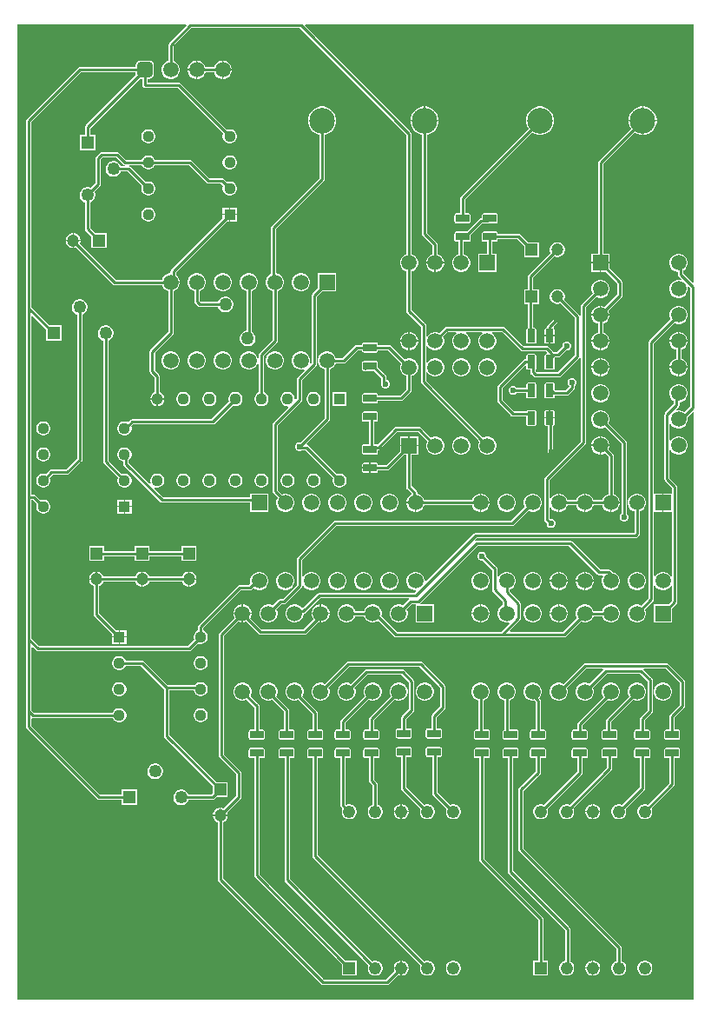
<source format=gbr>
%TF.GenerationSoftware,Altium Limited,Altium Designer,23.5.1 (21)*%
G04 Layer_Physical_Order=1*
G04 Layer_Color=255*
%FSLAX45Y45*%
%MOMM*%
%TF.SameCoordinates,7ECB1A03-3DEC-426C-BD6E-5A7E68E82EE6*%
%TF.FilePolarity,Positive*%
%TF.FileFunction,Copper,L1,Top,Signal*%
%TF.Part,Single*%
G01*
G75*
%TA.AperFunction,SMDPad,CuDef*%
G04:AMPARAMS|DCode=10|XSize=1.3mm|YSize=0.76mm|CornerRadius=0.095mm|HoleSize=0mm|Usage=FLASHONLY|Rotation=90.000|XOffset=0mm|YOffset=0mm|HoleType=Round|Shape=RoundedRectangle|*
%AMROUNDEDRECTD10*
21,1,1.30000,0.57000,0,0,90.0*
21,1,1.11000,0.76000,0,0,90.0*
1,1,0.19000,0.28500,0.55500*
1,1,0.19000,0.28500,-0.55500*
1,1,0.19000,-0.28500,-0.55500*
1,1,0.19000,-0.28500,0.55500*
%
%ADD10ROUNDEDRECTD10*%
G04:AMPARAMS|DCode=11|XSize=1.3mm|YSize=0.76mm|CornerRadius=0.095mm|HoleSize=0mm|Usage=FLASHONLY|Rotation=0.000|XOffset=0mm|YOffset=0mm|HoleType=Round|Shape=RoundedRectangle|*
%AMROUNDEDRECTD11*
21,1,1.30000,0.57000,0,0,0.0*
21,1,1.11000,0.76000,0,0,0.0*
1,1,0.19000,0.55500,-0.28500*
1,1,0.19000,-0.55500,-0.28500*
1,1,0.19000,-0.55500,0.28500*
1,1,0.19000,0.55500,0.28500*
%
%ADD11ROUNDEDRECTD11*%
%TA.AperFunction,Conductor*%
%ADD12C,0.25400*%
%TA.AperFunction,ComponentPad*%
%ADD13R,1.50000X1.50000*%
%ADD14C,1.50000*%
%ADD15C,1.13000*%
%ADD16R,1.13000X1.13000*%
%ADD17R,1.13000X1.13000*%
%ADD18R,1.21800X1.21800*%
%ADD19C,1.21800*%
%ADD20C,1.20000*%
%ADD21R,1.20000X1.20000*%
%ADD22C,1.25000*%
%ADD23R,1.25000X1.25000*%
%ADD24R,1.25000X1.25000*%
%ADD25R,1.50000X1.50000*%
%ADD26R,1.20000X1.20000*%
%ADD27C,1.52000*%
G04:AMPARAMS|DCode=28|XSize=1.52mm|YSize=1.52mm|CornerRadius=0.38mm|HoleSize=0mm|Usage=FLASHONLY|Rotation=0.000|XOffset=0mm|YOffset=0mm|HoleType=Round|Shape=RoundedRectangle|*
%AMROUNDEDRECTD28*
21,1,1.52000,0.76000,0,0,0.0*
21,1,0.76000,1.52000,0,0,0.0*
1,1,0.76000,0.38000,-0.38000*
1,1,0.76000,-0.38000,-0.38000*
1,1,0.76000,-0.38000,0.38000*
1,1,0.76000,0.38000,0.38000*
%
%ADD28ROUNDEDRECTD28*%
%ADD29C,2.50000*%
%TA.AperFunction,ViaPad*%
%ADD30C,0.60000*%
%ADD31C,1.27000*%
G36*
X6700000Y7089466D02*
X6688267Y7084606D01*
X6598145Y7174727D01*
Y7201782D01*
X6607049Y7206923D01*
X6623377Y7223251D01*
X6634923Y7243249D01*
X6640900Y7265554D01*
Y7288646D01*
X6634923Y7310951D01*
X6623377Y7330949D01*
X6607049Y7347277D01*
X6587051Y7358823D01*
X6564746Y7364800D01*
X6541654D01*
X6519349Y7358823D01*
X6499351Y7347277D01*
X6483023Y7330949D01*
X6471477Y7310951D01*
X6465500Y7288646D01*
Y7265554D01*
X6471477Y7243249D01*
X6483023Y7223251D01*
X6499351Y7206923D01*
X6519349Y7195377D01*
X6541654Y7189400D01*
X6546350D01*
Y7164000D01*
X6548321Y7154089D01*
X6553935Y7145688D01*
X6579675Y7119948D01*
X6573101Y7108561D01*
X6564746Y7110800D01*
X6541654D01*
X6519349Y7104823D01*
X6499351Y7093277D01*
X6483023Y7076949D01*
X6471477Y7056951D01*
X6465500Y7034646D01*
Y7011554D01*
X6471477Y6989249D01*
X6483023Y6969251D01*
X6499351Y6952923D01*
X6519349Y6941377D01*
X6541654Y6935400D01*
X6564746D01*
X6587051Y6941377D01*
X6607049Y6952923D01*
X6623377Y6969251D01*
X6634923Y6989249D01*
X6640900Y7011554D01*
Y7034646D01*
X6638661Y7043001D01*
X6650048Y7049575D01*
X6667002Y7032620D01*
Y5878127D01*
X6609601Y5820725D01*
X6607049Y5823277D01*
X6587051Y5834823D01*
X6564746Y5840800D01*
X6541654D01*
X6533299Y5838561D01*
X6526725Y5849948D01*
X6552465Y5875688D01*
X6558079Y5884089D01*
X6560050Y5894000D01*
Y5919400D01*
X6564746D01*
X6587051Y5925377D01*
X6607049Y5936923D01*
X6623377Y5953251D01*
X6634923Y5973249D01*
X6640900Y5995554D01*
Y6018646D01*
X6634923Y6040951D01*
X6623377Y6060949D01*
X6607049Y6077277D01*
X6587051Y6088823D01*
X6564746Y6094800D01*
X6541654D01*
X6519349Y6088823D01*
X6499351Y6077277D01*
X6483023Y6060949D01*
X6471477Y6040951D01*
X6465500Y6018646D01*
Y5995554D01*
X6471477Y5973249D01*
X6483023Y5953251D01*
X6499351Y5936923D01*
X6508255Y5931782D01*
Y5904727D01*
X6421788Y5818260D01*
X6416174Y5809858D01*
X6414202Y5799948D01*
Y5168382D01*
X6416174Y5158471D01*
X6421788Y5150069D01*
X6488003Y5083854D01*
Y5028000D01*
X6407150D01*
Y4940300D01*
Y4852600D01*
X6488003D01*
Y4228060D01*
X6475303Y4224658D01*
X6470977Y4232149D01*
X6454649Y4248477D01*
X6434651Y4260023D01*
X6412346Y4266000D01*
X6389254D01*
X6366949Y4260023D01*
X6346951Y4248477D01*
X6330623Y4232149D01*
X6326297Y4224658D01*
X6313597Y4228060D01*
Y4852600D01*
X6394450D01*
Y4940300D01*
Y5028000D01*
X6313597D01*
Y6492873D01*
X6512218Y6691494D01*
X6519349Y6687377D01*
X6541654Y6681400D01*
X6564746D01*
X6587051Y6687377D01*
X6607049Y6698923D01*
X6623377Y6715251D01*
X6634923Y6735249D01*
X6640900Y6757554D01*
Y6780646D01*
X6634923Y6802951D01*
X6623377Y6822949D01*
X6607049Y6839277D01*
X6587051Y6850823D01*
X6564746Y6856800D01*
X6541654D01*
X6519349Y6850823D01*
X6499351Y6839277D01*
X6483023Y6822949D01*
X6471477Y6802951D01*
X6465500Y6780646D01*
Y6757554D01*
X6471477Y6735249D01*
X6475594Y6728118D01*
X6269388Y6521912D01*
X6263774Y6513510D01*
X6261802Y6503600D01*
Y4012427D01*
X6187782Y3938406D01*
X6180651Y3942523D01*
X6158346Y3948500D01*
X6135254D01*
X6112949Y3942523D01*
X6092951Y3930977D01*
X6076623Y3914649D01*
X6065077Y3894651D01*
X6059100Y3872346D01*
Y3849254D01*
X6065077Y3826949D01*
X6076623Y3806951D01*
X6092951Y3790623D01*
X6112949Y3779077D01*
X6135254Y3773100D01*
X6158346D01*
X6180651Y3779077D01*
X6200649Y3790623D01*
X6216977Y3806951D01*
X6228523Y3826949D01*
X6234500Y3849254D01*
Y3872346D01*
X6228523Y3894651D01*
X6224406Y3901782D01*
X6306012Y3983388D01*
X6311626Y3991789D01*
X6313597Y4001700D01*
Y4128540D01*
X6326297Y4131942D01*
X6330623Y4124451D01*
X6346951Y4108123D01*
X6366949Y4096577D01*
X6389254Y4090600D01*
X6412346D01*
X6434651Y4096577D01*
X6454649Y4108123D01*
X6470977Y4124451D01*
X6475303Y4131942D01*
X6488003Y4128540D01*
Y3984627D01*
X6451875Y3948500D01*
X6313100D01*
Y3773100D01*
X6488500D01*
Y3911875D01*
X6532212Y3955588D01*
X6537826Y3963990D01*
X6539798Y3973900D01*
Y5094582D01*
X6537826Y5104492D01*
X6532212Y5112894D01*
X6465997Y5179109D01*
Y5449340D01*
X6478697Y5452742D01*
X6483023Y5445251D01*
X6499351Y5428923D01*
X6519349Y5417377D01*
X6541654Y5411400D01*
X6564746D01*
X6587051Y5417377D01*
X6607049Y5428923D01*
X6623377Y5445251D01*
X6634923Y5465249D01*
X6640900Y5487554D01*
Y5510646D01*
X6634923Y5532951D01*
X6623377Y5552949D01*
X6607049Y5569277D01*
X6587051Y5580823D01*
X6564746Y5586800D01*
X6541654D01*
X6519349Y5580823D01*
X6499351Y5569277D01*
X6483023Y5552949D01*
X6478697Y5545458D01*
X6465997Y5548860D01*
Y5703340D01*
X6478697Y5706742D01*
X6483023Y5699251D01*
X6499351Y5682923D01*
X6519349Y5671377D01*
X6541654Y5665400D01*
X6564746D01*
X6587051Y5671377D01*
X6607049Y5682923D01*
X6623377Y5699251D01*
X6634923Y5719249D01*
X6640900Y5741554D01*
Y5764646D01*
X6637914Y5775789D01*
X6688267Y5826142D01*
X6700000Y5821282D01*
Y100000D01*
X100000D01*
Y9600000D01*
X1748982D01*
X1753842Y9588267D01*
X1581888Y9416312D01*
X1576274Y9407911D01*
X1574302Y9398000D01*
Y9241590D01*
X1565963Y9239355D01*
X1545737Y9227678D01*
X1529222Y9211163D01*
X1517545Y9190937D01*
X1511500Y9168378D01*
Y9145022D01*
X1517545Y9122463D01*
X1529222Y9102237D01*
X1545737Y9085722D01*
X1565963Y9074045D01*
X1588522Y9068000D01*
X1611878D01*
X1634437Y9074045D01*
X1654663Y9085722D01*
X1671178Y9102237D01*
X1682855Y9122463D01*
X1688900Y9145022D01*
Y9168378D01*
X1682855Y9190937D01*
X1671178Y9211163D01*
X1654663Y9227678D01*
X1634437Y9239355D01*
X1626098Y9241590D01*
Y9387273D01*
X1801427Y9562602D01*
X2859473D01*
X3898402Y8523673D01*
Y7360954D01*
X3890449Y7358823D01*
X3870451Y7347277D01*
X3854123Y7330949D01*
X3842577Y7310951D01*
X3836600Y7288646D01*
Y7265554D01*
X3842577Y7243249D01*
X3854123Y7223251D01*
X3870451Y7206923D01*
X3890449Y7195377D01*
X3898402Y7193246D01*
Y6807200D01*
X3900374Y6797289D01*
X3905988Y6788888D01*
X4039302Y6655573D01*
Y6117326D01*
X4041274Y6107415D01*
X4046888Y6099013D01*
X4608694Y5537207D01*
X4604577Y5530076D01*
X4598600Y5507771D01*
Y5484680D01*
X4604577Y5462375D01*
X4616123Y5442376D01*
X4632451Y5426048D01*
X4652449Y5414502D01*
X4674754Y5408526D01*
X4697846D01*
X4720151Y5414502D01*
X4740149Y5426048D01*
X4756477Y5442376D01*
X4768023Y5462375D01*
X4774000Y5484680D01*
Y5507771D01*
X4768023Y5530076D01*
X4756477Y5550074D01*
X4740149Y5566403D01*
X4720151Y5577949D01*
X4697846Y5583925D01*
X4674754D01*
X4652449Y5577949D01*
X4645318Y5573832D01*
X4091097Y6128053D01*
Y6208465D01*
X4103797Y6211868D01*
X4108123Y6204376D01*
X4124451Y6188048D01*
X4144449Y6176502D01*
X4166754Y6170526D01*
X4189846D01*
X4212151Y6176502D01*
X4232149Y6188048D01*
X4248477Y6204376D01*
X4260023Y6224375D01*
X4266000Y6246680D01*
Y6269771D01*
X4260023Y6292076D01*
X4248477Y6312074D01*
X4232149Y6328403D01*
X4212151Y6339949D01*
X4189846Y6345925D01*
X4166754D01*
X4144449Y6339949D01*
X4124451Y6328403D01*
X4108123Y6312074D01*
X4103797Y6304583D01*
X4091097Y6307986D01*
Y6465340D01*
X4103797Y6468742D01*
X4108123Y6461251D01*
X4124451Y6444923D01*
X4144449Y6433377D01*
X4166754Y6427400D01*
X4189846D01*
X4212151Y6433377D01*
X4232149Y6444923D01*
X4248477Y6461251D01*
X4260023Y6481249D01*
X4266000Y6503554D01*
Y6526646D01*
X4260023Y6548951D01*
X4255906Y6556082D01*
X4302127Y6602303D01*
X4382540D01*
X4385942Y6589603D01*
X4378451Y6585277D01*
X4362123Y6568949D01*
X4350577Y6548951D01*
X4344600Y6526646D01*
Y6503554D01*
X4350577Y6481249D01*
X4362123Y6461251D01*
X4378451Y6444923D01*
X4398449Y6433377D01*
X4420754Y6427400D01*
X4443846D01*
X4466151Y6433377D01*
X4486149Y6444923D01*
X4502477Y6461251D01*
X4514023Y6481249D01*
X4520000Y6503554D01*
Y6526646D01*
X4514023Y6548951D01*
X4502477Y6568949D01*
X4486149Y6585277D01*
X4478658Y6589603D01*
X4482060Y6602303D01*
X4636540D01*
X4639942Y6589603D01*
X4632451Y6585277D01*
X4616123Y6568949D01*
X4604577Y6548951D01*
X4598600Y6526646D01*
Y6503554D01*
X4604577Y6481249D01*
X4616123Y6461251D01*
X4632451Y6444923D01*
X4652449Y6433377D01*
X4674754Y6427400D01*
X4697846D01*
X4720151Y6433377D01*
X4740149Y6444923D01*
X4756477Y6461251D01*
X4768023Y6481249D01*
X4774000Y6503554D01*
Y6526646D01*
X4768023Y6548951D01*
X4756477Y6568949D01*
X4740149Y6585277D01*
X4732658Y6589603D01*
X4736060Y6602303D01*
X4829173D01*
X5010888Y6420588D01*
X5019289Y6414974D01*
X5029200Y6413002D01*
X5259773D01*
X5270041Y6402735D01*
X5268569Y6395657D01*
X5265215Y6389600D01*
X5258738Y6388312D01*
X5251395Y6383405D01*
X5246488Y6376062D01*
X5244765Y6367400D01*
Y6256400D01*
X5246488Y6247738D01*
X5251395Y6240395D01*
X5258738Y6235488D01*
X5267400Y6233765D01*
X5324400D01*
X5333062Y6235488D01*
X5340405Y6240395D01*
X5345312Y6247738D01*
X5347035Y6256400D01*
Y6352229D01*
X5374827D01*
X5384738Y6354201D01*
X5393139Y6359815D01*
X5454925Y6421600D01*
X5469494D01*
X5485187Y6428101D01*
X5497199Y6440113D01*
X5503700Y6455806D01*
Y6472794D01*
X5497199Y6488487D01*
X5485187Y6500499D01*
X5469494Y6507000D01*
X5452506D01*
X5436813Y6500499D01*
X5424801Y6488487D01*
X5418300Y6472794D01*
Y6458225D01*
X5364100Y6404025D01*
X5335127D01*
X5333904Y6403781D01*
X5332526Y6410711D01*
X5326912Y6419112D01*
X5288812Y6457212D01*
X5280411Y6462826D01*
X5270500Y6464798D01*
X5039927D01*
X4858212Y6646512D01*
X4849810Y6652126D01*
X4839900Y6654098D01*
X4291400D01*
X4281490Y6652126D01*
X4273088Y6646512D01*
X4219282Y6592706D01*
X4212151Y6596823D01*
X4189846Y6602800D01*
X4166754D01*
X4144449Y6596823D01*
X4124451Y6585277D01*
X4108123Y6568949D01*
X4103797Y6561458D01*
X4091097Y6564860D01*
Y6666300D01*
X4089126Y6676211D01*
X4083512Y6684612D01*
X3950198Y6817927D01*
Y7193246D01*
X3958151Y7195377D01*
X3978149Y7206923D01*
X3994477Y7223251D01*
X4006023Y7243249D01*
X4012000Y7265554D01*
Y7288646D01*
X4006023Y7310951D01*
X3994477Y7330949D01*
X3978149Y7347277D01*
X3958151Y7358823D01*
X3950198Y7360954D01*
Y8534400D01*
X3948226Y8544311D01*
X3942612Y8552712D01*
X2907058Y9588267D01*
X2911918Y9600000D01*
X6700000D01*
Y7089466D01*
D02*
G37*
%LPC*%
G36*
X2101850Y9245400D02*
X2096522D01*
X2073963Y9239355D01*
X2053737Y9227678D01*
X2037222Y9211163D01*
X2025545Y9190937D01*
X2023310Y9182598D01*
X1939090D01*
X1936855Y9190937D01*
X1925178Y9211163D01*
X1908663Y9227678D01*
X1888437Y9239355D01*
X1865878Y9245400D01*
X1860550D01*
Y9156700D01*
Y9068000D01*
X1865878D01*
X1888437Y9074045D01*
X1908663Y9085722D01*
X1925178Y9102237D01*
X1936855Y9122463D01*
X1939090Y9130802D01*
X2023310D01*
X2025545Y9122463D01*
X2037222Y9102237D01*
X2053737Y9085722D01*
X2073963Y9074045D01*
X2096522Y9068000D01*
X2101850D01*
Y9156700D01*
Y9245400D01*
D02*
G37*
G36*
X2119878D02*
X2114550D01*
Y9163050D01*
X2196900D01*
Y9168378D01*
X2190855Y9190937D01*
X2179178Y9211163D01*
X2162663Y9227678D01*
X2142437Y9239355D01*
X2119878Y9245400D01*
D02*
G37*
G36*
X1847850D02*
X1842522D01*
X1819963Y9239355D01*
X1799737Y9227678D01*
X1783222Y9211163D01*
X1771545Y9190937D01*
X1765500Y9168378D01*
Y9163050D01*
X1847850D01*
Y9245400D01*
D02*
G37*
G36*
X2196900Y9150350D02*
X2114550D01*
Y9068000D01*
X2119878D01*
X2142437Y9074045D01*
X2162663Y9085722D01*
X2179178Y9102237D01*
X2190855Y9122463D01*
X2196900Y9145022D01*
Y9150350D01*
D02*
G37*
G36*
X1847850D02*
X1765500D01*
Y9145022D01*
X1771545Y9122463D01*
X1783222Y9102237D01*
X1799737Y9085722D01*
X1819963Y9074045D01*
X1842522Y9068000D01*
X1847850D01*
Y9150350D01*
D02*
G37*
G36*
X6220429Y8799100D02*
X6208650D01*
Y8667750D01*
X6340000D01*
Y8679528D01*
X6330616Y8714550D01*
X6312488Y8745950D01*
X6286850Y8771587D01*
X6255450Y8789716D01*
X6220429Y8799100D01*
D02*
G37*
G36*
X6195950D02*
X6184172D01*
X6149150Y8789716D01*
X6117750Y8771587D01*
X6092113Y8745950D01*
X6073984Y8714550D01*
X6064600Y8679528D01*
Y8667750D01*
X6195950D01*
Y8799100D01*
D02*
G37*
G36*
X4094828D02*
X4083050D01*
Y8667750D01*
X4214400D01*
Y8679528D01*
X4205016Y8714550D01*
X4186887Y8745950D01*
X4161250Y8771587D01*
X4129850Y8789716D01*
X4094828Y8799100D01*
D02*
G37*
G36*
X4070350D02*
X4058572D01*
X4023550Y8789716D01*
X3992150Y8771587D01*
X3966513Y8745950D01*
X3948384Y8714550D01*
X3939000Y8679528D01*
Y8667750D01*
X4070350D01*
Y8799100D01*
D02*
G37*
G36*
X6340000Y8655050D02*
X6208650D01*
Y8523700D01*
X6220429D01*
X6255450Y8533084D01*
X6286850Y8551213D01*
X6312488Y8576850D01*
X6330616Y8608250D01*
X6340000Y8643272D01*
Y8655050D01*
D02*
G37*
G36*
X6195950D02*
X6064600D01*
Y8643272D01*
X6073984Y8608250D01*
X6088091Y8583816D01*
X5772888Y8268612D01*
X5767274Y8260211D01*
X5765302Y8250300D01*
Y7364800D01*
X5703500D01*
Y7283450D01*
X5878900D01*
Y7364800D01*
X5817098D01*
Y8239573D01*
X6124716Y8547191D01*
X6149150Y8533084D01*
X6184172Y8523700D01*
X6195950D01*
Y8655050D01*
D02*
G37*
G36*
X5220428Y8799100D02*
X5184171D01*
X5149150Y8789716D01*
X5117750Y8771587D01*
X5092112Y8745950D01*
X5073984Y8714550D01*
X5064600Y8679528D01*
Y8643272D01*
X5073984Y8608250D01*
X5088091Y8583816D01*
X4426688Y7922412D01*
X4421074Y7914011D01*
X4419102Y7904100D01*
Y7761135D01*
X4389500D01*
X4380838Y7759412D01*
X4373495Y7754505D01*
X4368588Y7747162D01*
X4366865Y7738500D01*
Y7681500D01*
X4368588Y7672838D01*
X4373495Y7665495D01*
X4380838Y7660588D01*
X4389500Y7658865D01*
X4500500D01*
X4509162Y7660588D01*
X4516505Y7665495D01*
X4521412Y7672838D01*
X4523135Y7681500D01*
Y7738500D01*
X4521412Y7747162D01*
X4516505Y7754505D01*
X4509162Y7759412D01*
X4500500Y7761135D01*
X4470898D01*
Y7893373D01*
X5124716Y8547191D01*
X5149150Y8533084D01*
X5184171Y8523700D01*
X5220428D01*
X5255450Y8533084D01*
X5286850Y8551213D01*
X5312487Y8576850D01*
X5330616Y8608250D01*
X5340000Y8643272D01*
Y8679528D01*
X5330616Y8714550D01*
X5312487Y8745950D01*
X5286850Y8771587D01*
X5255450Y8789716D01*
X5220428Y8799100D01*
D02*
G37*
G36*
X1384200Y9246393D02*
X1308200D01*
X1288418Y9242458D01*
X1271647Y9231253D01*
X1260442Y9214482D01*
X1256507Y9194700D01*
Y9182598D01*
X711200D01*
X701289Y9180626D01*
X692888Y9175012D01*
X197588Y8679712D01*
X191974Y8671311D01*
X190002Y8661400D01*
Y6832600D01*
Y4991100D01*
Y3606800D01*
Y2908300D01*
Y2755900D01*
X191974Y2745989D01*
X197588Y2737588D01*
X883388Y2051788D01*
X891789Y2046174D01*
X901700Y2044202D01*
X1118600D01*
Y1994900D01*
X1269000D01*
Y2145300D01*
X1118600D01*
Y2095998D01*
X912427D01*
X241798Y2766627D01*
Y2833781D01*
X254000Y2844302D01*
X1033598D01*
X1033816Y2843490D01*
X1042926Y2827710D01*
X1055810Y2814826D01*
X1071590Y2805716D01*
X1089190Y2801000D01*
X1107411D01*
X1125010Y2805716D01*
X1140790Y2814826D01*
X1153674Y2827710D01*
X1162784Y2843490D01*
X1167500Y2861090D01*
Y2879310D01*
X1162784Y2896910D01*
X1153674Y2912690D01*
X1140790Y2925574D01*
X1125010Y2934684D01*
X1107411Y2939400D01*
X1089190D01*
X1071590Y2934684D01*
X1055810Y2925574D01*
X1042926Y2912690D01*
X1033816Y2896910D01*
X1033598Y2896098D01*
X264727D01*
X241798Y2919027D01*
Y3527684D01*
X253531Y3532544D01*
X286488Y3499588D01*
X294889Y3493974D01*
X304800Y3492002D01*
X1778000D01*
X1787911Y3493974D01*
X1796312Y3499588D01*
X1864861Y3568136D01*
X1865590Y3567716D01*
X1883190Y3563000D01*
X1901410D01*
X1919010Y3567716D01*
X1934790Y3576826D01*
X1947674Y3589710D01*
X1956784Y3605490D01*
X1961500Y3623090D01*
Y3641310D01*
X1956784Y3658910D01*
X1947674Y3674690D01*
X1934790Y3687574D01*
X1919010Y3696684D01*
X1918198Y3696902D01*
Y3723073D01*
X2280798Y4085673D01*
X2370582D01*
X2380493Y4087644D01*
X2388894Y4093258D01*
X2406855Y4111219D01*
X2409951Y4108123D01*
X2429949Y4096577D01*
X2452254Y4090600D01*
X2475346D01*
X2497651Y4096577D01*
X2517649Y4108123D01*
X2533977Y4124451D01*
X2545523Y4144449D01*
X2551500Y4166754D01*
Y4189846D01*
X2545523Y4212151D01*
X2533977Y4232149D01*
X2517649Y4248477D01*
X2497651Y4260023D01*
X2475346Y4266000D01*
X2452254D01*
X2429949Y4260023D01*
X2409951Y4248477D01*
X2393623Y4232149D01*
X2382077Y4212151D01*
X2376100Y4189846D01*
Y4166754D01*
X2378856Y4156469D01*
X2359855Y4137468D01*
X2270071D01*
X2260160Y4135497D01*
X2251758Y4129883D01*
X1873988Y3752112D01*
X1868374Y3743711D01*
X1866402Y3733800D01*
Y3696902D01*
X1865590Y3696684D01*
X1849810Y3687574D01*
X1836926Y3674690D01*
X1827816Y3658910D01*
X1823100Y3641310D01*
Y3623090D01*
X1827816Y3605490D01*
X1828236Y3604761D01*
X1767273Y3543798D01*
X315527D01*
X241798Y3617527D01*
Y4965202D01*
X255973D01*
X291536Y4929639D01*
X291116Y4928910D01*
X286400Y4911310D01*
Y4893090D01*
X291116Y4875490D01*
X300226Y4859710D01*
X313110Y4846826D01*
X328890Y4837716D01*
X346490Y4833000D01*
X364710D01*
X382310Y4837716D01*
X398090Y4846826D01*
X410974Y4859710D01*
X420084Y4875490D01*
X424800Y4893090D01*
Y4911310D01*
X420084Y4928910D01*
X410974Y4944690D01*
X398090Y4957574D01*
X382310Y4966684D01*
X364710Y4971400D01*
X346490D01*
X328890Y4966684D01*
X328161Y4966264D01*
X285012Y5009412D01*
X276611Y5015026D01*
X266700Y5016998D01*
X241798D01*
Y6753484D01*
X253531Y6758344D01*
X382000Y6629875D01*
Y6516100D01*
X532400D01*
Y6666500D01*
X418625D01*
X241798Y6843327D01*
Y8650673D01*
X721927Y9130802D01*
X1256507D01*
Y9118700D01*
X1259007Y9106132D01*
X769088Y8616212D01*
X763474Y8607811D01*
X761502Y8597900D01*
Y8520700D01*
X712200D01*
Y8370300D01*
X862600D01*
Y8520700D01*
X813298D01*
Y8587173D01*
X1295632Y9069507D01*
X1308200Y9067007D01*
X1320302D01*
Y9004300D01*
X1322274Y8994389D01*
X1327888Y8985988D01*
X1336289Y8980374D01*
X1346200Y8978402D01*
X1668973D01*
X2110936Y8536439D01*
X2110516Y8535710D01*
X2105800Y8518110D01*
Y8499890D01*
X2110516Y8482290D01*
X2119626Y8466510D01*
X2132510Y8453626D01*
X2148290Y8444516D01*
X2165889Y8439800D01*
X2184110D01*
X2201710Y8444516D01*
X2217490Y8453626D01*
X2230374Y8466510D01*
X2239484Y8482290D01*
X2244200Y8499890D01*
Y8518110D01*
X2239484Y8535710D01*
X2230374Y8551490D01*
X2217490Y8564374D01*
X2201710Y8573484D01*
X2184110Y8578200D01*
X2165889D01*
X2148290Y8573484D01*
X2147561Y8573064D01*
X1698012Y9022612D01*
X1689611Y9028226D01*
X1679700Y9030198D01*
X1372098D01*
Y9067007D01*
X1384200D01*
X1403982Y9070942D01*
X1420753Y9082147D01*
X1431958Y9098918D01*
X1435893Y9118700D01*
Y9194700D01*
X1431958Y9214482D01*
X1420753Y9231253D01*
X1403982Y9242458D01*
X1384200Y9246393D01*
D02*
G37*
G36*
X1390111Y8578200D02*
X1371890D01*
X1354290Y8573484D01*
X1338510Y8564374D01*
X1325626Y8551490D01*
X1316516Y8535710D01*
X1311800Y8518110D01*
Y8499890D01*
X1316516Y8482290D01*
X1325626Y8466510D01*
X1338510Y8453626D01*
X1354290Y8444516D01*
X1371890Y8439800D01*
X1390111D01*
X1407710Y8444516D01*
X1423490Y8453626D01*
X1436374Y8466510D01*
X1445484Y8482290D01*
X1450200Y8499890D01*
Y8518110D01*
X1445484Y8535710D01*
X1436374Y8551490D01*
X1423490Y8564374D01*
X1407710Y8573484D01*
X1390111Y8578200D01*
D02*
G37*
G36*
X1079500Y8357098D02*
X927100D01*
X917189Y8355126D01*
X908788Y8349512D01*
X870688Y8311412D01*
X865074Y8303011D01*
X863102Y8293100D01*
Y8049827D01*
X819231Y8005956D01*
X816426Y8007575D01*
X797300Y8012700D01*
X777500D01*
X758374Y8007575D01*
X741226Y7997675D01*
X727225Y7983674D01*
X717325Y7966526D01*
X712200Y7947400D01*
Y7927600D01*
X717325Y7908474D01*
X727225Y7891326D01*
X741226Y7877325D01*
X758374Y7867425D01*
X761502Y7866587D01*
Y7605300D01*
X763474Y7595389D01*
X769088Y7586988D01*
X827000Y7529075D01*
Y7420300D01*
X972400D01*
Y7565700D01*
X863625D01*
X813298Y7616027D01*
Y7866587D01*
X816426Y7867425D01*
X833574Y7877325D01*
X847575Y7891326D01*
X857475Y7908474D01*
X862600Y7927600D01*
Y7947400D01*
X857475Y7966526D01*
X855856Y7969331D01*
X907312Y8020788D01*
X912926Y8029189D01*
X914898Y8039100D01*
Y8282373D01*
X937827Y8305302D01*
X1068773D01*
X1137388Y8236688D01*
X1145789Y8231074D01*
X1150697Y8230098D01*
X1149446Y8217398D01*
X1112313D01*
X1111475Y8220526D01*
X1101575Y8237674D01*
X1087574Y8251675D01*
X1070426Y8261575D01*
X1051300Y8266700D01*
X1031500D01*
X1012374Y8261575D01*
X995226Y8251675D01*
X981225Y8237674D01*
X971325Y8220526D01*
X966200Y8201400D01*
Y8181600D01*
X971325Y8162474D01*
X981225Y8145326D01*
X995226Y8131325D01*
X1012374Y8121425D01*
X1031500Y8116300D01*
X1051300D01*
X1070426Y8121425D01*
X1087574Y8131325D01*
X1101575Y8145326D01*
X1111475Y8162474D01*
X1112313Y8165602D01*
X1179773D01*
X1316936Y8028439D01*
X1316516Y8027710D01*
X1311800Y8010110D01*
Y7991890D01*
X1316516Y7974290D01*
X1325626Y7958510D01*
X1338510Y7945626D01*
X1354290Y7936516D01*
X1371890Y7931800D01*
X1390111D01*
X1407710Y7936516D01*
X1423490Y7945626D01*
X1436374Y7958510D01*
X1445484Y7974290D01*
X1450200Y7991890D01*
Y8010110D01*
X1445484Y8027710D01*
X1436374Y8043490D01*
X1423490Y8056374D01*
X1407710Y8065484D01*
X1390111Y8070200D01*
X1371890D01*
X1354290Y8065484D01*
X1353561Y8065064D01*
X1208812Y8209812D01*
X1200411Y8215426D01*
X1195503Y8216402D01*
X1196754Y8229102D01*
X1316298D01*
X1316516Y8228290D01*
X1325626Y8212510D01*
X1338510Y8199626D01*
X1354290Y8190516D01*
X1371890Y8185800D01*
X1390111D01*
X1407710Y8190516D01*
X1423490Y8199626D01*
X1436374Y8212510D01*
X1445484Y8228290D01*
X1445702Y8229102D01*
X1779973D01*
X1950188Y8058888D01*
X1958589Y8053274D01*
X1968500Y8051302D01*
X2088073D01*
X2110936Y8028439D01*
X2110516Y8027710D01*
X2105800Y8010110D01*
Y7991890D01*
X2110516Y7974290D01*
X2119626Y7958510D01*
X2132510Y7945626D01*
X2148290Y7936516D01*
X2165889Y7931800D01*
X2184110D01*
X2201710Y7936516D01*
X2217490Y7945626D01*
X2230374Y7958510D01*
X2239484Y7974290D01*
X2244200Y7991890D01*
Y8010110D01*
X2239484Y8027710D01*
X2230374Y8043490D01*
X2217490Y8056374D01*
X2201710Y8065484D01*
X2184110Y8070200D01*
X2165889D01*
X2148290Y8065484D01*
X2147561Y8065064D01*
X2117112Y8095512D01*
X2108711Y8101126D01*
X2098800Y8103098D01*
X1979227D01*
X1809012Y8273312D01*
X1800611Y8278926D01*
X1790700Y8280898D01*
X1445702D01*
X1445484Y8281710D01*
X1436374Y8297490D01*
X1423490Y8310374D01*
X1407710Y8319484D01*
X1390111Y8324200D01*
X1371890D01*
X1354290Y8319484D01*
X1338510Y8310374D01*
X1325626Y8297490D01*
X1316516Y8281710D01*
X1316298Y8280898D01*
X1166427D01*
X1097812Y8349512D01*
X1089411Y8355126D01*
X1079500Y8357098D01*
D02*
G37*
G36*
X2184110Y8324200D02*
X2165889D01*
X2148290Y8319484D01*
X2132510Y8310374D01*
X2119626Y8297490D01*
X2110516Y8281710D01*
X2105800Y8264110D01*
Y8245890D01*
X2110516Y8228290D01*
X2119626Y8212510D01*
X2132510Y8199626D01*
X2148290Y8190516D01*
X2165889Y8185800D01*
X2184110D01*
X2201710Y8190516D01*
X2217490Y8199626D01*
X2230374Y8212510D01*
X2239484Y8228290D01*
X2244200Y8245890D01*
Y8264110D01*
X2239484Y8281710D01*
X2230374Y8297490D01*
X2217490Y8310374D01*
X2201710Y8319484D01*
X2184110Y8324200D01*
D02*
G37*
G36*
X2244200Y7816200D02*
X2181350D01*
Y7753350D01*
X2244200D01*
Y7816200D01*
D02*
G37*
G36*
X2168650D02*
X2105800D01*
Y7753350D01*
X2168650D01*
Y7816200D01*
D02*
G37*
G36*
X2244200Y7740650D02*
X2181350D01*
Y7677800D01*
X2244200D01*
Y7740650D01*
D02*
G37*
G36*
X1390111Y7816200D02*
X1371890D01*
X1354290Y7811484D01*
X1338510Y7802374D01*
X1325626Y7789490D01*
X1316516Y7773710D01*
X1311800Y7756110D01*
Y7737890D01*
X1316516Y7720290D01*
X1325626Y7704510D01*
X1338510Y7691626D01*
X1354290Y7682516D01*
X1371890Y7677800D01*
X1390111D01*
X1407710Y7682516D01*
X1423490Y7691626D01*
X1436374Y7704510D01*
X1445484Y7720290D01*
X1450200Y7737890D01*
Y7756110D01*
X1445484Y7773710D01*
X1436374Y7789490D01*
X1423490Y7802374D01*
X1407710Y7811484D01*
X1390111Y7816200D01*
D02*
G37*
G36*
X659271Y7565700D02*
X656049D01*
Y7499350D01*
X722400D01*
Y7502571D01*
X717446Y7521061D01*
X707874Y7537639D01*
X694339Y7551174D01*
X677761Y7560746D01*
X659271Y7565700D01*
D02*
G37*
G36*
X643349D02*
X640129D01*
X621639Y7560746D01*
X605061Y7551174D01*
X591526Y7537639D01*
X581954Y7521061D01*
X577000Y7502571D01*
Y7499350D01*
X643349D01*
Y7565700D01*
D02*
G37*
G36*
Y7486650D02*
X577000D01*
Y7483429D01*
X581954Y7464939D01*
X591526Y7448361D01*
X605061Y7434826D01*
X621639Y7425254D01*
X640129Y7420300D01*
X643349D01*
Y7486650D01*
D02*
G37*
G36*
X5379671Y7476800D02*
X5360529D01*
X5342039Y7471846D01*
X5325461Y7462274D01*
X5311926Y7448739D01*
X5302354Y7432161D01*
X5297400Y7413671D01*
Y7394529D01*
X5302354Y7376039D01*
X5303474Y7374099D01*
X5091088Y7161712D01*
X5085474Y7153311D01*
X5083502Y7143400D01*
Y7019600D01*
X5047400D01*
Y6874200D01*
X5083502D01*
Y6643061D01*
X5079738Y6642312D01*
X5072395Y6637405D01*
X5067488Y6630062D01*
X5065765Y6621400D01*
Y6510400D01*
X5067488Y6501738D01*
X5072395Y6494395D01*
X5079738Y6489488D01*
X5088400Y6487765D01*
X5145400D01*
X5154062Y6489488D01*
X5161405Y6494395D01*
X5166312Y6501738D01*
X5168035Y6510400D01*
Y6621400D01*
X5166312Y6630062D01*
X5161405Y6637405D01*
X5154062Y6642312D01*
X5145400Y6644035D01*
X5135298D01*
Y6874200D01*
X5192800D01*
Y7019600D01*
X5135298D01*
Y7132673D01*
X5340099Y7337474D01*
X5342039Y7336354D01*
X5360529Y7331400D01*
X5379671D01*
X5398161Y7336354D01*
X5414739Y7345926D01*
X5428274Y7359461D01*
X5437846Y7376039D01*
X5442800Y7394529D01*
Y7413671D01*
X5437846Y7432161D01*
X5428274Y7448739D01*
X5414739Y7462274D01*
X5398161Y7471846D01*
X5379671Y7476800D01*
D02*
G37*
G36*
X4767200Y7582135D02*
X4656200D01*
X4647538Y7580412D01*
X4640195Y7575505D01*
X4635288Y7568162D01*
X4633565Y7559500D01*
Y7502500D01*
X4635288Y7493838D01*
X4640195Y7486495D01*
X4647538Y7481588D01*
X4656200Y7479865D01*
X4685802D01*
Y7364800D01*
X4598600D01*
Y7189400D01*
X4774000D01*
Y7364800D01*
X4737598D01*
Y7479865D01*
X4767200D01*
X4775862Y7481588D01*
X4783205Y7486495D01*
X4788112Y7493838D01*
X4789835Y7502500D01*
Y7505102D01*
X4982473D01*
X5047400Y7440175D01*
Y7331400D01*
X5192800D01*
Y7476800D01*
X5084025D01*
X5011512Y7549312D01*
X5003111Y7554926D01*
X4993200Y7556898D01*
X4789835D01*
Y7559500D01*
X4788112Y7568162D01*
X4783205Y7575505D01*
X4775862Y7580412D01*
X4767200Y7582135D01*
D02*
G37*
G36*
X4214400Y8655050D02*
X3939000D01*
Y8643272D01*
X3948384Y8608250D01*
X3966513Y8576850D01*
X3992150Y8551213D01*
X4023550Y8533084D01*
X4050802Y8525782D01*
Y7556500D01*
X4052774Y7546589D01*
X4058388Y7538188D01*
X4152402Y7444173D01*
Y7360954D01*
X4144449Y7358823D01*
X4124451Y7347277D01*
X4108123Y7330949D01*
X4096577Y7310951D01*
X4090600Y7288646D01*
Y7283450D01*
X4178300D01*
X4266000D01*
Y7288646D01*
X4260023Y7310951D01*
X4248477Y7330949D01*
X4232149Y7347277D01*
X4212151Y7358823D01*
X4204198Y7360954D01*
Y7454900D01*
X4202226Y7464811D01*
X4196612Y7473212D01*
X4102598Y7567227D01*
Y8525782D01*
X4129850Y8533084D01*
X4161250Y8551213D01*
X4186887Y8576850D01*
X4205016Y8608250D01*
X4214400Y8643272D01*
Y8655050D01*
D02*
G37*
G36*
X5784850Y7270750D02*
X5703500D01*
Y7189400D01*
X5784850D01*
Y7270750D01*
D02*
G37*
G36*
X4767200Y7761135D02*
X4656200D01*
X4647538Y7759412D01*
X4640195Y7754505D01*
X4635288Y7747162D01*
X4633565Y7738500D01*
Y7710597D01*
X4625700D01*
X4615789Y7708626D01*
X4607388Y7703012D01*
X4486510Y7582135D01*
X4389500D01*
X4380838Y7580412D01*
X4373495Y7575505D01*
X4368588Y7568162D01*
X4366865Y7559500D01*
Y7502500D01*
X4368588Y7493838D01*
X4373495Y7486495D01*
X4380838Y7481588D01*
X4389500Y7479865D01*
X4406402D01*
Y7360954D01*
X4398449Y7358823D01*
X4378451Y7347277D01*
X4362123Y7330949D01*
X4350577Y7310951D01*
X4344600Y7288646D01*
Y7265554D01*
X4350577Y7243249D01*
X4362123Y7223251D01*
X4378451Y7206923D01*
X4398449Y7195377D01*
X4420754Y7189400D01*
X4443846D01*
X4466151Y7195377D01*
X4486149Y7206923D01*
X4502477Y7223251D01*
X4514023Y7243249D01*
X4520000Y7265554D01*
Y7288646D01*
X4514023Y7310951D01*
X4502477Y7330949D01*
X4486149Y7347277D01*
X4466151Y7358823D01*
X4458198Y7360954D01*
Y7479865D01*
X4500500D01*
X4509162Y7481588D01*
X4516505Y7486495D01*
X4521412Y7493838D01*
X4523135Y7502500D01*
Y7545510D01*
X4636427Y7658802D01*
X4686400D01*
X4686717Y7658865D01*
X4767200D01*
X4775862Y7660588D01*
X4783205Y7665495D01*
X4788112Y7672838D01*
X4789835Y7681500D01*
Y7738500D01*
X4788112Y7747162D01*
X4783205Y7754505D01*
X4775862Y7759412D01*
X4767200Y7761135D01*
D02*
G37*
G36*
X4266000Y7270750D02*
X4184650D01*
Y7189400D01*
X4189846D01*
X4212151Y7195377D01*
X4232149Y7206923D01*
X4248477Y7223251D01*
X4260023Y7243249D01*
X4266000Y7265554D01*
Y7270750D01*
D02*
G37*
G36*
X4171950D02*
X4090600D01*
Y7265554D01*
X4096577Y7243249D01*
X4108123Y7223251D01*
X4124451Y7206923D01*
X4144449Y7195377D01*
X4166754Y7189400D01*
X4171950D01*
Y7270750D01*
D02*
G37*
G36*
X2168650Y7740650D02*
X2105800D01*
Y7714425D01*
X1605729Y7214353D01*
X1600115Y7205952D01*
X1598143Y7196041D01*
Y7174300D01*
X1588654D01*
X1566349Y7168323D01*
X1546351Y7156777D01*
X1530023Y7140449D01*
X1518477Y7120451D01*
X1516346Y7112498D01*
X1066827D01*
X716326Y7462999D01*
X717446Y7464939D01*
X722400Y7483429D01*
Y7486650D01*
X656049D01*
Y7420300D01*
X659271D01*
X677761Y7425254D01*
X679701Y7426374D01*
X1037788Y7068288D01*
X1046189Y7062674D01*
X1056100Y7060702D01*
X1516346D01*
X1518477Y7052749D01*
X1530023Y7032751D01*
X1546351Y7016423D01*
X1566349Y7004877D01*
X1574302Y7002746D01*
Y6602027D01*
X1401909Y6429633D01*
X1396295Y6421232D01*
X1394323Y6411321D01*
Y6216852D01*
X1396295Y6206942D01*
X1401909Y6198540D01*
X1442802Y6157646D01*
Y6014902D01*
X1441990Y6014684D01*
X1426210Y6005574D01*
X1413326Y5992690D01*
X1404216Y5976910D01*
X1399500Y5959310D01*
Y5956550D01*
X1468700D01*
X1537900D01*
Y5959310D01*
X1533184Y5976910D01*
X1524074Y5992690D01*
X1511190Y6005574D01*
X1495410Y6014684D01*
X1494597Y6014902D01*
Y6168373D01*
X1492626Y6178284D01*
X1487012Y6186686D01*
X1446119Y6227579D01*
Y6400594D01*
X1618512Y6572988D01*
X1624126Y6581389D01*
X1626098Y6591300D01*
Y7002746D01*
X1634051Y7004877D01*
X1654049Y7016423D01*
X1670377Y7032751D01*
X1681923Y7052749D01*
X1687900Y7075054D01*
Y7080250D01*
X1600200D01*
Y7092950D01*
X1687900D01*
Y7098146D01*
X1681923Y7120451D01*
X1670377Y7140449D01*
X1654049Y7156777D01*
X1649939Y7159150D01*
Y7185314D01*
X2142425Y7677800D01*
X2168650D01*
Y7740650D01*
D02*
G37*
G36*
X2881746Y7174300D02*
X2858654D01*
X2836349Y7168323D01*
X2816351Y7156777D01*
X2800023Y7140449D01*
X2788477Y7120451D01*
X2782500Y7098146D01*
Y7075054D01*
X2788477Y7052749D01*
X2800023Y7032751D01*
X2816351Y7016423D01*
X2836349Y7004877D01*
X2858654Y6998900D01*
X2881746D01*
X2904051Y7004877D01*
X2924049Y7016423D01*
X2940377Y7032751D01*
X2951923Y7052749D01*
X2957900Y7075054D01*
Y7098146D01*
X2951923Y7120451D01*
X2940377Y7140449D01*
X2924049Y7156777D01*
X2904051Y7168323D01*
X2881746Y7174300D01*
D02*
G37*
G36*
X2119746D02*
X2096654D01*
X2074349Y7168323D01*
X2054351Y7156777D01*
X2038023Y7140449D01*
X2026477Y7120451D01*
X2020500Y7098146D01*
Y7075054D01*
X2026477Y7052749D01*
X2038023Y7032751D01*
X2054351Y7016423D01*
X2074349Y7004877D01*
X2096654Y6998900D01*
X2119746D01*
X2142051Y7004877D01*
X2162049Y7016423D01*
X2178377Y7032751D01*
X2189923Y7052749D01*
X2195900Y7075054D01*
Y7098146D01*
X2189923Y7120451D01*
X2178377Y7140449D01*
X2162049Y7156777D01*
X2142051Y7168323D01*
X2119746Y7174300D01*
D02*
G37*
G36*
X5878900Y7270750D02*
X5797550D01*
Y7189400D01*
X5842275D01*
X5955802Y7075873D01*
Y6970327D01*
X5832182Y6846706D01*
X5825051Y6850823D01*
X5802746Y6856800D01*
X5797550D01*
Y6775450D01*
X5878900D01*
Y6780646D01*
X5872923Y6802951D01*
X5868806Y6810082D01*
X6000012Y6941288D01*
X6005626Y6949689D01*
X6007598Y6959600D01*
Y7086600D01*
X6005626Y7096511D01*
X6000012Y7104912D01*
X5878900Y7226025D01*
Y7270750D01*
D02*
G37*
G36*
X1865746Y7174300D02*
X1842654D01*
X1820349Y7168323D01*
X1800351Y7156777D01*
X1784023Y7140449D01*
X1772477Y7120451D01*
X1766500Y7098146D01*
Y7075054D01*
X1772477Y7052749D01*
X1784023Y7032751D01*
X1800351Y7016423D01*
X1820349Y7004877D01*
X1828302Y7002746D01*
Y6896100D01*
X1830274Y6886189D01*
X1835888Y6877788D01*
X1861288Y6852388D01*
X1869689Y6846774D01*
X1879600Y6844802D01*
X2061651D01*
X2062593Y6841288D01*
X2072625Y6823912D01*
X2086812Y6809725D01*
X2104188Y6799693D01*
X2123568Y6794500D01*
X2143632D01*
X2163012Y6799693D01*
X2180388Y6809725D01*
X2194575Y6823912D01*
X2204607Y6841288D01*
X2209800Y6860668D01*
Y6880732D01*
X2204607Y6900112D01*
X2194575Y6917488D01*
X2180388Y6931675D01*
X2163012Y6941707D01*
X2143632Y6946900D01*
X2123568D01*
X2104188Y6941707D01*
X2086812Y6931675D01*
X2072625Y6917488D01*
X2062593Y6900112D01*
X2061651Y6896598D01*
X1890327D01*
X1880098Y6906827D01*
Y7002746D01*
X1888051Y7004877D01*
X1908049Y7016423D01*
X1924377Y7032751D01*
X1935923Y7052749D01*
X1941900Y7075054D01*
Y7098146D01*
X1935923Y7120451D01*
X1924377Y7140449D01*
X1908049Y7156777D01*
X1888051Y7168323D01*
X1865746Y7174300D01*
D02*
G37*
G36*
X5784850Y6856800D02*
X5779654D01*
X5757349Y6850823D01*
X5737351Y6839277D01*
X5721023Y6822949D01*
X5709477Y6802951D01*
X5703500Y6780646D01*
Y6775450D01*
X5784850D01*
Y6856800D01*
D02*
G37*
G36*
X5802746Y7110800D02*
X5779654D01*
X5757349Y7104823D01*
X5737351Y7093277D01*
X5721023Y7076949D01*
X5709477Y7056951D01*
X5703500Y7034646D01*
Y7011554D01*
X5709477Y6989249D01*
X5713594Y6982118D01*
X5607788Y6876312D01*
X5602174Y6867911D01*
X5600202Y6858000D01*
Y6760654D01*
X5587502Y6759403D01*
X5586526Y6764311D01*
X5580912Y6772712D01*
X5436726Y6916899D01*
X5437846Y6918839D01*
X5442800Y6937329D01*
Y6956471D01*
X5437846Y6974961D01*
X5428274Y6991539D01*
X5414739Y7005074D01*
X5398161Y7014646D01*
X5379671Y7019600D01*
X5360529D01*
X5342039Y7014646D01*
X5325461Y7005074D01*
X5311926Y6991539D01*
X5302354Y6974961D01*
X5297400Y6956471D01*
Y6937329D01*
X5302354Y6918839D01*
X5311926Y6902261D01*
X5325461Y6888726D01*
X5342039Y6879154D01*
X5360529Y6874200D01*
X5379671D01*
X5398161Y6879154D01*
X5400101Y6880274D01*
X5536702Y6743673D01*
Y6373427D01*
X5374073Y6210798D01*
X5169106D01*
X5160377Y6219527D01*
Y6239708D01*
X5161405Y6240395D01*
X5166312Y6247738D01*
X5168035Y6256400D01*
Y6367400D01*
X5166312Y6376062D01*
X5161405Y6383405D01*
X5154062Y6388312D01*
X5145400Y6390035D01*
X5088400D01*
X5079738Y6388312D01*
X5072395Y6383405D01*
X5067488Y6376062D01*
X5065765Y6367400D01*
Y6337798D01*
X5054600D01*
X5044689Y6335826D01*
X5036288Y6330212D01*
X4794988Y6088912D01*
X4789374Y6080511D01*
X4787402Y6070600D01*
Y5930900D01*
X4789374Y5920989D01*
X4794988Y5912588D01*
X4917288Y5790288D01*
X4925689Y5784674D01*
X4935600Y5782702D01*
X5065865D01*
Y5710300D01*
X5067588Y5701638D01*
X5072495Y5694295D01*
X5079838Y5689388D01*
X5088500Y5687665D01*
X5145500D01*
X5154162Y5689388D01*
X5161505Y5694295D01*
X5166412Y5701638D01*
X5168135Y5710300D01*
Y5821300D01*
X5166412Y5829962D01*
X5161505Y5837305D01*
X5154162Y5842212D01*
X5145500Y5843935D01*
X5088500D01*
X5079838Y5842212D01*
X5072495Y5837305D01*
X5070619Y5834498D01*
X4946327D01*
X4839198Y5941627D01*
Y6059873D01*
X5053065Y6273740D01*
X5065765Y6268480D01*
Y6256400D01*
X5067488Y6247738D01*
X5072395Y6240395D01*
X5079738Y6235488D01*
X5088400Y6233765D01*
X5108582D01*
Y6208800D01*
X5110553Y6198889D01*
X5116167Y6190487D01*
X5140067Y6166588D01*
X5148468Y6160974D01*
X5158379Y6159002D01*
X5384800D01*
X5394711Y6160974D01*
X5403112Y6166588D01*
X5580912Y6344388D01*
X5586526Y6352789D01*
X5587502Y6357696D01*
X5600202Y6356446D01*
Y5535227D01*
X5252188Y5187212D01*
X5246574Y5178811D01*
X5244602Y5168900D01*
Y4775200D01*
X5246574Y4765289D01*
X5252188Y4756888D01*
X5265900Y4743175D01*
Y4728606D01*
X5272401Y4712913D01*
X5284413Y4700901D01*
X5300106Y4694400D01*
X5317094D01*
X5332787Y4700901D01*
X5344799Y4712913D01*
X5351300Y4728606D01*
Y4745594D01*
X5344799Y4761287D01*
X5332787Y4773299D01*
X5317094Y4779800D01*
X5302525D01*
X5296398Y4785927D01*
Y4892618D01*
X5309098Y4896021D01*
X5314623Y4886451D01*
X5330951Y4870123D01*
X5350949Y4858577D01*
X5373254Y4852600D01*
X5378450D01*
Y4940300D01*
Y5028000D01*
X5373254D01*
X5350949Y5022023D01*
X5330951Y5010477D01*
X5314623Y4994149D01*
X5309098Y4984579D01*
X5296398Y4987982D01*
Y5158173D01*
X5644412Y5506188D01*
X5650026Y5514589D01*
X5651998Y5524500D01*
Y6847273D01*
X5750218Y6945494D01*
X5757349Y6941377D01*
X5779654Y6935400D01*
X5802746D01*
X5825051Y6941377D01*
X5845049Y6952923D01*
X5861377Y6969251D01*
X5872923Y6989249D01*
X5878900Y7011554D01*
Y7034646D01*
X5872923Y7056951D01*
X5861377Y7076949D01*
X5845049Y7093277D01*
X5825051Y7104823D01*
X5802746Y7110800D01*
D02*
G37*
G36*
X5359400Y6744198D02*
X5349489Y6742226D01*
X5341088Y6736612D01*
X5277588Y6673112D01*
X5271974Y6664711D01*
X5270002Y6654800D01*
Y6644035D01*
X5267400D01*
X5258738Y6642312D01*
X5251395Y6637405D01*
X5246488Y6630062D01*
X5244765Y6621400D01*
Y6572250D01*
X5295900D01*
X5347035D01*
Y6621400D01*
X5345312Y6630062D01*
X5340405Y6637405D01*
X5336020Y6640335D01*
X5333017Y6651362D01*
X5332998Y6655273D01*
X5377712Y6699988D01*
X5383326Y6708389D01*
X5385298Y6718300D01*
X5383326Y6728211D01*
X5377712Y6736612D01*
X5369311Y6742226D01*
X5359400Y6744198D01*
D02*
G37*
G36*
X3935846Y6602800D02*
X3930650D01*
Y6521450D01*
X4012000D01*
Y6526646D01*
X4006023Y6548951D01*
X3994477Y6568949D01*
X3978149Y6585277D01*
X3958151Y6596823D01*
X3935846Y6602800D01*
D02*
G37*
G36*
X6564746D02*
X6559550D01*
Y6521450D01*
X6640900D01*
Y6526646D01*
X6634923Y6548951D01*
X6623377Y6568949D01*
X6607049Y6585277D01*
X6587051Y6596823D01*
X6564746Y6602800D01*
D02*
G37*
G36*
X6546850D02*
X6541654D01*
X6519349Y6596823D01*
X6499351Y6585277D01*
X6483023Y6568949D01*
X6471477Y6548951D01*
X6465500Y6526646D01*
Y6521450D01*
X6546850D01*
Y6602800D01*
D02*
G37*
G36*
X5878900Y6762750D02*
X5703500D01*
Y6757554D01*
X5709477Y6735249D01*
X5721023Y6715251D01*
X5737351Y6698923D01*
X5757349Y6687377D01*
X5765302Y6685246D01*
Y6598954D01*
X5757349Y6596823D01*
X5737351Y6585277D01*
X5721023Y6568949D01*
X5709477Y6548951D01*
X5703500Y6526646D01*
Y6521450D01*
X5878900D01*
Y6526646D01*
X5872923Y6548951D01*
X5861377Y6568949D01*
X5845049Y6585277D01*
X5825051Y6596823D01*
X5817098Y6598954D01*
Y6685246D01*
X5825051Y6687377D01*
X5845049Y6698923D01*
X5861377Y6715251D01*
X5872923Y6735249D01*
X5878900Y6757554D01*
Y6762750D01*
D02*
G37*
G36*
X3917950Y6602800D02*
X3912754D01*
X3890449Y6596823D01*
X3870451Y6585277D01*
X3854123Y6568949D01*
X3842577Y6548951D01*
X3836600Y6526646D01*
Y6521450D01*
X3917950D01*
Y6602800D01*
D02*
G37*
G36*
X5347035Y6559550D02*
X5302250D01*
Y6487765D01*
X5324400D01*
X5333062Y6489488D01*
X5340405Y6494395D01*
X5345312Y6501738D01*
X5347035Y6510400D01*
Y6559550D01*
D02*
G37*
G36*
X5289550D02*
X5244765D01*
Y6510400D01*
X5246488Y6501738D01*
X5251395Y6494395D01*
X5258738Y6489488D01*
X5267400Y6487765D01*
X5289550D01*
Y6559550D01*
D02*
G37*
G36*
X2373746Y7174300D02*
X2350654D01*
X2328349Y7168323D01*
X2308351Y7156777D01*
X2292023Y7140449D01*
X2280477Y7120451D01*
X2274500Y7098146D01*
Y7075054D01*
X2280477Y7052749D01*
X2292023Y7032751D01*
X2308351Y7016423D01*
X2328349Y7004877D01*
X2336302Y7002746D01*
Y6615852D01*
X2320088Y6611507D01*
X2302712Y6601475D01*
X2288525Y6587288D01*
X2278493Y6569912D01*
X2273300Y6550532D01*
Y6530468D01*
X2278493Y6511088D01*
X2288525Y6493712D01*
X2302712Y6479525D01*
X2320088Y6469493D01*
X2339468Y6464300D01*
X2359532D01*
X2378912Y6469493D01*
X2396288Y6479525D01*
X2410475Y6493712D01*
X2420507Y6511088D01*
X2425700Y6530468D01*
Y6550532D01*
X2420507Y6569912D01*
X2410475Y6587288D01*
X2396288Y6601475D01*
X2388098Y6606204D01*
Y7002746D01*
X2396051Y7004877D01*
X2416049Y7016423D01*
X2432377Y7032751D01*
X2443923Y7052749D01*
X2449900Y7075054D01*
Y7098146D01*
X2443923Y7120451D01*
X2432377Y7140449D01*
X2416049Y7156777D01*
X2396051Y7168323D01*
X2373746Y7174300D01*
D02*
G37*
G36*
X5878900Y6508750D02*
X5797550D01*
Y6427400D01*
X5802746D01*
X5825051Y6433377D01*
X5845049Y6444923D01*
X5861377Y6461251D01*
X5872923Y6481249D01*
X5878900Y6503554D01*
Y6508750D01*
D02*
G37*
G36*
X5784850D02*
X5703500D01*
Y6503554D01*
X5709477Y6481249D01*
X5721023Y6461251D01*
X5737351Y6444923D01*
X5757349Y6433377D01*
X5779654Y6427400D01*
X5784850D01*
Y6508750D01*
D02*
G37*
G36*
X4012000D02*
X3930650D01*
Y6427400D01*
X3935846D01*
X3958151Y6433377D01*
X3978149Y6444923D01*
X3994477Y6461251D01*
X4006023Y6481249D01*
X4012000Y6503554D01*
Y6508750D01*
D02*
G37*
G36*
X3917950D02*
X3836600D01*
Y6503554D01*
X3842577Y6481249D01*
X3854123Y6461251D01*
X3870451Y6444923D01*
X3890449Y6433377D01*
X3912754Y6427400D01*
X3917950D01*
Y6508750D01*
D02*
G37*
G36*
X3094828Y8799100D02*
X3058571D01*
X3023550Y8789716D01*
X2992150Y8771587D01*
X2966512Y8745950D01*
X2948384Y8714550D01*
X2939000Y8679528D01*
Y8643272D01*
X2948384Y8608250D01*
X2966512Y8576850D01*
X2992150Y8551213D01*
X3023550Y8533084D01*
X3050802Y8525782D01*
Y8103927D01*
X2585188Y7638312D01*
X2579574Y7629911D01*
X2577602Y7620000D01*
Y7165583D01*
X2562351Y7156777D01*
X2546023Y7140449D01*
X2534477Y7120451D01*
X2528500Y7098146D01*
Y7075054D01*
X2534477Y7052749D01*
X2546023Y7032751D01*
X2562351Y7016423D01*
X2582349Y7004877D01*
X2590302Y7002746D01*
Y6525827D01*
X2466387Y6401912D01*
X2460774Y6393510D01*
X2458802Y6383600D01*
Y6351991D01*
X2446102Y6350319D01*
X2443923Y6358451D01*
X2432377Y6378449D01*
X2416049Y6394777D01*
X2396051Y6406323D01*
X2373746Y6412300D01*
X2350654D01*
X2328349Y6406323D01*
X2308351Y6394777D01*
X2292023Y6378449D01*
X2280477Y6358451D01*
X2274500Y6336146D01*
Y6313054D01*
X2280477Y6290749D01*
X2292023Y6270751D01*
X2308351Y6254423D01*
X2328349Y6242877D01*
X2350654Y6236900D01*
X2373746D01*
X2396051Y6242877D01*
X2416049Y6254423D01*
X2432377Y6270751D01*
X2443923Y6290749D01*
X2446102Y6298881D01*
X2458802Y6297209D01*
Y6014902D01*
X2457990Y6014684D01*
X2442210Y6005574D01*
X2429326Y5992690D01*
X2420216Y5976910D01*
X2415500Y5959310D01*
Y5941089D01*
X2420216Y5923490D01*
X2429326Y5907710D01*
X2442210Y5894826D01*
X2457990Y5885716D01*
X2475589Y5881000D01*
X2493810D01*
X2511410Y5885716D01*
X2527190Y5894826D01*
X2540074Y5907710D01*
X2549184Y5923490D01*
X2553900Y5941089D01*
Y5959310D01*
X2549184Y5976910D01*
X2540074Y5992690D01*
X2527190Y6005574D01*
X2511410Y6014684D01*
X2510597Y6014902D01*
Y6372873D01*
X2634512Y6496788D01*
X2640126Y6505189D01*
X2642098Y6515100D01*
Y7002746D01*
X2650051Y7004877D01*
X2670049Y7016423D01*
X2686377Y7032751D01*
X2697923Y7052749D01*
X2703900Y7075054D01*
Y7098146D01*
X2697923Y7120451D01*
X2686377Y7140449D01*
X2670049Y7156777D01*
X2650051Y7168323D01*
X2629398Y7173857D01*
Y7609273D01*
X3095012Y8074888D01*
X3100626Y8083289D01*
X3102598Y8093200D01*
Y8525782D01*
X3129850Y8533084D01*
X3161250Y8551213D01*
X3186887Y8576850D01*
X3205016Y8608250D01*
X3214400Y8643272D01*
Y8679528D01*
X3205016Y8714550D01*
X3186887Y8745950D01*
X3161250Y8771587D01*
X3129850Y8789716D01*
X3094828Y8799100D01*
D02*
G37*
G36*
X3211900Y7174300D02*
X3036500D01*
Y7035525D01*
X2978888Y6977912D01*
X2973274Y6969511D01*
X2971302Y6959600D01*
Y6302206D01*
X2967402Y6299449D01*
X2956323Y6307170D01*
X2957900Y6313054D01*
Y6336146D01*
X2951923Y6358451D01*
X2940377Y6378449D01*
X2924049Y6394777D01*
X2904051Y6406323D01*
X2881746Y6412300D01*
X2858654D01*
X2836349Y6406323D01*
X2816351Y6394777D01*
X2800023Y6378449D01*
X2788477Y6358451D01*
X2782500Y6336146D01*
Y6313054D01*
X2788477Y6290749D01*
X2800023Y6270751D01*
X2816351Y6254423D01*
X2836349Y6242877D01*
X2858654Y6236900D01*
X2881746D01*
X2897139Y6241025D01*
X2903714Y6229638D01*
X2839188Y6165112D01*
X2833574Y6156711D01*
X2831602Y6146800D01*
Y5954327D01*
X2820600Y5943325D01*
X2807900Y5948585D01*
Y5959310D01*
X2803184Y5976910D01*
X2794074Y5992690D01*
X2781190Y6005574D01*
X2765410Y6014684D01*
X2747810Y6019400D01*
X2729589D01*
X2711990Y6014684D01*
X2696210Y6005574D01*
X2683326Y5992690D01*
X2674216Y5976910D01*
X2669500Y5959310D01*
Y5941089D01*
X2674216Y5923490D01*
X2683326Y5907710D01*
X2696210Y5894826D01*
X2711990Y5885716D01*
X2729589Y5881000D01*
X2740315D01*
X2745575Y5868300D01*
X2597888Y5720612D01*
X2592274Y5712211D01*
X2590302Y5702300D01*
Y5050191D01*
X2592274Y5040281D01*
X2597888Y5031879D01*
X2643229Y4986538D01*
X2636077Y4974151D01*
X2630100Y4951846D01*
Y4928754D01*
X2636077Y4906449D01*
X2647623Y4886451D01*
X2663951Y4870123D01*
X2683949Y4858577D01*
X2706254Y4852600D01*
X2729346D01*
X2751651Y4858577D01*
X2771649Y4870123D01*
X2787977Y4886451D01*
X2799523Y4906449D01*
X2805500Y4928754D01*
Y4951846D01*
X2799523Y4974151D01*
X2787977Y4994149D01*
X2771649Y5010477D01*
X2751651Y5022023D01*
X2729346Y5028000D01*
X2706254D01*
X2683949Y5022023D01*
X2682075Y5020941D01*
X2642098Y5060919D01*
Y5691573D01*
X2875812Y5925288D01*
X2881426Y5933689D01*
X2883398Y5943600D01*
Y6136073D01*
X3015512Y6268188D01*
X3021126Y6276589D01*
X3023098Y6286500D01*
Y6948873D01*
X3073125Y6998900D01*
X3211900D01*
Y7174300D01*
D02*
G37*
G36*
X6640900Y6508750D02*
X6465500D01*
Y6503554D01*
X6471477Y6481249D01*
X6483023Y6461251D01*
X6499351Y6444923D01*
X6519349Y6433377D01*
X6527302Y6431246D01*
Y6344954D01*
X6519349Y6342823D01*
X6499351Y6331277D01*
X6483023Y6314949D01*
X6471477Y6294951D01*
X6465500Y6272646D01*
Y6267450D01*
X6640900D01*
Y6272646D01*
X6634923Y6294951D01*
X6623377Y6314949D01*
X6607049Y6331277D01*
X6587051Y6342823D01*
X6579098Y6344954D01*
Y6431246D01*
X6587051Y6433377D01*
X6607049Y6444923D01*
X6623377Y6461251D01*
X6634923Y6481249D01*
X6640900Y6503554D01*
Y6508750D01*
D02*
G37*
G36*
X5802746Y6348800D02*
X5797550D01*
Y6267450D01*
X5878900D01*
Y6272646D01*
X5872923Y6294951D01*
X5861377Y6314949D01*
X5845049Y6331277D01*
X5825051Y6342823D01*
X5802746Y6348800D01*
D02*
G37*
G36*
X5784850D02*
X5779654D01*
X5757349Y6342823D01*
X5737351Y6331277D01*
X5721023Y6314949D01*
X5709477Y6294951D01*
X5703500Y6272646D01*
Y6267450D01*
X5784850D01*
Y6348800D01*
D02*
G37*
G36*
X2627746Y6412300D02*
X2604654D01*
X2582349Y6406323D01*
X2562351Y6394777D01*
X2546023Y6378449D01*
X2534477Y6358451D01*
X2528500Y6336146D01*
Y6313054D01*
X2534477Y6290749D01*
X2546023Y6270751D01*
X2562351Y6254423D01*
X2582349Y6242877D01*
X2604654Y6236900D01*
X2627746D01*
X2650051Y6242877D01*
X2670049Y6254423D01*
X2686377Y6270751D01*
X2697923Y6290749D01*
X2703900Y6313054D01*
Y6336146D01*
X2697923Y6358451D01*
X2686377Y6378449D01*
X2670049Y6394777D01*
X2650051Y6406323D01*
X2627746Y6412300D01*
D02*
G37*
G36*
X2119746D02*
X2096654D01*
X2074349Y6406323D01*
X2054351Y6394777D01*
X2038023Y6378449D01*
X2026477Y6358451D01*
X2020500Y6336146D01*
Y6313054D01*
X2026477Y6290749D01*
X2038023Y6270751D01*
X2054351Y6254423D01*
X2074349Y6242877D01*
X2096654Y6236900D01*
X2119746D01*
X2142051Y6242877D01*
X2162049Y6254423D01*
X2178377Y6270751D01*
X2189923Y6290749D01*
X2195900Y6313054D01*
Y6336146D01*
X2189923Y6358451D01*
X2178377Y6378449D01*
X2162049Y6394777D01*
X2142051Y6406323D01*
X2119746Y6412300D01*
D02*
G37*
G36*
X1865746D02*
X1842654D01*
X1820349Y6406323D01*
X1800351Y6394777D01*
X1784023Y6378449D01*
X1772477Y6358451D01*
X1766500Y6336146D01*
Y6313054D01*
X1772477Y6290749D01*
X1784023Y6270751D01*
X1800351Y6254423D01*
X1820349Y6242877D01*
X1842654Y6236900D01*
X1865746D01*
X1888051Y6242877D01*
X1908049Y6254423D01*
X1924377Y6270751D01*
X1935923Y6290749D01*
X1941900Y6313054D01*
Y6336146D01*
X1935923Y6358451D01*
X1924377Y6378449D01*
X1908049Y6394777D01*
X1888051Y6406323D01*
X1865746Y6412300D01*
D02*
G37*
G36*
X1611746D02*
X1588654D01*
X1566349Y6406323D01*
X1546351Y6394777D01*
X1530023Y6378449D01*
X1518477Y6358451D01*
X1512500Y6336146D01*
Y6313054D01*
X1518477Y6290749D01*
X1530023Y6270751D01*
X1546351Y6254423D01*
X1566349Y6242877D01*
X1588654Y6236900D01*
X1611746D01*
X1634051Y6242877D01*
X1654049Y6254423D01*
X1670377Y6270751D01*
X1681923Y6290749D01*
X1687900Y6313054D01*
Y6336146D01*
X1681923Y6358451D01*
X1670377Y6378449D01*
X1654049Y6394777D01*
X1634051Y6406323D01*
X1611746Y6412300D01*
D02*
G37*
G36*
X6640900Y6254750D02*
X6559550D01*
Y6173400D01*
X6564746D01*
X6587051Y6179377D01*
X6607049Y6190923D01*
X6623377Y6207251D01*
X6634923Y6227249D01*
X6640900Y6249554D01*
Y6254750D01*
D02*
G37*
G36*
X6546850D02*
X6465500D01*
Y6249554D01*
X6471477Y6227249D01*
X6483023Y6207251D01*
X6499351Y6190923D01*
X6519349Y6179377D01*
X6541654Y6173400D01*
X6546850D01*
Y6254750D01*
D02*
G37*
G36*
X5878900D02*
X5797550D01*
Y6173400D01*
X5802746D01*
X5825051Y6179377D01*
X5845049Y6190923D01*
X5861377Y6207251D01*
X5872923Y6227249D01*
X5878900Y6249554D01*
Y6254750D01*
D02*
G37*
G36*
X5784850D02*
X5703500D01*
Y6249554D01*
X5709477Y6227249D01*
X5721023Y6207251D01*
X5737351Y6190923D01*
X5757349Y6179377D01*
X5779654Y6173400D01*
X5784850D01*
Y6254750D01*
D02*
G37*
G36*
X4697846Y6345925D02*
X4674754D01*
X4652449Y6339949D01*
X4632451Y6328403D01*
X4616123Y6312074D01*
X4604577Y6292076D01*
X4598600Y6269771D01*
Y6246680D01*
X4604577Y6224375D01*
X4616123Y6204376D01*
X4632451Y6188048D01*
X4652449Y6176502D01*
X4674754Y6170526D01*
X4697846D01*
X4720151Y6176502D01*
X4740149Y6188048D01*
X4756477Y6204376D01*
X4768023Y6224375D01*
X4774000Y6246680D01*
Y6269771D01*
X4768023Y6292076D01*
X4756477Y6312074D01*
X4740149Y6328403D01*
X4720151Y6339949D01*
X4697846Y6345925D01*
D02*
G37*
G36*
X4443846D02*
X4420754D01*
X4398449Y6339949D01*
X4378451Y6328403D01*
X4362123Y6312074D01*
X4350577Y6292076D01*
X4344600Y6269771D01*
Y6246680D01*
X4350577Y6224375D01*
X4362123Y6204376D01*
X4378451Y6188048D01*
X4398449Y6176502D01*
X4420754Y6170526D01*
X4443846D01*
X4466151Y6176502D01*
X4486149Y6188048D01*
X4502477Y6204376D01*
X4514023Y6224375D01*
X4520000Y6246680D01*
Y6269771D01*
X4514023Y6292076D01*
X4502477Y6312074D01*
X4486149Y6328403D01*
X4466151Y6339949D01*
X4443846Y6345925D01*
D02*
G37*
G36*
X5146500Y6110635D02*
X5089500D01*
X5080838Y6108912D01*
X5073495Y6104005D01*
X5068588Y6096662D01*
X5066865Y6088000D01*
Y6058398D01*
X4974789D01*
X4964487Y6068699D01*
X4948794Y6075200D01*
X4931806D01*
X4916113Y6068699D01*
X4904101Y6056687D01*
X4897600Y6040994D01*
Y6024006D01*
X4904101Y6008313D01*
X4916113Y5996301D01*
X4931806Y5989800D01*
X4948794D01*
X4964487Y5996301D01*
X4974789Y6006602D01*
X5066865D01*
Y5977000D01*
X5068588Y5968338D01*
X5073495Y5960995D01*
X5080838Y5956088D01*
X5089500Y5954365D01*
X5146500D01*
X5155162Y5956088D01*
X5162505Y5960995D01*
X5167412Y5968338D01*
X5169135Y5977000D01*
Y6088000D01*
X5167412Y6096662D01*
X5162505Y6104005D01*
X5155162Y6108912D01*
X5146500Y6110635D01*
D02*
G37*
G36*
X3598800Y6324835D02*
X3487800D01*
X3479138Y6323112D01*
X3471795Y6318205D01*
X3466888Y6310862D01*
X3465165Y6302200D01*
Y6245200D01*
X3466888Y6236538D01*
X3471795Y6229195D01*
X3479138Y6224288D01*
X3487800Y6222565D01*
X3492725D01*
X3493042Y6222502D01*
X3493359Y6222565D01*
X3584810D01*
X3650362Y6157013D01*
Y6115440D01*
X3652334Y6105530D01*
X3653010Y6104517D01*
X3653000Y6104494D01*
Y6087506D01*
X3659501Y6071813D01*
X3671513Y6059801D01*
X3687206Y6053300D01*
X3704194D01*
X3719887Y6059801D01*
X3731899Y6071813D01*
X3738400Y6087506D01*
Y6104494D01*
X3731899Y6120187D01*
X3719887Y6132199D01*
X3704194Y6138700D01*
X3702157D01*
Y6167740D01*
X3700186Y6177651D01*
X3694572Y6186052D01*
X3621435Y6259190D01*
Y6302200D01*
X3619712Y6310862D01*
X3614805Y6318205D01*
X3607462Y6323112D01*
X3598800Y6324835D01*
D02*
G37*
G36*
X5520294Y6151400D02*
X5503306D01*
X5487613Y6144899D01*
X5475601Y6132887D01*
X5469100Y6117194D01*
Y6100206D01*
X5475601Y6084513D01*
X5485902Y6074211D01*
Y6068627D01*
X5450273Y6032998D01*
X5348135D01*
Y6088000D01*
X5346412Y6096662D01*
X5341505Y6104005D01*
X5334162Y6108912D01*
X5325500Y6110635D01*
X5268500D01*
X5259838Y6108912D01*
X5252495Y6104005D01*
X5247588Y6096662D01*
X5245865Y6088000D01*
Y5977000D01*
X5247588Y5968338D01*
X5252495Y5960995D01*
X5259838Y5956088D01*
X5268500Y5954365D01*
X5325500D01*
X5334162Y5956088D01*
X5341505Y5960995D01*
X5346412Y5968338D01*
X5348135Y5977000D01*
Y5981202D01*
X5461000D01*
X5470911Y5983174D01*
X5479312Y5988788D01*
X5530112Y6039588D01*
X5535726Y6047989D01*
X5537698Y6057900D01*
Y6074211D01*
X5547999Y6084513D01*
X5554500Y6100206D01*
Y6117194D01*
X5547999Y6132887D01*
X5535987Y6144899D01*
X5520294Y6151400D01*
D02*
G37*
G36*
X3598800Y6503835D02*
X3487800D01*
X3479138Y6502112D01*
X3471795Y6497205D01*
X3466888Y6489862D01*
X3465165Y6481200D01*
Y6478598D01*
X3417400D01*
X3407490Y6476626D01*
X3399088Y6471012D01*
X3278573Y6350498D01*
X3208054D01*
X3205923Y6358451D01*
X3194377Y6378449D01*
X3178049Y6394777D01*
X3158051Y6406323D01*
X3135746Y6412300D01*
X3112654D01*
X3090349Y6406323D01*
X3070351Y6394777D01*
X3054023Y6378449D01*
X3042477Y6358451D01*
X3036500Y6336146D01*
Y6313054D01*
X3042477Y6290749D01*
X3054023Y6270751D01*
X3070351Y6254423D01*
X3090349Y6242877D01*
X3098302Y6240746D01*
Y5763827D01*
X2863575Y5529100D01*
X2849006D01*
X2833313Y5522599D01*
X2821301Y5510587D01*
X2814800Y5494894D01*
Y5477906D01*
X2821301Y5462213D01*
X2833313Y5450201D01*
X2849006Y5443700D01*
X2865994D01*
X2881687Y5450201D01*
X2885369Y5453882D01*
X2912393D01*
X3182636Y5183639D01*
X3182216Y5182910D01*
X3177500Y5165310D01*
Y5147090D01*
X3182216Y5129490D01*
X3191326Y5113710D01*
X3204210Y5100826D01*
X3219990Y5091716D01*
X3237589Y5087000D01*
X3255810D01*
X3273410Y5091716D01*
X3289190Y5100826D01*
X3302074Y5113710D01*
X3311184Y5129490D01*
X3315900Y5147090D01*
Y5165310D01*
X3311184Y5182910D01*
X3302074Y5198690D01*
X3289190Y5211574D01*
X3273410Y5220684D01*
X3255810Y5225400D01*
X3237589D01*
X3219990Y5220684D01*
X3219261Y5220264D01*
X2941433Y5498092D01*
X2933031Y5503706D01*
X2929995Y5504310D01*
X2925815Y5518090D01*
X3142512Y5734788D01*
X3148126Y5743189D01*
X3150098Y5753100D01*
Y6240746D01*
X3158051Y6242877D01*
X3178049Y6254423D01*
X3194377Y6270751D01*
X3205923Y6290749D01*
X3208054Y6298702D01*
X3289300D01*
X3299211Y6300674D01*
X3307612Y6306288D01*
X3428127Y6426802D01*
X3465165D01*
Y6424200D01*
X3466888Y6415538D01*
X3471795Y6408195D01*
X3479138Y6403288D01*
X3487800Y6401565D01*
X3598800D01*
X3607462Y6403288D01*
X3614805Y6408195D01*
X3619712Y6415538D01*
X3621435Y6424200D01*
Y6426802D01*
X3719098D01*
X3846694Y6299207D01*
X3842577Y6292076D01*
X3836600Y6269771D01*
Y6246680D01*
X3842577Y6224375D01*
X3854123Y6204376D01*
X3870451Y6188048D01*
X3890449Y6176502D01*
X3898402Y6174371D01*
Y6043227D01*
X3838473Y5983298D01*
X3621435D01*
Y5985900D01*
X3619712Y5994562D01*
X3614805Y6001905D01*
X3607462Y6006812D01*
X3598800Y6008535D01*
X3487800D01*
X3479138Y6006812D01*
X3471795Y6001905D01*
X3466888Y5994562D01*
X3465165Y5985900D01*
Y5928900D01*
X3466888Y5920238D01*
X3471795Y5912895D01*
X3479138Y5907988D01*
X3487800Y5906265D01*
X3598800D01*
X3607462Y5907988D01*
X3614805Y5912895D01*
X3619712Y5920238D01*
X3621435Y5928900D01*
Y5931502D01*
X3849200D01*
X3859111Y5933474D01*
X3867512Y5939088D01*
X3942612Y6014188D01*
X3948226Y6022589D01*
X3950198Y6032500D01*
Y6174371D01*
X3958151Y6176502D01*
X3978149Y6188048D01*
X3994477Y6204376D01*
X4006023Y6224375D01*
X4012000Y6246680D01*
Y6269771D01*
X4006023Y6292076D01*
X3994477Y6312074D01*
X3978149Y6328403D01*
X3958151Y6339949D01*
X3935846Y6345925D01*
X3912754D01*
X3890449Y6339949D01*
X3883318Y6335832D01*
X3748138Y6471012D01*
X3739736Y6476626D01*
X3729825Y6478598D01*
X3621435D01*
Y6481200D01*
X3619712Y6489862D01*
X3614805Y6497205D01*
X3607462Y6502112D01*
X3598800Y6503835D01*
D02*
G37*
G36*
X5802746Y6094800D02*
X5779654D01*
X5757349Y6088823D01*
X5737351Y6077277D01*
X5721023Y6060949D01*
X5709477Y6040951D01*
X5703500Y6018646D01*
Y5995554D01*
X5709477Y5973249D01*
X5721023Y5953251D01*
X5737351Y5936923D01*
X5757349Y5925377D01*
X5779654Y5919400D01*
X5802746D01*
X5825051Y5925377D01*
X5845049Y5936923D01*
X5861377Y5953251D01*
X5872923Y5973249D01*
X5878900Y5995554D01*
Y6018646D01*
X5872923Y6040951D01*
X5861377Y6060949D01*
X5845049Y6077277D01*
X5825051Y6088823D01*
X5802746Y6094800D01*
D02*
G37*
G36*
X3315900Y6019400D02*
X3177500D01*
Y5881000D01*
X3315900D01*
Y6019400D01*
D02*
G37*
G36*
X3001810D02*
X2983589D01*
X2965990Y6014684D01*
X2950210Y6005574D01*
X2937326Y5992690D01*
X2928216Y5976910D01*
X2923500Y5959310D01*
Y5941089D01*
X2928216Y5923490D01*
X2937326Y5907710D01*
X2950210Y5894826D01*
X2965990Y5885716D01*
X2983589Y5881000D01*
X3001810D01*
X3019410Y5885716D01*
X3035190Y5894826D01*
X3048074Y5907710D01*
X3057184Y5923490D01*
X3061900Y5941089D01*
Y5959310D01*
X3057184Y5976910D01*
X3048074Y5992690D01*
X3035190Y6005574D01*
X3019410Y6014684D01*
X3001810Y6019400D01*
D02*
G37*
G36*
X2239810D02*
X2221589D01*
X2203990Y6014684D01*
X2188210Y6005574D01*
X2175326Y5992690D01*
X2166216Y5976910D01*
X2161500Y5959310D01*
Y5941089D01*
X2166216Y5923490D01*
X2166636Y5922761D01*
X1995863Y5751988D01*
X1221494D01*
X1211583Y5750017D01*
X1203181Y5744403D01*
X1183381Y5724602D01*
X1176310Y5728684D01*
X1158710Y5733400D01*
X1140489D01*
X1122890Y5728684D01*
X1107110Y5719574D01*
X1094226Y5706690D01*
X1085116Y5690910D01*
X1080400Y5673310D01*
Y5655090D01*
X1085116Y5637490D01*
X1094226Y5621710D01*
X1107110Y5608826D01*
X1122890Y5599716D01*
X1140489Y5595000D01*
X1158710D01*
X1176310Y5599716D01*
X1192090Y5608826D01*
X1204974Y5621710D01*
X1214084Y5637490D01*
X1218800Y5655090D01*
Y5673310D01*
X1215955Y5683927D01*
X1232221Y5700193D01*
X2006591D01*
X2016501Y5702164D01*
X2024903Y5707778D01*
X2203261Y5886136D01*
X2203990Y5885716D01*
X2221589Y5881000D01*
X2239810D01*
X2257410Y5885716D01*
X2273190Y5894826D01*
X2286074Y5907710D01*
X2295184Y5923490D01*
X2299900Y5941089D01*
Y5959310D01*
X2295184Y5976910D01*
X2286074Y5992690D01*
X2273190Y6005574D01*
X2257410Y6014684D01*
X2239810Y6019400D01*
D02*
G37*
G36*
X1985810D02*
X1967589D01*
X1949990Y6014684D01*
X1934210Y6005574D01*
X1921326Y5992690D01*
X1912216Y5976910D01*
X1907500Y5959310D01*
Y5941089D01*
X1912216Y5923490D01*
X1921326Y5907710D01*
X1934210Y5894826D01*
X1949990Y5885716D01*
X1967589Y5881000D01*
X1985810D01*
X2003410Y5885716D01*
X2019190Y5894826D01*
X2032074Y5907710D01*
X2041184Y5923490D01*
X2045900Y5941089D01*
Y5959310D01*
X2041184Y5976910D01*
X2032074Y5992690D01*
X2019190Y6005574D01*
X2003410Y6014684D01*
X1985810Y6019400D01*
D02*
G37*
G36*
X1731810D02*
X1713589D01*
X1695990Y6014684D01*
X1680210Y6005574D01*
X1667326Y5992690D01*
X1658216Y5976910D01*
X1653500Y5959310D01*
Y5941089D01*
X1658216Y5923490D01*
X1667326Y5907710D01*
X1680210Y5894826D01*
X1695990Y5885716D01*
X1713589Y5881000D01*
X1731810D01*
X1749410Y5885716D01*
X1765190Y5894826D01*
X1778074Y5907710D01*
X1787184Y5923490D01*
X1791900Y5941089D01*
Y5959310D01*
X1787184Y5976910D01*
X1778074Y5992690D01*
X1765190Y6005574D01*
X1749410Y6014684D01*
X1731810Y6019400D01*
D02*
G37*
G36*
X1537900Y5943850D02*
X1475050D01*
Y5881000D01*
X1477810D01*
X1495410Y5885716D01*
X1511190Y5894826D01*
X1524074Y5907710D01*
X1533184Y5923490D01*
X1537900Y5941089D01*
Y5943850D01*
D02*
G37*
G36*
X1462350D02*
X1399500D01*
Y5941089D01*
X1404216Y5923490D01*
X1413326Y5907710D01*
X1426210Y5894826D01*
X1441990Y5885716D01*
X1459589Y5881000D01*
X1462350D01*
Y5943850D01*
D02*
G37*
G36*
X5324500Y5843935D02*
X5302350D01*
Y5772151D01*
X5347135D01*
Y5821300D01*
X5345412Y5829962D01*
X5340505Y5837305D01*
X5333162Y5842212D01*
X5324500Y5843935D01*
D02*
G37*
G36*
X5289650D02*
X5267500D01*
X5258838Y5842212D01*
X5251495Y5837305D01*
X5246588Y5829962D01*
X5244865Y5821300D01*
Y5772151D01*
X5289650D01*
Y5843935D01*
D02*
G37*
G36*
X364710Y5733400D02*
X346490D01*
X328890Y5728684D01*
X313110Y5719574D01*
X300226Y5706690D01*
X291116Y5690910D01*
X286400Y5673310D01*
Y5655090D01*
X291116Y5637490D01*
X300226Y5621710D01*
X313110Y5608826D01*
X328890Y5599716D01*
X346490Y5595000D01*
X364710D01*
X382310Y5599716D01*
X398090Y5608826D01*
X410974Y5621710D01*
X420084Y5637490D01*
X424800Y5655090D01*
Y5673310D01*
X420084Y5690910D01*
X410974Y5706690D01*
X398090Y5719574D01*
X382310Y5728684D01*
X364710Y5733400D01*
D02*
G37*
G36*
X5802746Y5586800D02*
X5797550D01*
Y5505450D01*
X5878900D01*
Y5510646D01*
X5872923Y5532951D01*
X5861377Y5552949D01*
X5845049Y5569277D01*
X5825051Y5580823D01*
X5802746Y5586800D01*
D02*
G37*
G36*
X5784850D02*
X5779654D01*
X5757349Y5580823D01*
X5737351Y5569277D01*
X5721023Y5552949D01*
X5709477Y5532951D01*
X5703500Y5510646D01*
Y5505450D01*
X5784850D01*
Y5586800D01*
D02*
G37*
G36*
X4012000Y5583925D02*
X3930650D01*
Y5502576D01*
X4012000D01*
Y5583925D01*
D02*
G37*
G36*
X3917950D02*
X3836600D01*
Y5502576D01*
X3917950D01*
Y5583925D01*
D02*
G37*
G36*
X5784850Y5492750D02*
X5703500D01*
Y5487554D01*
X5709477Y5465249D01*
X5721023Y5445251D01*
X5737351Y5428923D01*
X5757349Y5417377D01*
X5779654Y5411400D01*
X5784850D01*
Y5492750D01*
D02*
G37*
G36*
X5347135Y5759451D02*
X5296000D01*
X5244865D01*
Y5710300D01*
X5246588Y5701638D01*
X5251495Y5694295D01*
X5258838Y5689388D01*
X5267500Y5687665D01*
X5276402D01*
Y5441900D01*
X5278374Y5431989D01*
X5283988Y5423588D01*
X5290288Y5417288D01*
X5298689Y5411674D01*
X5308600Y5409702D01*
X5318511Y5411674D01*
X5326912Y5417288D01*
X5332526Y5425689D01*
X5334498Y5435600D01*
X5332526Y5445511D01*
X5328198Y5451989D01*
Y5688401D01*
X5333162Y5689388D01*
X5340505Y5694295D01*
X5345412Y5701638D01*
X5347135Y5710300D01*
Y5759451D01*
D02*
G37*
G36*
X4443846Y5583925D02*
X4420754D01*
X4398449Y5577949D01*
X4378451Y5566403D01*
X4362123Y5550074D01*
X4350577Y5530076D01*
X4344600Y5507771D01*
Y5484680D01*
X4350577Y5462375D01*
X4362123Y5442376D01*
X4378451Y5426048D01*
X4398449Y5414502D01*
X4420754Y5408526D01*
X4443846D01*
X4466151Y5414502D01*
X4486149Y5426048D01*
X4502477Y5442376D01*
X4514023Y5462375D01*
X4520000Y5484680D01*
Y5507771D01*
X4514023Y5530076D01*
X4502477Y5550074D01*
X4486149Y5566403D01*
X4466151Y5577949D01*
X4443846Y5583925D01*
D02*
G37*
G36*
X3598800Y5829535D02*
X3487800D01*
X3479138Y5827812D01*
X3471795Y5822905D01*
X3466888Y5815562D01*
X3465165Y5806900D01*
Y5749900D01*
X3466888Y5741238D01*
X3471795Y5733895D01*
X3479138Y5728988D01*
X3487800Y5727265D01*
X3530202D01*
Y5512135D01*
X3487800D01*
X3479138Y5510412D01*
X3471795Y5505505D01*
X3466888Y5498162D01*
X3465165Y5489500D01*
Y5432500D01*
X3466888Y5423838D01*
X3471795Y5416495D01*
X3479138Y5411588D01*
X3487800Y5409865D01*
X3598800D01*
X3607462Y5411588D01*
X3614805Y5416495D01*
X3619712Y5423838D01*
X3621435Y5432500D01*
Y5453611D01*
X3625308D01*
X3635219Y5455582D01*
X3643621Y5461196D01*
X3808027Y5625602D01*
X4012298D01*
X4100694Y5537207D01*
X4096577Y5530076D01*
X4090600Y5507771D01*
Y5484680D01*
X4096577Y5462375D01*
X4108123Y5442376D01*
X4124451Y5426048D01*
X4144449Y5414502D01*
X4166754Y5408526D01*
X4189846D01*
X4212151Y5414502D01*
X4232149Y5426048D01*
X4248477Y5442376D01*
X4260023Y5462375D01*
X4266000Y5484680D01*
Y5507771D01*
X4260023Y5530076D01*
X4248477Y5550074D01*
X4232149Y5566403D01*
X4212151Y5577949D01*
X4189846Y5583925D01*
X4166754D01*
X4144449Y5577949D01*
X4137318Y5573832D01*
X4041338Y5669812D01*
X4032936Y5675426D01*
X4023025Y5677398D01*
X3797300D01*
X3787389Y5675426D01*
X3778988Y5669812D01*
X3614730Y5505555D01*
X3607462Y5510412D01*
X3598800Y5512135D01*
X3581997D01*
Y5727265D01*
X3598800D01*
X3607462Y5728988D01*
X3614805Y5733895D01*
X3619712Y5741238D01*
X3621435Y5749900D01*
Y5806900D01*
X3619712Y5815562D01*
X3614805Y5822905D01*
X3607462Y5827812D01*
X3598800Y5829535D01*
D02*
G37*
G36*
X364710Y5479400D02*
X346490D01*
X328890Y5474684D01*
X313110Y5465574D01*
X300226Y5452690D01*
X291116Y5436910D01*
X286400Y5419310D01*
Y5401090D01*
X291116Y5383490D01*
X300226Y5367710D01*
X313110Y5354826D01*
X328890Y5345716D01*
X346490Y5341000D01*
X364710D01*
X382310Y5345716D01*
X398090Y5354826D01*
X410974Y5367710D01*
X420084Y5383490D01*
X424800Y5401090D01*
Y5419310D01*
X420084Y5436910D01*
X410974Y5452690D01*
X398090Y5465574D01*
X382310Y5474684D01*
X364710Y5479400D01*
D02*
G37*
G36*
X3536950Y5333135D02*
X3487800D01*
X3479138Y5331412D01*
X3471795Y5326505D01*
X3466888Y5319162D01*
X3465165Y5310500D01*
Y5288350D01*
X3536950D01*
Y5333135D01*
D02*
G37*
G36*
Y5275650D02*
X3465165D01*
Y5253500D01*
X3466888Y5244838D01*
X3471795Y5237495D01*
X3479138Y5232588D01*
X3487800Y5230865D01*
X3536950D01*
Y5275650D01*
D02*
G37*
G36*
X721100Y6920500D02*
X701300D01*
X682174Y6915375D01*
X665026Y6905475D01*
X651025Y6891474D01*
X641125Y6874326D01*
X636000Y6855200D01*
Y6835400D01*
X641125Y6816274D01*
X651025Y6799126D01*
X665026Y6785125D01*
X682174Y6775225D01*
X685302Y6774387D01*
Y5370127D01*
X578352Y5263177D01*
X436679D01*
X426769Y5261206D01*
X418367Y5255592D01*
X383039Y5220264D01*
X382310Y5220684D01*
X364710Y5225400D01*
X346490D01*
X328890Y5220684D01*
X313110Y5211574D01*
X300226Y5198690D01*
X291116Y5182910D01*
X286400Y5165310D01*
Y5147090D01*
X291116Y5129490D01*
X300226Y5113710D01*
X313110Y5100826D01*
X328890Y5091716D01*
X346490Y5087000D01*
X364710D01*
X382310Y5091716D01*
X398090Y5100826D01*
X410974Y5113710D01*
X420084Y5129490D01*
X424800Y5147090D01*
Y5165310D01*
X420084Y5182910D01*
X419664Y5183639D01*
X447407Y5211382D01*
X589079D01*
X598990Y5213353D01*
X607392Y5218967D01*
X729512Y5341088D01*
X735126Y5349489D01*
X737098Y5359400D01*
Y6774387D01*
X740226Y6775225D01*
X757374Y6785125D01*
X771375Y6799126D01*
X781275Y6816274D01*
X786400Y6835400D01*
Y6855200D01*
X781275Y6874326D01*
X771375Y6891474D01*
X757374Y6905475D01*
X740226Y6915375D01*
X721100Y6920500D01*
D02*
G37*
G36*
X3001810Y5225400D02*
X2983589D01*
X2965990Y5220684D01*
X2950210Y5211574D01*
X2937326Y5198690D01*
X2928216Y5182910D01*
X2923500Y5165310D01*
Y5147090D01*
X2928216Y5129490D01*
X2937326Y5113710D01*
X2950210Y5100826D01*
X2965990Y5091716D01*
X2983589Y5087000D01*
X3001810D01*
X3019410Y5091716D01*
X3035190Y5100826D01*
X3048074Y5113710D01*
X3057184Y5129490D01*
X3061900Y5147090D01*
Y5165310D01*
X3057184Y5182910D01*
X3048074Y5198690D01*
X3035190Y5211574D01*
X3019410Y5220684D01*
X3001810Y5225400D01*
D02*
G37*
G36*
X2747810D02*
X2729589D01*
X2711990Y5220684D01*
X2696210Y5211574D01*
X2683326Y5198690D01*
X2674216Y5182910D01*
X2669500Y5165310D01*
Y5147090D01*
X2674216Y5129490D01*
X2683326Y5113710D01*
X2696210Y5100826D01*
X2711990Y5091716D01*
X2729589Y5087000D01*
X2747810D01*
X2765410Y5091716D01*
X2781190Y5100826D01*
X2794074Y5113710D01*
X2803184Y5129490D01*
X2807900Y5147090D01*
Y5165310D01*
X2803184Y5182910D01*
X2794074Y5198690D01*
X2781190Y5211574D01*
X2765410Y5220684D01*
X2747810Y5225400D01*
D02*
G37*
G36*
X2493810D02*
X2475589D01*
X2457990Y5220684D01*
X2442210Y5211574D01*
X2429326Y5198690D01*
X2420216Y5182910D01*
X2415500Y5165310D01*
Y5147090D01*
X2420216Y5129490D01*
X2429326Y5113710D01*
X2442210Y5100826D01*
X2457990Y5091716D01*
X2475589Y5087000D01*
X2493810D01*
X2511410Y5091716D01*
X2527190Y5100826D01*
X2540074Y5113710D01*
X2549184Y5129490D01*
X2553900Y5147090D01*
Y5165310D01*
X2549184Y5182910D01*
X2540074Y5198690D01*
X2527190Y5211574D01*
X2511410Y5220684D01*
X2493810Y5225400D01*
D02*
G37*
G36*
X2239810D02*
X2221589D01*
X2203990Y5220684D01*
X2188210Y5211574D01*
X2175326Y5198690D01*
X2166216Y5182910D01*
X2161500Y5165310D01*
Y5147090D01*
X2166216Y5129490D01*
X2175326Y5113710D01*
X2188210Y5100826D01*
X2203990Y5091716D01*
X2221589Y5087000D01*
X2239810D01*
X2257410Y5091716D01*
X2273190Y5100826D01*
X2286074Y5113710D01*
X2295184Y5129490D01*
X2299900Y5147090D01*
Y5165310D01*
X2295184Y5182910D01*
X2286074Y5198690D01*
X2273190Y5211574D01*
X2257410Y5220684D01*
X2239810Y5225400D01*
D02*
G37*
G36*
X1985810D02*
X1967589D01*
X1949990Y5220684D01*
X1934210Y5211574D01*
X1921326Y5198690D01*
X1912216Y5182910D01*
X1907500Y5165310D01*
Y5147090D01*
X1912216Y5129490D01*
X1921326Y5113710D01*
X1934210Y5100826D01*
X1949990Y5091716D01*
X1967589Y5087000D01*
X1985810D01*
X2003410Y5091716D01*
X2019190Y5100826D01*
X2032074Y5113710D01*
X2041184Y5129490D01*
X2045900Y5147090D01*
Y5165310D01*
X2041184Y5182910D01*
X2032074Y5198690D01*
X2019190Y5211574D01*
X2003410Y5220684D01*
X1985810Y5225400D01*
D02*
G37*
G36*
X1731810D02*
X1713589D01*
X1695990Y5220684D01*
X1680210Y5211574D01*
X1667326Y5198690D01*
X1658216Y5182910D01*
X1653500Y5165310D01*
Y5147090D01*
X1658216Y5129490D01*
X1667326Y5113710D01*
X1680210Y5100826D01*
X1695990Y5091716D01*
X1713589Y5087000D01*
X1731810D01*
X1749410Y5091716D01*
X1765190Y5100826D01*
X1778074Y5113710D01*
X1787184Y5129490D01*
X1791900Y5147090D01*
Y5165310D01*
X1787184Y5182910D01*
X1778074Y5198690D01*
X1765190Y5211574D01*
X1749410Y5220684D01*
X1731810Y5225400D01*
D02*
G37*
G36*
X1158710Y5479400D02*
X1140489D01*
X1122890Y5474684D01*
X1107110Y5465574D01*
X1094226Y5452690D01*
X1085116Y5436910D01*
X1080400Y5419310D01*
Y5401090D01*
X1085116Y5383490D01*
X1094226Y5367710D01*
X1107110Y5354826D01*
X1122890Y5345716D01*
X1138287Y5341590D01*
Y5315600D01*
X1140258Y5305689D01*
X1145872Y5297288D01*
X1495772Y4947388D01*
X1504174Y4941774D01*
X1514084Y4939802D01*
X2376100D01*
Y4852600D01*
X2551500D01*
Y5028000D01*
X2376100D01*
Y4991598D01*
X1524812D01*
X1437893Y5078516D01*
X1441800Y5090883D01*
X1442897Y5091473D01*
X1459589Y5087000D01*
X1477810D01*
X1495410Y5091716D01*
X1511190Y5100826D01*
X1524074Y5113710D01*
X1533184Y5129490D01*
X1537900Y5147090D01*
Y5165310D01*
X1533184Y5182910D01*
X1524074Y5198690D01*
X1511190Y5211574D01*
X1495410Y5220684D01*
X1477810Y5225400D01*
X1459589D01*
X1441990Y5220684D01*
X1426210Y5211574D01*
X1413326Y5198690D01*
X1404216Y5182910D01*
X1399500Y5165310D01*
Y5147090D01*
X1403973Y5130397D01*
X1403383Y5129300D01*
X1391016Y5125393D01*
X1190082Y5326327D01*
Y5353667D01*
X1192090Y5354826D01*
X1204974Y5367710D01*
X1214084Y5383490D01*
X1218800Y5401090D01*
Y5419310D01*
X1214084Y5436910D01*
X1204974Y5452690D01*
X1192090Y5465574D01*
X1176310Y5474684D01*
X1158710Y5479400D01*
D02*
G37*
G36*
X975100Y6666500D02*
X955300D01*
X936174Y6661375D01*
X919026Y6651475D01*
X905025Y6637474D01*
X895125Y6620326D01*
X890000Y6601200D01*
Y6581400D01*
X895125Y6562274D01*
X905025Y6545126D01*
X919026Y6531125D01*
X936174Y6521225D01*
X939302Y6520387D01*
Y5340600D01*
X941274Y5330689D01*
X946888Y5322288D01*
X1085536Y5183639D01*
X1085116Y5182910D01*
X1080400Y5165310D01*
Y5147090D01*
X1085116Y5129490D01*
X1094226Y5113710D01*
X1107110Y5100826D01*
X1122890Y5091716D01*
X1140489Y5087000D01*
X1158710D01*
X1176310Y5091716D01*
X1192090Y5100826D01*
X1204974Y5113710D01*
X1214084Y5129490D01*
X1218800Y5147090D01*
Y5165310D01*
X1214084Y5182910D01*
X1204974Y5198690D01*
X1192090Y5211574D01*
X1176310Y5220684D01*
X1158710Y5225400D01*
X1140489D01*
X1122890Y5220684D01*
X1122161Y5220264D01*
X991098Y5351327D01*
Y6520387D01*
X994226Y6521225D01*
X1011374Y6531125D01*
X1025375Y6545126D01*
X1035275Y6562274D01*
X1040400Y6581400D01*
Y6601200D01*
X1035275Y6620326D01*
X1025375Y6637474D01*
X1011374Y6651475D01*
X994226Y6661375D01*
X975100Y6666500D01*
D02*
G37*
G36*
X5878900Y5492750D02*
X5797550D01*
Y5411400D01*
X5802746D01*
X5825051Y5417377D01*
X5832182Y5421494D01*
X5866902Y5386773D01*
Y5024154D01*
X5858949Y5022023D01*
X5838951Y5010477D01*
X5822623Y4994149D01*
X5811077Y4974151D01*
X5808946Y4966198D01*
X5722654D01*
X5720523Y4974151D01*
X5708977Y4994149D01*
X5692649Y5010477D01*
X5672651Y5022023D01*
X5650346Y5028000D01*
X5645150D01*
Y4940300D01*
Y4852600D01*
X5650346D01*
X5672651Y4858577D01*
X5692649Y4870123D01*
X5708977Y4886451D01*
X5720523Y4906449D01*
X5722654Y4914402D01*
X5808946D01*
X5811077Y4906449D01*
X5822623Y4886451D01*
X5838951Y4870123D01*
X5858949Y4858577D01*
X5881254Y4852600D01*
X5886450D01*
Y4940300D01*
X5892800D01*
Y4946650D01*
X5980500D01*
Y4951846D01*
X5974523Y4974151D01*
X5962977Y4994149D01*
X5946649Y5010477D01*
X5926651Y5022023D01*
X5918698Y5024154D01*
Y5397500D01*
X5916726Y5407411D01*
X5911112Y5415812D01*
X5868806Y5458118D01*
X5872923Y5465249D01*
X5878900Y5487554D01*
Y5492750D01*
D02*
G37*
G36*
X5632450Y5028000D02*
X5627254D01*
X5604949Y5022023D01*
X5584951Y5010477D01*
X5568623Y4994149D01*
X5557077Y4974151D01*
X5554946Y4966198D01*
X5468654D01*
X5466523Y4974151D01*
X5454977Y4994149D01*
X5438649Y5010477D01*
X5418651Y5022023D01*
X5396346Y5028000D01*
X5391150D01*
Y4940300D01*
Y4852600D01*
X5396346D01*
X5418651Y4858577D01*
X5438649Y4870123D01*
X5454977Y4886451D01*
X5466523Y4906449D01*
X5468654Y4914402D01*
X5554946D01*
X5557077Y4906449D01*
X5568623Y4886451D01*
X5584951Y4870123D01*
X5604949Y4858577D01*
X5627254Y4852600D01*
X5632450D01*
Y4940300D01*
Y5028000D01*
D02*
G37*
G36*
X4634346D02*
X4629150D01*
Y4946650D01*
X4710500D01*
Y4951846D01*
X4704523Y4974151D01*
X4692977Y4994149D01*
X4676649Y5010477D01*
X4656651Y5022023D01*
X4634346Y5028000D01*
D02*
G37*
G36*
X1218800Y4971400D02*
X1155950D01*
Y4908550D01*
X1218800D01*
Y4971400D01*
D02*
G37*
G36*
X1143250D02*
X1080400D01*
Y4908550D01*
X1143250D01*
Y4971400D01*
D02*
G37*
G36*
X5980500Y4933950D02*
X5899150D01*
Y4852600D01*
X5904346D01*
X5926651Y4858577D01*
X5946649Y4870123D01*
X5962977Y4886451D01*
X5974523Y4906449D01*
X5980500Y4928754D01*
Y4933950D01*
D02*
G37*
G36*
X5130800Y5029698D02*
X5122265Y5028000D01*
X5119254D01*
X5096949Y5022023D01*
X5076951Y5010477D01*
X5060623Y4994149D01*
X5049077Y4974151D01*
X5043100Y4951846D01*
Y4928754D01*
X5049077Y4906449D01*
X5053194Y4899318D01*
X4916873Y4762998D01*
X3200400D01*
X3190489Y4761026D01*
X3182088Y4755412D01*
X2839188Y4412512D01*
X2833574Y4404111D01*
X2831602Y4394200D01*
Y4138227D01*
X2693173Y3999798D01*
X2665800D01*
X2655890Y3997826D01*
X2647488Y3992212D01*
X2593682Y3938406D01*
X2586551Y3942523D01*
X2564246Y3948500D01*
X2541154D01*
X2518849Y3942523D01*
X2498851Y3930977D01*
X2482523Y3914649D01*
X2470977Y3894651D01*
X2465000Y3872346D01*
Y3849254D01*
X2470977Y3826949D01*
X2482523Y3806951D01*
X2498851Y3790623D01*
X2518849Y3779077D01*
X2541154Y3773100D01*
X2564246D01*
X2586551Y3779077D01*
X2606549Y3790623D01*
X2622877Y3806951D01*
X2634423Y3826949D01*
X2640400Y3849254D01*
Y3872346D01*
X2634423Y3894651D01*
X2630306Y3901782D01*
X2676527Y3948003D01*
X2703900D01*
X2713811Y3949974D01*
X2722212Y3955588D01*
X2875812Y4109188D01*
X2881426Y4117589D01*
X2883398Y4127500D01*
Y4130618D01*
X2896098Y4134021D01*
X2901623Y4124451D01*
X2917951Y4108123D01*
X2937949Y4096577D01*
X2960254Y4090600D01*
X2983346D01*
X3005651Y4096577D01*
X3025649Y4108123D01*
X3041977Y4124451D01*
X3053523Y4144449D01*
X3059500Y4166754D01*
Y4189846D01*
X3053523Y4212151D01*
X3041977Y4232149D01*
X3025649Y4248477D01*
X3005651Y4260023D01*
X2983346Y4266000D01*
X2960254D01*
X2937949Y4260023D01*
X2917951Y4248477D01*
X2901623Y4232149D01*
X2896098Y4222579D01*
X2883398Y4225982D01*
Y4383473D01*
X3211127Y4711202D01*
X4927600D01*
X4937511Y4713174D01*
X4945912Y4718788D01*
X5089818Y4862694D01*
X5096949Y4858577D01*
X5119254Y4852600D01*
X5142346D01*
X5164651Y4858577D01*
X5184649Y4870123D01*
X5200977Y4886451D01*
X5212523Y4906449D01*
X5218500Y4928754D01*
Y4951846D01*
X5212523Y4974151D01*
X5200977Y4994149D01*
X5184649Y5010477D01*
X5164651Y5022023D01*
X5142346Y5028000D01*
X5139335D01*
X5130800Y5029698D01*
D02*
G37*
G36*
X4888346Y5028000D02*
X4865254D01*
X4842949Y5022023D01*
X4822951Y5010477D01*
X4806623Y4994149D01*
X4795077Y4974151D01*
X4789100Y4951846D01*
Y4928754D01*
X4795077Y4906449D01*
X4806623Y4886451D01*
X4822951Y4870123D01*
X4842949Y4858577D01*
X4865254Y4852600D01*
X4888346D01*
X4910651Y4858577D01*
X4930649Y4870123D01*
X4946977Y4886451D01*
X4958523Y4906449D01*
X4964500Y4928754D01*
Y4951846D01*
X4958523Y4974151D01*
X4946977Y4994149D01*
X4930649Y5010477D01*
X4910651Y5022023D01*
X4888346Y5028000D01*
D02*
G37*
G36*
X4710500Y4933950D02*
X4629150D01*
Y4852600D01*
X4634346D01*
X4656651Y4858577D01*
X4676649Y4870123D01*
X4692977Y4886451D01*
X4704523Y4906449D01*
X4710500Y4928754D01*
Y4933950D01*
D02*
G37*
G36*
X4012000Y5489876D02*
X3924300D01*
X3836600D01*
Y5445150D01*
X3699347Y5307897D01*
X3621435D01*
Y5310500D01*
X3619712Y5319162D01*
X3614805Y5326505D01*
X3607462Y5331412D01*
X3598800Y5333135D01*
X3549650D01*
Y5282000D01*
Y5230865D01*
X3598800D01*
X3607462Y5232588D01*
X3614805Y5237495D01*
X3619712Y5244838D01*
X3621435Y5253500D01*
Y5256102D01*
X3710074D01*
X3719985Y5258074D01*
X3728387Y5263687D01*
X3873225Y5408526D01*
X3898402D01*
Y5091501D01*
X3900374Y5081590D01*
X3905988Y5073188D01*
X3947333Y5031843D01*
X3945888Y5017369D01*
X3933951Y5010477D01*
X3917623Y4994149D01*
X3906077Y4974151D01*
X3900100Y4951846D01*
Y4946650D01*
X3987800D01*
Y4940300D01*
X3994150D01*
Y4852600D01*
X3999346D01*
X4021651Y4858577D01*
X4041649Y4870123D01*
X4057977Y4886451D01*
X4069523Y4906449D01*
X4071654Y4914402D01*
X4538946D01*
X4541077Y4906449D01*
X4552623Y4886451D01*
X4568951Y4870123D01*
X4588949Y4858577D01*
X4611254Y4852600D01*
X4616450D01*
Y4940300D01*
Y5028000D01*
X4611254D01*
X4588949Y5022023D01*
X4568951Y5010477D01*
X4552623Y4994149D01*
X4541077Y4974151D01*
X4538946Y4966198D01*
X4071654D01*
X4069523Y4974151D01*
X4057977Y4994149D01*
X4041649Y5010477D01*
X4021651Y5022023D01*
X4003177Y5026973D01*
Y5038521D01*
X4001206Y5048432D01*
X3995592Y5056833D01*
X3950198Y5102228D01*
Y5408526D01*
X4012000D01*
Y5489876D01*
D02*
G37*
G36*
X3981450Y4933950D02*
X3900100D01*
Y4928754D01*
X3906077Y4906449D01*
X3917623Y4886451D01*
X3933951Y4870123D01*
X3953949Y4858577D01*
X3976254Y4852600D01*
X3981450D01*
Y4933950D01*
D02*
G37*
G36*
X3745346Y5028000D02*
X3722254D01*
X3699949Y5022023D01*
X3679951Y5010477D01*
X3663623Y4994149D01*
X3652077Y4974151D01*
X3646100Y4951846D01*
Y4928754D01*
X3652077Y4906449D01*
X3663623Y4886451D01*
X3679951Y4870123D01*
X3699949Y4858577D01*
X3722254Y4852600D01*
X3745346D01*
X3767651Y4858577D01*
X3787649Y4870123D01*
X3803977Y4886451D01*
X3815523Y4906449D01*
X3821500Y4928754D01*
Y4951846D01*
X3815523Y4974151D01*
X3803977Y4994149D01*
X3787649Y5010477D01*
X3767651Y5022023D01*
X3745346Y5028000D01*
D02*
G37*
G36*
X3491346D02*
X3468254D01*
X3445949Y5022023D01*
X3425951Y5010477D01*
X3409623Y4994149D01*
X3398077Y4974151D01*
X3392100Y4951846D01*
Y4928754D01*
X3398077Y4906449D01*
X3409623Y4886451D01*
X3425951Y4870123D01*
X3445949Y4858577D01*
X3468254Y4852600D01*
X3491346D01*
X3513651Y4858577D01*
X3533649Y4870123D01*
X3549977Y4886451D01*
X3561523Y4906449D01*
X3567500Y4928754D01*
Y4951846D01*
X3561523Y4974151D01*
X3549977Y4994149D01*
X3533649Y5010477D01*
X3513651Y5022023D01*
X3491346Y5028000D01*
D02*
G37*
G36*
X3237346D02*
X3214254D01*
X3191949Y5022023D01*
X3171951Y5010477D01*
X3155623Y4994149D01*
X3144077Y4974151D01*
X3138100Y4951846D01*
Y4928754D01*
X3144077Y4906449D01*
X3155623Y4886451D01*
X3171951Y4870123D01*
X3191949Y4858577D01*
X3214254Y4852600D01*
X3237346D01*
X3259651Y4858577D01*
X3279649Y4870123D01*
X3295977Y4886451D01*
X3307523Y4906449D01*
X3313500Y4928754D01*
Y4951846D01*
X3307523Y4974151D01*
X3295977Y4994149D01*
X3279649Y5010477D01*
X3259651Y5022023D01*
X3237346Y5028000D01*
D02*
G37*
G36*
X2983346D02*
X2960254D01*
X2937949Y5022023D01*
X2917951Y5010477D01*
X2901623Y4994149D01*
X2890077Y4974151D01*
X2884100Y4951846D01*
Y4928754D01*
X2890077Y4906449D01*
X2901623Y4886451D01*
X2917951Y4870123D01*
X2937949Y4858577D01*
X2960254Y4852600D01*
X2983346D01*
X3005651Y4858577D01*
X3025649Y4870123D01*
X3041977Y4886451D01*
X3053523Y4906449D01*
X3059500Y4928754D01*
Y4951846D01*
X3053523Y4974151D01*
X3041977Y4994149D01*
X3025649Y5010477D01*
X3005651Y5022023D01*
X2983346Y5028000D01*
D02*
G37*
G36*
X1218800Y4895850D02*
X1155950D01*
Y4833000D01*
X1218800D01*
Y4895850D01*
D02*
G37*
G36*
X1143250D02*
X1080400D01*
Y4833000D01*
X1143250D01*
Y4895850D01*
D02*
G37*
G36*
X5802746Y5840800D02*
X5779654D01*
X5757349Y5834823D01*
X5737351Y5823277D01*
X5721023Y5806949D01*
X5709477Y5786951D01*
X5703500Y5764646D01*
Y5741554D01*
X5709477Y5719249D01*
X5721023Y5699251D01*
X5737351Y5682923D01*
X5757349Y5671377D01*
X5779654Y5665400D01*
X5802746D01*
X5825051Y5671377D01*
X5832182Y5675494D01*
X5993902Y5513773D01*
Y4835089D01*
X5983601Y4824787D01*
X5977100Y4809094D01*
Y4792106D01*
X5983601Y4776413D01*
X5995613Y4764401D01*
X6011306Y4757900D01*
X6028294D01*
X6043987Y4764401D01*
X6055999Y4776413D01*
X6062500Y4792106D01*
Y4809094D01*
X6055999Y4824787D01*
X6045698Y4835089D01*
Y5524500D01*
X6043726Y5534411D01*
X6038112Y5542812D01*
X5868806Y5712118D01*
X5872923Y5719249D01*
X5878900Y5741554D01*
Y5764646D01*
X5872923Y5786951D01*
X5861377Y5806949D01*
X5845049Y5823277D01*
X5825051Y5834823D01*
X5802746Y5840800D01*
D02*
G37*
G36*
X1850700Y4517700D02*
X1705300D01*
Y4470898D01*
X1393500D01*
Y4517700D01*
X1248100D01*
Y4470898D01*
X949000D01*
Y4517700D01*
X803600D01*
Y4372300D01*
X949000D01*
Y4419102D01*
X1248100D01*
Y4372300D01*
X1393500D01*
Y4419102D01*
X1705300D01*
Y4372300D01*
X1850700D01*
Y4517700D01*
D02*
G37*
G36*
X1771650Y4267700D02*
X1768429D01*
X1749939Y4262746D01*
X1733361Y4253174D01*
X1719826Y4239639D01*
X1710254Y4223061D01*
X1709675Y4220898D01*
X1389125D01*
X1388546Y4223061D01*
X1378974Y4239639D01*
X1365439Y4253174D01*
X1348861Y4262746D01*
X1330371Y4267700D01*
X1327150D01*
Y4195000D01*
Y4122300D01*
X1330371D01*
X1348861Y4127254D01*
X1365439Y4136826D01*
X1378974Y4150361D01*
X1388546Y4166939D01*
X1389125Y4169102D01*
X1709675D01*
X1710254Y4166939D01*
X1719826Y4150361D01*
X1733361Y4136826D01*
X1749939Y4127254D01*
X1768429Y4122300D01*
X1771650D01*
Y4195000D01*
Y4267700D01*
D02*
G37*
G36*
X1314450D02*
X1311229D01*
X1292739Y4262746D01*
X1276161Y4253174D01*
X1262626Y4239639D01*
X1253054Y4223061D01*
X1252475Y4220898D01*
X944625D01*
X944046Y4223061D01*
X934474Y4239639D01*
X920939Y4253174D01*
X904361Y4262746D01*
X885871Y4267700D01*
X882650D01*
Y4195000D01*
X876300D01*
Y4188650D01*
X803600D01*
Y4185429D01*
X808554Y4166939D01*
X818126Y4150361D01*
X831661Y4136826D01*
X848239Y4127254D01*
X850402Y4126675D01*
Y3854200D01*
X852374Y3844289D01*
X857988Y3835888D01*
X1029100Y3664775D01*
Y3638550D01*
X1091950D01*
Y3701400D01*
X1065725D01*
X902198Y3864927D01*
Y4126675D01*
X904361Y4127254D01*
X920939Y4136826D01*
X934474Y4150361D01*
X944046Y4166939D01*
X944625Y4169102D01*
X1252475D01*
X1253054Y4166939D01*
X1262626Y4150361D01*
X1276161Y4136826D01*
X1292739Y4127254D01*
X1311229Y4122300D01*
X1314450D01*
Y4195000D01*
Y4267700D01*
D02*
G37*
G36*
X1787571D02*
X1784350D01*
Y4201350D01*
X1850700D01*
Y4204571D01*
X1845746Y4223061D01*
X1836174Y4239639D01*
X1822639Y4253174D01*
X1806061Y4262746D01*
X1787571Y4267700D01*
D02*
G37*
G36*
X869950D02*
X866729D01*
X848239Y4262746D01*
X831661Y4253174D01*
X818126Y4239639D01*
X808554Y4223061D01*
X803600Y4204571D01*
Y4201350D01*
X869950D01*
Y4267700D01*
D02*
G37*
G36*
X5650346Y4266000D02*
X5645150D01*
Y4184650D01*
X5726500D01*
Y4189846D01*
X5720523Y4212151D01*
X5708977Y4232149D01*
X5692649Y4248477D01*
X5672651Y4260023D01*
X5650346Y4266000D01*
D02*
G37*
G36*
X5396346D02*
X5391150D01*
Y4184650D01*
X5472500D01*
Y4189846D01*
X5466523Y4212151D01*
X5454977Y4232149D01*
X5438649Y4248477D01*
X5418651Y4260023D01*
X5396346Y4266000D01*
D02*
G37*
G36*
X5632450D02*
X5627254D01*
X5604949Y4260023D01*
X5584951Y4248477D01*
X5568623Y4232149D01*
X5557077Y4212151D01*
X5551100Y4189846D01*
Y4184650D01*
X5632450D01*
Y4266000D01*
D02*
G37*
G36*
X5378450D02*
X5373254D01*
X5350949Y4260023D01*
X5330951Y4248477D01*
X5314623Y4232149D01*
X5303077Y4212151D01*
X5297100Y4189846D01*
Y4184650D01*
X5378450D01*
Y4266000D01*
D02*
G37*
G36*
X1850700Y4188650D02*
X1784350D01*
Y4122300D01*
X1787571D01*
X1806061Y4127254D01*
X1822639Y4136826D01*
X1836174Y4150361D01*
X1845746Y4166939D01*
X1850700Y4185429D01*
Y4188650D01*
D02*
G37*
G36*
X6158346Y4266000D02*
X6135254D01*
X6112949Y4260023D01*
X6092951Y4248477D01*
X6076623Y4232149D01*
X6065077Y4212151D01*
X6059100Y4189846D01*
Y4166754D01*
X6065077Y4144449D01*
X6076623Y4124451D01*
X6092951Y4108123D01*
X6112949Y4096577D01*
X6135254Y4090600D01*
X6158346D01*
X6180651Y4096577D01*
X6200649Y4108123D01*
X6216977Y4124451D01*
X6228523Y4144449D01*
X6234500Y4166754D01*
Y4189846D01*
X6228523Y4212151D01*
X6216977Y4232149D01*
X6200649Y4248477D01*
X6180651Y4260023D01*
X6158346Y4266000D01*
D02*
G37*
G36*
X6146800Y5029698D02*
X6138265Y5028000D01*
X6135254D01*
X6112949Y5022023D01*
X6092951Y5010477D01*
X6076623Y4994149D01*
X6065077Y4974151D01*
X6059100Y4951846D01*
Y4928754D01*
X6065077Y4906449D01*
X6076623Y4886451D01*
X6092951Y4870123D01*
X6112949Y4858577D01*
X6120902Y4856446D01*
Y4648698D01*
X4572000D01*
X4562089Y4646726D01*
X4553688Y4641112D01*
X4282381Y4369806D01*
X4277776Y4362914D01*
X4088200Y4173338D01*
X4075500Y4178598D01*
Y4189846D01*
X4069523Y4212151D01*
X4057977Y4232149D01*
X4041649Y4248477D01*
X4021651Y4260023D01*
X3999346Y4266000D01*
X3976254D01*
X3953949Y4260023D01*
X3933951Y4248477D01*
X3917623Y4232149D01*
X3906077Y4212151D01*
X3900100Y4189846D01*
Y4166754D01*
X3906077Y4144449D01*
X3917623Y4124451D01*
X3933951Y4108123D01*
X3953949Y4096577D01*
X3976254Y4090600D01*
X3987502D01*
X3992762Y4077900D01*
X3979360Y4064498D01*
X3048000D01*
X3038089Y4062526D01*
X3029688Y4056912D01*
X2890035Y3917260D01*
X2876877Y3914649D01*
X2860549Y3930977D01*
X2840551Y3942523D01*
X2818246Y3948500D01*
X2795154D01*
X2772849Y3942523D01*
X2752851Y3930977D01*
X2736523Y3914649D01*
X2724977Y3894651D01*
X2719000Y3872346D01*
Y3849254D01*
X2724977Y3826949D01*
X2736523Y3806951D01*
X2752851Y3790623D01*
X2772849Y3779077D01*
X2795154Y3773100D01*
X2818246D01*
X2840551Y3779077D01*
X2860549Y3790623D01*
X2876877Y3806951D01*
X2888423Y3826949D01*
X2894400Y3849254D01*
Y3858000D01*
X2902934Y3859697D01*
X2911336Y3865311D01*
X3058727Y4012702D01*
X3921633D01*
X3925486Y4000002D01*
X3924858Y3999583D01*
X3863682Y3938406D01*
X3856551Y3942523D01*
X3834246Y3948500D01*
X3811154D01*
X3788849Y3942523D01*
X3768851Y3930977D01*
X3752523Y3914649D01*
X3740977Y3894651D01*
X3735000Y3872346D01*
Y3849254D01*
X3740977Y3826949D01*
X3752523Y3806951D01*
X3768851Y3790623D01*
X3788849Y3779077D01*
X3811154Y3773100D01*
X3834246D01*
X3856551Y3779077D01*
X3876549Y3790623D01*
X3892877Y3806951D01*
X3904423Y3826949D01*
X3910400Y3849254D01*
Y3872346D01*
X3904423Y3894651D01*
X3900306Y3901782D01*
X3953898Y3955373D01*
X3979147D01*
X3989000Y3948500D01*
X3989000Y3942673D01*
Y3773100D01*
X4164400D01*
Y3948500D01*
X4038904D01*
X4035052Y3961200D01*
X4037683Y3962958D01*
X4595427Y4520702D01*
X5483220D01*
X5761388Y4242535D01*
X5769789Y4236921D01*
X5779700Y4234950D01*
X5809575D01*
X5816908Y4222250D01*
X5811077Y4212151D01*
X5805100Y4189846D01*
Y4166754D01*
X5811077Y4144449D01*
X5822623Y4124451D01*
X5838951Y4108123D01*
X5858949Y4096577D01*
X5881254Y4090600D01*
X5904346D01*
X5926651Y4096577D01*
X5946649Y4108123D01*
X5962977Y4124451D01*
X5974523Y4144449D01*
X5980500Y4166754D01*
Y4189846D01*
X5974523Y4212151D01*
X5962977Y4232149D01*
X5946649Y4248477D01*
X5926651Y4260023D01*
X5905547Y4265678D01*
X5892065Y4279160D01*
X5883663Y4284774D01*
X5873752Y4286745D01*
X5790427D01*
X5512260Y4564912D01*
X5503858Y4570526D01*
X5493948Y4572498D01*
X4584700D01*
X4574789Y4570526D01*
X4573350Y4569564D01*
X4565254Y4579429D01*
X4582727Y4596902D01*
X6131921D01*
X6141832Y4598874D01*
X6150233Y4604488D01*
X6165112Y4619367D01*
X6170726Y4627768D01*
X6172698Y4637679D01*
Y4856446D01*
X6180651Y4858577D01*
X6200649Y4870123D01*
X6216977Y4886451D01*
X6228523Y4906449D01*
X6234500Y4928754D01*
Y4951846D01*
X6228523Y4974151D01*
X6216977Y4994149D01*
X6200649Y5010477D01*
X6180651Y5022023D01*
X6158346Y5028000D01*
X6155335D01*
X6146800Y5029698D01*
D02*
G37*
G36*
X5726500Y4171950D02*
X5645150D01*
Y4090600D01*
X5650346D01*
X5672651Y4096577D01*
X5692649Y4108123D01*
X5708977Y4124451D01*
X5720523Y4144449D01*
X5726500Y4166754D01*
Y4171950D01*
D02*
G37*
G36*
X5632450D02*
X5551100D01*
Y4166754D01*
X5557077Y4144449D01*
X5568623Y4124451D01*
X5584951Y4108123D01*
X5604949Y4096577D01*
X5627254Y4090600D01*
X5632450D01*
Y4171950D01*
D02*
G37*
G36*
X5472500D02*
X5391150D01*
Y4090600D01*
X5396346D01*
X5418651Y4096577D01*
X5438649Y4108123D01*
X5454977Y4124451D01*
X5466523Y4144449D01*
X5472500Y4166754D01*
Y4171950D01*
D02*
G37*
G36*
X5378450D02*
X5297100D01*
Y4166754D01*
X5303077Y4144449D01*
X5314623Y4124451D01*
X5330951Y4108123D01*
X5350949Y4096577D01*
X5373254Y4090600D01*
X5378450D01*
Y4171950D01*
D02*
G37*
G36*
X5142346Y4266000D02*
X5119254D01*
X5096949Y4260023D01*
X5076951Y4248477D01*
X5060623Y4232149D01*
X5049077Y4212151D01*
X5043100Y4189846D01*
Y4166754D01*
X5049077Y4144449D01*
X5060623Y4124451D01*
X5076951Y4108123D01*
X5096949Y4096577D01*
X5119254Y4090600D01*
X5142346D01*
X5164651Y4096577D01*
X5184649Y4108123D01*
X5200977Y4124451D01*
X5212523Y4144449D01*
X5218500Y4166754D01*
Y4189846D01*
X5212523Y4212151D01*
X5200977Y4232149D01*
X5184649Y4248477D01*
X5164651Y4260023D01*
X5142346Y4266000D01*
D02*
G37*
G36*
X4634346D02*
X4611254D01*
X4588949Y4260023D01*
X4568951Y4248477D01*
X4552623Y4232149D01*
X4541077Y4212151D01*
X4535100Y4189846D01*
Y4166754D01*
X4541077Y4144449D01*
X4552623Y4124451D01*
X4568951Y4108123D01*
X4588949Y4096577D01*
X4611254Y4090600D01*
X4634346D01*
X4656651Y4096577D01*
X4676649Y4108123D01*
X4692977Y4124451D01*
X4704523Y4144449D01*
X4710500Y4166754D01*
Y4189846D01*
X4704523Y4212151D01*
X4692977Y4232149D01*
X4676649Y4248477D01*
X4656651Y4260023D01*
X4634346Y4266000D01*
D02*
G37*
G36*
X3745346D02*
X3722254D01*
X3699949Y4260023D01*
X3679951Y4248477D01*
X3663623Y4232149D01*
X3652077Y4212151D01*
X3646100Y4189846D01*
Y4166754D01*
X3652077Y4144449D01*
X3663623Y4124451D01*
X3679951Y4108123D01*
X3699949Y4096577D01*
X3722254Y4090600D01*
X3745346D01*
X3767651Y4096577D01*
X3787649Y4108123D01*
X3803977Y4124451D01*
X3815523Y4144449D01*
X3821500Y4166754D01*
Y4189846D01*
X3815523Y4212151D01*
X3803977Y4232149D01*
X3787649Y4248477D01*
X3767651Y4260023D01*
X3745346Y4266000D01*
D02*
G37*
G36*
X3491346D02*
X3468254D01*
X3445949Y4260023D01*
X3425951Y4248477D01*
X3409623Y4232149D01*
X3398077Y4212151D01*
X3392100Y4189846D01*
Y4166754D01*
X3398077Y4144449D01*
X3409623Y4124451D01*
X3425951Y4108123D01*
X3445949Y4096577D01*
X3468254Y4090600D01*
X3491346D01*
X3513651Y4096577D01*
X3533649Y4108123D01*
X3549977Y4124451D01*
X3561523Y4144449D01*
X3567500Y4166754D01*
Y4189846D01*
X3561523Y4212151D01*
X3549977Y4232149D01*
X3533649Y4248477D01*
X3513651Y4260023D01*
X3491346Y4266000D01*
D02*
G37*
G36*
X3237346D02*
X3214254D01*
X3191949Y4260023D01*
X3171951Y4248477D01*
X3155623Y4232149D01*
X3144077Y4212151D01*
X3138100Y4189846D01*
Y4166754D01*
X3144077Y4144449D01*
X3155623Y4124451D01*
X3171951Y4108123D01*
X3191949Y4096577D01*
X3214254Y4090600D01*
X3237346D01*
X3259651Y4096577D01*
X3279649Y4108123D01*
X3295977Y4124451D01*
X3307523Y4144449D01*
X3313500Y4166754D01*
Y4189846D01*
X3307523Y4212151D01*
X3295977Y4232149D01*
X3279649Y4248477D01*
X3259651Y4260023D01*
X3237346Y4266000D01*
D02*
G37*
G36*
X2729346D02*
X2706254D01*
X2683949Y4260023D01*
X2663951Y4248477D01*
X2647623Y4232149D01*
X2636077Y4212151D01*
X2630100Y4189846D01*
Y4166754D01*
X2636077Y4144449D01*
X2647623Y4124451D01*
X2663951Y4108123D01*
X2683949Y4096577D01*
X2706254Y4090600D01*
X2729346D01*
X2751651Y4096577D01*
X2771649Y4108123D01*
X2787977Y4124451D01*
X2799523Y4144449D01*
X2805500Y4166754D01*
Y4189846D01*
X2799523Y4212151D01*
X2787977Y4232149D01*
X2771649Y4248477D01*
X2751651Y4260023D01*
X2729346Y4266000D01*
D02*
G37*
G36*
X5396346Y3948500D02*
X5391150D01*
Y3867150D01*
X5472500D01*
Y3872346D01*
X5466523Y3894651D01*
X5454977Y3914649D01*
X5438649Y3930977D01*
X5418651Y3942523D01*
X5396346Y3948500D01*
D02*
G37*
G36*
X4634346D02*
X4629150D01*
Y3867150D01*
X4710500D01*
Y3872346D01*
X4704523Y3894651D01*
X4692977Y3914649D01*
X4676649Y3930977D01*
X4656651Y3942523D01*
X4634346Y3948500D01*
D02*
G37*
G36*
X3072246D02*
X3067050D01*
Y3867150D01*
X3148400D01*
Y3872346D01*
X3142423Y3894651D01*
X3130877Y3914649D01*
X3114549Y3930977D01*
X3094551Y3942523D01*
X3072246Y3948500D01*
D02*
G37*
G36*
X2310246D02*
X2305050D01*
Y3867150D01*
X2386400D01*
Y3872346D01*
X2380423Y3894651D01*
X2368877Y3914649D01*
X2352549Y3930977D01*
X2332551Y3942523D01*
X2310246Y3948500D01*
D02*
G37*
G36*
X5378450D02*
X5373254D01*
X5350949Y3942523D01*
X5330951Y3930977D01*
X5314623Y3914649D01*
X5303077Y3894651D01*
X5297100Y3872346D01*
Y3867150D01*
X5378450D01*
Y3948500D01*
D02*
G37*
G36*
X4616450D02*
X4611254D01*
X4588949Y3942523D01*
X4568951Y3930977D01*
X4552623Y3914649D01*
X4541077Y3894651D01*
X4535100Y3872346D01*
Y3867150D01*
X4616450D01*
Y3948500D01*
D02*
G37*
G36*
X3054350D02*
X3049154D01*
X3026849Y3942523D01*
X3006851Y3930977D01*
X2990523Y3914649D01*
X2978977Y3894651D01*
X2973000Y3872346D01*
Y3867150D01*
X3054350D01*
Y3948500D01*
D02*
G37*
G36*
X2292350D02*
X2287154D01*
X2264849Y3942523D01*
X2244851Y3930977D01*
X2228523Y3914649D01*
X2216977Y3894651D01*
X2211000Y3872346D01*
Y3867150D01*
X2292350D01*
Y3948500D01*
D02*
G37*
G36*
X5472500Y3854450D02*
X5391150D01*
Y3773100D01*
X5396346D01*
X5418651Y3779077D01*
X5438649Y3790623D01*
X5454977Y3806951D01*
X5466523Y3826949D01*
X5472500Y3849254D01*
Y3854450D01*
D02*
G37*
G36*
X5378450D02*
X5297100D01*
Y3849254D01*
X5303077Y3826949D01*
X5314623Y3806951D01*
X5330951Y3790623D01*
X5350949Y3779077D01*
X5373254Y3773100D01*
X5378450D01*
Y3854450D01*
D02*
G37*
G36*
X5142346Y3948500D02*
X5119254D01*
X5096949Y3942523D01*
X5076951Y3930977D01*
X5060623Y3914649D01*
X5049077Y3894651D01*
X5043100Y3872346D01*
Y3849254D01*
X5049077Y3826949D01*
X5060623Y3806951D01*
X5076951Y3790623D01*
X5096949Y3779077D01*
X5119254Y3773100D01*
X5142346D01*
X5164651Y3779077D01*
X5184649Y3790623D01*
X5200977Y3806951D01*
X5212523Y3826949D01*
X5218500Y3849254D01*
Y3872346D01*
X5212523Y3894651D01*
X5200977Y3914649D01*
X5184649Y3930977D01*
X5164651Y3942523D01*
X5142346Y3948500D01*
D02*
G37*
G36*
X4710500Y3854450D02*
X4629150D01*
Y3773100D01*
X4634346D01*
X4656651Y3779077D01*
X4676649Y3790623D01*
X4692977Y3806951D01*
X4704523Y3826949D01*
X4710500Y3849254D01*
Y3854450D01*
D02*
G37*
G36*
X4616450D02*
X4535100D01*
Y3849254D01*
X4541077Y3826949D01*
X4552623Y3806951D01*
X4568951Y3790623D01*
X4588949Y3779077D01*
X4611254Y3773100D01*
X4616450D01*
Y3854450D01*
D02*
G37*
G36*
X3148400D02*
X3067050D01*
Y3773100D01*
X3072246D01*
X3094551Y3779077D01*
X3114549Y3790623D01*
X3130877Y3806951D01*
X3142423Y3826949D01*
X3148400Y3849254D01*
Y3854450D01*
D02*
G37*
G36*
X2386400D02*
X2305050D01*
Y3773100D01*
X2310246D01*
X2332551Y3779077D01*
X2339682Y3783194D01*
X2458188Y3664688D01*
X2466589Y3659074D01*
X2476500Y3657102D01*
X2908300D01*
X2918211Y3659074D01*
X2926612Y3664688D01*
X3038011Y3776086D01*
X3049154Y3773100D01*
X3054350D01*
Y3854450D01*
X2973000D01*
Y3849254D01*
X2978977Y3826949D01*
X2990523Y3806951D01*
X2993075Y3804399D01*
X2897573Y3708898D01*
X2487227D01*
X2376306Y3819818D01*
X2380423Y3826949D01*
X2386400Y3849254D01*
Y3854450D01*
D02*
G37*
G36*
X2292350D02*
X2211000D01*
Y3849254D01*
X2216977Y3826949D01*
X2221094Y3819818D01*
X2077188Y3675912D01*
X2071574Y3667511D01*
X2069602Y3657600D01*
Y2476500D01*
X2071574Y2466589D01*
X2077188Y2458188D01*
X2234702Y2300673D01*
Y2084827D01*
X2112801Y1962926D01*
X2110861Y1964046D01*
X2092371Y1969000D01*
X2089150D01*
Y1902650D01*
X2155500D01*
Y1905871D01*
X2150546Y1924361D01*
X2149426Y1926301D01*
X2278912Y2055788D01*
X2284526Y2064189D01*
X2286498Y2074100D01*
Y2311400D01*
X2284526Y2321311D01*
X2278912Y2329712D01*
X2121398Y2487227D01*
Y3646873D01*
X2257718Y3783194D01*
X2264849Y3779077D01*
X2287154Y3773100D01*
X2292350D01*
Y3854450D01*
D02*
G37*
G36*
X4643994Y4462300D02*
X4627006D01*
X4611313Y4455799D01*
X4599301Y4443787D01*
X4592800Y4428094D01*
Y4411106D01*
X4599301Y4395413D01*
X4611313Y4383401D01*
X4627006Y4376900D01*
X4641575D01*
X4733622Y4284853D01*
Y4092380D01*
X4735594Y4082469D01*
X4741208Y4074068D01*
X4838202Y3977073D01*
Y3939783D01*
X4822951Y3930977D01*
X4806623Y3914649D01*
X4795077Y3894651D01*
X4789100Y3872346D01*
Y3849254D01*
X4795077Y3826949D01*
X4806623Y3806951D01*
X4822951Y3790623D01*
X4842949Y3779077D01*
X4865254Y3773100D01*
X4888346D01*
X4896701Y3775339D01*
X4903275Y3763952D01*
X4822820Y3683498D01*
X3808027D01*
X3653414Y3838111D01*
X3656400Y3849254D01*
Y3872346D01*
X3650423Y3894651D01*
X3638877Y3914649D01*
X3622549Y3930977D01*
X3602551Y3942523D01*
X3580246Y3948500D01*
X3557154D01*
X3534849Y3942523D01*
X3514851Y3930977D01*
X3498523Y3914649D01*
X3486977Y3894651D01*
X3484846Y3886698D01*
X3398554D01*
X3396423Y3894651D01*
X3384877Y3914649D01*
X3368549Y3930977D01*
X3348551Y3942523D01*
X3326246Y3948500D01*
X3303154D01*
X3280849Y3942523D01*
X3260851Y3930977D01*
X3244523Y3914649D01*
X3232977Y3894651D01*
X3227000Y3872346D01*
Y3849254D01*
X3232977Y3826949D01*
X3244523Y3806951D01*
X3260851Y3790623D01*
X3280849Y3779077D01*
X3303154Y3773100D01*
X3326246D01*
X3348551Y3779077D01*
X3368549Y3790623D01*
X3384877Y3806951D01*
X3396423Y3826949D01*
X3398554Y3834902D01*
X3484846D01*
X3486977Y3826949D01*
X3498523Y3806951D01*
X3514851Y3790623D01*
X3534849Y3779077D01*
X3557154Y3773100D01*
X3580246D01*
X3602551Y3779077D01*
X3622549Y3790623D01*
X3625101Y3793175D01*
X3778988Y3639288D01*
X3787389Y3633674D01*
X3797300Y3631702D01*
X5435600D01*
X5445511Y3633674D01*
X5453912Y3639288D01*
X5597818Y3783194D01*
X5604949Y3779077D01*
X5627254Y3773100D01*
X5650346D01*
X5672651Y3779077D01*
X5692649Y3790623D01*
X5708977Y3806951D01*
X5720523Y3826949D01*
X5722654Y3834902D01*
X5808946D01*
X5811077Y3826949D01*
X5822623Y3806951D01*
X5838951Y3790623D01*
X5858949Y3779077D01*
X5881254Y3773100D01*
X5904346D01*
X5926651Y3779077D01*
X5946649Y3790623D01*
X5962977Y3806951D01*
X5974523Y3826949D01*
X5980500Y3849254D01*
Y3872346D01*
X5974523Y3894651D01*
X5962977Y3914649D01*
X5946649Y3930977D01*
X5926651Y3942523D01*
X5904346Y3948500D01*
X5881254D01*
X5858949Y3942523D01*
X5838951Y3930977D01*
X5822623Y3914649D01*
X5811077Y3894651D01*
X5808946Y3886698D01*
X5722654D01*
X5720523Y3894651D01*
X5708977Y3914649D01*
X5692649Y3930977D01*
X5672651Y3942523D01*
X5650346Y3948500D01*
X5627254D01*
X5604949Y3942523D01*
X5584951Y3930977D01*
X5568623Y3914649D01*
X5557077Y3894651D01*
X5551100Y3872346D01*
Y3849254D01*
X5557077Y3826949D01*
X5561194Y3819818D01*
X5424873Y3683498D01*
X4912664D01*
X4907803Y3695231D01*
X5008212Y3795640D01*
X5013826Y3804042D01*
X5015798Y3813952D01*
Y3954468D01*
X5013826Y3964378D01*
X5008212Y3972780D01*
X4902698Y4078295D01*
Y4094446D01*
X4910651Y4096577D01*
X4930649Y4108123D01*
X4946977Y4124451D01*
X4958523Y4144449D01*
X4964500Y4166754D01*
Y4189846D01*
X4958523Y4212151D01*
X4946977Y4232149D01*
X4930649Y4248477D01*
X4910651Y4260023D01*
X4888346Y4266000D01*
X4865254D01*
X4842949Y4260023D01*
X4822951Y4248477D01*
X4806623Y4232149D01*
X4798118Y4217418D01*
X4785418Y4220821D01*
Y4295580D01*
X4783446Y4305490D01*
X4777832Y4313892D01*
X4678200Y4413525D01*
Y4428094D01*
X4671699Y4443787D01*
X4659687Y4455799D01*
X4643994Y4462300D01*
D02*
G37*
G36*
X1167500Y3701400D02*
X1104650D01*
Y3638550D01*
X1167500D01*
Y3701400D01*
D02*
G37*
G36*
Y3625850D02*
X1104650D01*
Y3563000D01*
X1167500D01*
Y3625850D01*
D02*
G37*
G36*
X1091950D02*
X1029100D01*
Y3563000D01*
X1091950D01*
Y3625850D01*
D02*
G37*
G36*
X1901410Y3447400D02*
X1883190D01*
X1865590Y3442684D01*
X1849810Y3433574D01*
X1836926Y3420690D01*
X1827816Y3404910D01*
X1823100Y3387310D01*
Y3369090D01*
X1827816Y3351490D01*
X1836926Y3335710D01*
X1849810Y3322826D01*
X1865590Y3313716D01*
X1883190Y3309000D01*
X1901410D01*
X1919010Y3313716D01*
X1934790Y3322826D01*
X1947674Y3335710D01*
X1956784Y3351490D01*
X1961500Y3369090D01*
Y3387310D01*
X1956784Y3404910D01*
X1947674Y3420690D01*
X1934790Y3433574D01*
X1919010Y3442684D01*
X1901410Y3447400D01*
D02*
G37*
G36*
X1107411D02*
X1089190D01*
X1071590Y3442684D01*
X1055810Y3433574D01*
X1042926Y3420690D01*
X1033816Y3404910D01*
X1029100Y3387310D01*
Y3369090D01*
X1033816Y3351490D01*
X1042926Y3335710D01*
X1055810Y3322826D01*
X1071590Y3313716D01*
X1089190Y3309000D01*
X1107411D01*
X1125010Y3313716D01*
X1140790Y3322826D01*
X1153674Y3335710D01*
X1162784Y3351490D01*
X1163002Y3352302D01*
X1310073D01*
X1536202Y3126173D01*
Y2667000D01*
X1538174Y2657089D01*
X1543788Y2648688D01*
X2010100Y2182375D01*
Y2110225D01*
X1995873Y2095998D01*
X1772713D01*
X1771875Y2099126D01*
X1761975Y2116274D01*
X1747974Y2130275D01*
X1730826Y2140175D01*
X1711700Y2145300D01*
X1691900D01*
X1672774Y2140175D01*
X1655626Y2130275D01*
X1641625Y2116274D01*
X1631725Y2099126D01*
X1626600Y2080000D01*
Y2060200D01*
X1631725Y2041074D01*
X1641625Y2023926D01*
X1655626Y2009925D01*
X1672774Y2000025D01*
X1691900Y1994900D01*
X1711700D01*
X1730826Y2000025D01*
X1747974Y2009925D01*
X1761975Y2023926D01*
X1771875Y2041074D01*
X1772713Y2044202D01*
X2006600D01*
X2016511Y2046174D01*
X2024912Y2051788D01*
X2046725Y2073600D01*
X2155500D01*
Y2219000D01*
X2046725D01*
X1587998Y2677727D01*
Y3111002D01*
X1824195D01*
X1827816Y3097490D01*
X1836926Y3081710D01*
X1849810Y3068826D01*
X1865590Y3059716D01*
X1883190Y3055000D01*
X1901410D01*
X1919010Y3059716D01*
X1934790Y3068826D01*
X1947674Y3081710D01*
X1956784Y3097490D01*
X1961500Y3115090D01*
Y3133310D01*
X1956784Y3150910D01*
X1947674Y3166690D01*
X1934790Y3179574D01*
X1919010Y3188684D01*
X1901410Y3193400D01*
X1883190D01*
X1865590Y3188684D01*
X1849810Y3179574D01*
X1836926Y3166690D01*
X1834679Y3162798D01*
X1572827D01*
X1339112Y3396512D01*
X1330711Y3402126D01*
X1320800Y3404098D01*
X1163002D01*
X1162784Y3404910D01*
X1153674Y3420690D01*
X1140790Y3433574D01*
X1125010Y3442684D01*
X1107411Y3447400D01*
D02*
G37*
G36*
Y3193400D02*
X1089190D01*
X1071590Y3188684D01*
X1055810Y3179574D01*
X1042926Y3166690D01*
X1033816Y3150910D01*
X1029100Y3133310D01*
Y3115090D01*
X1033816Y3097490D01*
X1042926Y3081710D01*
X1055810Y3068826D01*
X1071590Y3059716D01*
X1089190Y3055000D01*
X1107411D01*
X1125010Y3059716D01*
X1140790Y3068826D01*
X1153674Y3081710D01*
X1162784Y3097490D01*
X1167500Y3115090D01*
Y3133310D01*
X1162784Y3150910D01*
X1153674Y3166690D01*
X1140790Y3179574D01*
X1125010Y3188684D01*
X1107411Y3193400D01*
D02*
G37*
G36*
X6412346Y3186500D02*
X6389254D01*
X6366949Y3180523D01*
X6346951Y3168977D01*
X6330623Y3152649D01*
X6319077Y3132651D01*
X6313100Y3110346D01*
Y3087254D01*
X6319077Y3064949D01*
X6330623Y3044951D01*
X6346951Y3028623D01*
X6366949Y3017077D01*
X6389254Y3011100D01*
X6412346D01*
X6434651Y3017077D01*
X6454649Y3028623D01*
X6470977Y3044951D01*
X6482523Y3064949D01*
X6488500Y3087254D01*
Y3110346D01*
X6482523Y3132651D01*
X6470977Y3152649D01*
X6454649Y3168977D01*
X6434651Y3180523D01*
X6412346Y3186500D01*
D02*
G37*
G36*
X6158346D02*
X6135254D01*
X6112949Y3180523D01*
X6092951Y3168977D01*
X6076623Y3152649D01*
X6065077Y3132651D01*
X6059100Y3110346D01*
Y3087254D01*
X6065077Y3064949D01*
X6069194Y3057818D01*
X5849088Y2837712D01*
X5843474Y2829311D01*
X5841502Y2819400D01*
Y2731935D01*
X5824600D01*
X5815938Y2730212D01*
X5808595Y2725305D01*
X5803688Y2717962D01*
X5801965Y2709300D01*
Y2652300D01*
X5803688Y2643638D01*
X5808595Y2636295D01*
X5815938Y2631388D01*
X5824600Y2629665D01*
X5935600D01*
X5944262Y2631388D01*
X5951605Y2636295D01*
X5956512Y2643638D01*
X5958235Y2652300D01*
Y2709300D01*
X5956512Y2717962D01*
X5951605Y2725305D01*
X5944262Y2730212D01*
X5935600Y2731935D01*
X5893298D01*
Y2808673D01*
X6105818Y3021194D01*
X6112949Y3017077D01*
X6135254Y3011100D01*
X6158346D01*
X6180651Y3017077D01*
X6200649Y3028623D01*
X6216977Y3044951D01*
X6228523Y3064949D01*
X6234500Y3087254D01*
Y3110346D01*
X6228523Y3132651D01*
X6216977Y3152649D01*
X6200649Y3168977D01*
X6180651Y3180523D01*
X6158346Y3186500D01*
D02*
G37*
G36*
X5904346D02*
X5881254D01*
X5858949Y3180523D01*
X5838951Y3168977D01*
X5822623Y3152649D01*
X5811077Y3132651D01*
X5805100Y3110346D01*
Y3087254D01*
X5811077Y3064949D01*
X5819842Y3049767D01*
X5569688Y2799612D01*
X5564074Y2791211D01*
X5562102Y2781300D01*
Y2731935D01*
X5532500D01*
X5523838Y2730212D01*
X5516495Y2725305D01*
X5511588Y2717962D01*
X5509865Y2709300D01*
Y2652300D01*
X5511588Y2643638D01*
X5516495Y2636295D01*
X5523838Y2631388D01*
X5532500Y2629665D01*
X5643500D01*
X5652162Y2631388D01*
X5659505Y2636295D01*
X5664412Y2643638D01*
X5666135Y2652300D01*
Y2709300D01*
X5664412Y2717962D01*
X5659505Y2725305D01*
X5652162Y2730212D01*
X5643500Y2731935D01*
X5613898D01*
Y2770573D01*
X5860095Y3016770D01*
X5881254Y3011100D01*
X5904346D01*
X5926651Y3017077D01*
X5946649Y3028623D01*
X5962977Y3044951D01*
X5974523Y3064949D01*
X5980500Y3087254D01*
Y3110346D01*
X5974523Y3132651D01*
X5962977Y3152649D01*
X5946649Y3168977D01*
X5926651Y3180523D01*
X5904346Y3186500D01*
D02*
G37*
G36*
X4088246D02*
X4065154D01*
X4042849Y3180523D01*
X4022851Y3168977D01*
X4006523Y3152649D01*
X3994977Y3132651D01*
X3989000Y3110346D01*
Y3087254D01*
X3994977Y3064949D01*
X4006523Y3044951D01*
X4022851Y3028623D01*
X4042849Y3017077D01*
X4065154Y3011100D01*
X4088246D01*
X4110551Y3017077D01*
X4130549Y3028623D01*
X4146877Y3044951D01*
X4158423Y3064949D01*
X4164400Y3087254D01*
Y3110346D01*
X4158423Y3132651D01*
X4146877Y3152649D01*
X4130549Y3168977D01*
X4110551Y3180523D01*
X4088246Y3186500D01*
D02*
G37*
G36*
X3834246D02*
X3811154D01*
X3788849Y3180523D01*
X3768851Y3168977D01*
X3752523Y3152649D01*
X3740977Y3132651D01*
X3735000Y3110346D01*
Y3087254D01*
X3740977Y3064949D01*
X3745094Y3057818D01*
X3537688Y2850412D01*
X3532074Y2842011D01*
X3530102Y2832100D01*
Y2731935D01*
X3500500D01*
X3491838Y2730212D01*
X3484495Y2725305D01*
X3479588Y2717962D01*
X3477865Y2709300D01*
Y2652300D01*
X3479588Y2643638D01*
X3484495Y2636295D01*
X3491838Y2631388D01*
X3500500Y2629665D01*
X3611500D01*
X3620162Y2631388D01*
X3627505Y2636295D01*
X3632412Y2643638D01*
X3634135Y2652300D01*
Y2709300D01*
X3632412Y2717962D01*
X3627505Y2725305D01*
X3620162Y2730212D01*
X3611500Y2731935D01*
X3581898D01*
Y2821373D01*
X3781718Y3021194D01*
X3788849Y3017077D01*
X3811154Y3011100D01*
X3834246D01*
X3856551Y3017077D01*
X3876549Y3028623D01*
X3892877Y3044951D01*
X3904423Y3064949D01*
X3910400Y3087254D01*
Y3110346D01*
X3904423Y3132651D01*
X3892877Y3152649D01*
X3876549Y3168977D01*
X3856551Y3180523D01*
X3834246Y3186500D01*
D02*
G37*
G36*
X3580246D02*
X3557154D01*
X3534849Y3180523D01*
X3514851Y3168977D01*
X3498523Y3152649D01*
X3486977Y3132651D01*
X3481000Y3110346D01*
Y3087254D01*
X3486977Y3064949D01*
X3491094Y3057818D01*
X3258288Y2825012D01*
X3252674Y2816611D01*
X3250702Y2806700D01*
Y2732035D01*
X3221100D01*
X3212438Y2730312D01*
X3205095Y2725405D01*
X3200188Y2718062D01*
X3198465Y2709400D01*
Y2652400D01*
X3200188Y2643738D01*
X3205095Y2636395D01*
X3212438Y2631488D01*
X3221100Y2629765D01*
X3332100D01*
X3340762Y2631488D01*
X3348105Y2636395D01*
X3353012Y2643738D01*
X3354735Y2652400D01*
Y2709400D01*
X3353012Y2718062D01*
X3348105Y2725405D01*
X3340762Y2730312D01*
X3332100Y2732035D01*
X3302498D01*
Y2795973D01*
X3527718Y3021194D01*
X3534849Y3017077D01*
X3557154Y3011100D01*
X3580246D01*
X3602551Y3017077D01*
X3622549Y3028623D01*
X3638877Y3044951D01*
X3650423Y3064949D01*
X3656400Y3087254D01*
Y3110346D01*
X3650423Y3132651D01*
X3638877Y3152649D01*
X3622549Y3168977D01*
X3602551Y3180523D01*
X3580246Y3186500D01*
D02*
G37*
G36*
X1901410Y2939400D02*
X1883190D01*
X1865590Y2934684D01*
X1849810Y2925574D01*
X1836926Y2912690D01*
X1827816Y2896910D01*
X1823100Y2879310D01*
Y2861090D01*
X1827816Y2843490D01*
X1836926Y2827710D01*
X1849810Y2814826D01*
X1865590Y2805716D01*
X1883190Y2801000D01*
X1901410D01*
X1919010Y2805716D01*
X1934790Y2814826D01*
X1947674Y2827710D01*
X1956784Y2843490D01*
X1961500Y2861090D01*
Y2879310D01*
X1956784Y2896910D01*
X1947674Y2912690D01*
X1934790Y2925574D01*
X1919010Y2934684D01*
X1901410Y2939400D01*
D02*
G37*
G36*
X4038600Y3391398D02*
X3327400D01*
X3317489Y3389426D01*
X3309088Y3383812D01*
X3101682Y3176406D01*
X3094551Y3180523D01*
X3072246Y3186500D01*
X3049154D01*
X3026849Y3180523D01*
X3006851Y3168977D01*
X2990523Y3152649D01*
X2978977Y3132651D01*
X2973000Y3110346D01*
Y3087254D01*
X2978977Y3064949D01*
X2990523Y3044951D01*
X3006851Y3028623D01*
X3026849Y3017077D01*
X3049154Y3011100D01*
X3072246D01*
X3094551Y3017077D01*
X3114549Y3028623D01*
X3130877Y3044951D01*
X3142423Y3064949D01*
X3148400Y3087254D01*
Y3110346D01*
X3142423Y3132651D01*
X3138306Y3139782D01*
X3338127Y3339602D01*
X4027873D01*
X4228602Y3138873D01*
Y2957127D01*
X4147288Y2875812D01*
X4141674Y2867411D01*
X4139702Y2857500D01*
Y2744635D01*
X4110100D01*
X4101438Y2742912D01*
X4094095Y2738005D01*
X4089188Y2730662D01*
X4087465Y2722000D01*
Y2665000D01*
X4089188Y2656338D01*
X4094095Y2648995D01*
X4101438Y2644088D01*
X4110100Y2642365D01*
X4221100D01*
X4229762Y2644088D01*
X4237105Y2648995D01*
X4242012Y2656338D01*
X4243735Y2665000D01*
Y2722000D01*
X4242012Y2730662D01*
X4237105Y2738005D01*
X4229762Y2742912D01*
X4221100Y2744635D01*
X4191498D01*
Y2846773D01*
X4272812Y2928088D01*
X4278426Y2936489D01*
X4280398Y2946400D01*
Y3149600D01*
X4278426Y3159511D01*
X4272812Y3167912D01*
X4056912Y3383812D01*
X4048511Y3389426D01*
X4038600Y3391398D01*
D02*
G37*
G36*
X3860800Y3315198D02*
X3505200D01*
X3495289Y3313226D01*
X3486888Y3307612D01*
X3355682Y3176406D01*
X3348551Y3180523D01*
X3326246Y3186500D01*
X3303154D01*
X3280849Y3180523D01*
X3260851Y3168977D01*
X3244523Y3152649D01*
X3232977Y3132651D01*
X3227000Y3110346D01*
Y3087254D01*
X3232977Y3064949D01*
X3244523Y3044951D01*
X3260851Y3028623D01*
X3280849Y3017077D01*
X3303154Y3011100D01*
X3326246D01*
X3348551Y3017077D01*
X3368549Y3028623D01*
X3384877Y3044951D01*
X3396423Y3064949D01*
X3402400Y3087254D01*
Y3110346D01*
X3396423Y3132651D01*
X3392306Y3139782D01*
X3515927Y3263402D01*
X3850073D01*
X3923802Y3189673D01*
Y2931727D01*
X3855188Y2863112D01*
X3849574Y2854711D01*
X3847602Y2844800D01*
Y2744635D01*
X3818000D01*
X3809338Y2742912D01*
X3801995Y2738005D01*
X3797088Y2730662D01*
X3795365Y2722000D01*
Y2665000D01*
X3797088Y2656338D01*
X3801995Y2648995D01*
X3809338Y2644088D01*
X3818000Y2642365D01*
X3929000D01*
X3937662Y2644088D01*
X3945005Y2648995D01*
X3949912Y2656338D01*
X3951635Y2665000D01*
Y2722000D01*
X3949912Y2730662D01*
X3945005Y2738005D01*
X3937662Y2742912D01*
X3929000Y2744635D01*
X3899398D01*
Y2834073D01*
X3968012Y2902688D01*
X3973626Y2911089D01*
X3975598Y2921000D01*
Y3200400D01*
X3973626Y3210311D01*
X3968012Y3218712D01*
X3879112Y3307612D01*
X3870711Y3313226D01*
X3860800Y3315198D01*
D02*
G37*
G36*
X2818246Y3186500D02*
X2795154D01*
X2772849Y3180523D01*
X2752851Y3168977D01*
X2736523Y3152649D01*
X2724977Y3132651D01*
X2719000Y3110346D01*
Y3087254D01*
X2724977Y3064949D01*
X2736523Y3044951D01*
X2752851Y3028623D01*
X2772849Y3017077D01*
X2795154Y3011100D01*
X2818246D01*
X2840551Y3017077D01*
X2847682Y3021194D01*
X2984002Y2884873D01*
Y2732035D01*
X2954400D01*
X2945738Y2730312D01*
X2938395Y2725405D01*
X2933488Y2718062D01*
X2931765Y2709400D01*
Y2652400D01*
X2933488Y2643738D01*
X2938395Y2636395D01*
X2945738Y2631488D01*
X2954400Y2629765D01*
X3065400D01*
X3074062Y2631488D01*
X3081405Y2636395D01*
X3086312Y2643738D01*
X3088035Y2652400D01*
Y2709400D01*
X3086312Y2718062D01*
X3081405Y2725405D01*
X3074062Y2730312D01*
X3065400Y2732035D01*
X3035798D01*
Y2895600D01*
X3033826Y2905511D01*
X3028212Y2913912D01*
X2884306Y3057818D01*
X2888423Y3064949D01*
X2894400Y3087254D01*
Y3110346D01*
X2888423Y3132651D01*
X2876877Y3152649D01*
X2860549Y3168977D01*
X2840551Y3180523D01*
X2818246Y3186500D01*
D02*
G37*
G36*
X2564246D02*
X2541154D01*
X2518849Y3180523D01*
X2498851Y3168977D01*
X2482523Y3152649D01*
X2470977Y3132651D01*
X2465000Y3110346D01*
Y3087254D01*
X2470977Y3064949D01*
X2482523Y3044951D01*
X2498851Y3028623D01*
X2518849Y3017077D01*
X2541154Y3011100D01*
X2564246D01*
X2586551Y3017077D01*
X2593682Y3021194D01*
X2704602Y2910273D01*
Y2732035D01*
X2675000D01*
X2666338Y2730312D01*
X2658995Y2725405D01*
X2654088Y2718062D01*
X2652365Y2709400D01*
Y2652400D01*
X2654088Y2643738D01*
X2658995Y2636395D01*
X2666338Y2631488D01*
X2675000Y2629765D01*
X2786000D01*
X2794662Y2631488D01*
X2802005Y2636395D01*
X2806912Y2643738D01*
X2808635Y2652400D01*
Y2709400D01*
X2806912Y2718062D01*
X2802005Y2725405D01*
X2794662Y2730312D01*
X2786000Y2732035D01*
X2756398D01*
Y2921000D01*
X2754426Y2930911D01*
X2748812Y2939312D01*
X2630306Y3057818D01*
X2634423Y3064949D01*
X2640400Y3087254D01*
Y3110346D01*
X2634423Y3132651D01*
X2622877Y3152649D01*
X2606549Y3168977D01*
X2586551Y3180523D01*
X2564246Y3186500D01*
D02*
G37*
G36*
X2310246D02*
X2287154D01*
X2264849Y3180523D01*
X2244851Y3168977D01*
X2228523Y3152649D01*
X2216977Y3132651D01*
X2211000Y3110346D01*
Y3087254D01*
X2216977Y3064949D01*
X2228523Y3044951D01*
X2244851Y3028623D01*
X2264849Y3017077D01*
X2287154Y3011100D01*
X2310246D01*
X2332551Y3017077D01*
X2339682Y3021194D01*
X2412502Y2948373D01*
Y2732035D01*
X2382900D01*
X2374238Y2730312D01*
X2366895Y2725405D01*
X2361988Y2718062D01*
X2360265Y2709400D01*
Y2652400D01*
X2361988Y2643738D01*
X2366895Y2636395D01*
X2374238Y2631488D01*
X2382900Y2629765D01*
X2493900D01*
X2502562Y2631488D01*
X2509905Y2636395D01*
X2514812Y2643738D01*
X2516535Y2652400D01*
Y2709400D01*
X2514812Y2718062D01*
X2509905Y2725405D01*
X2502562Y2730312D01*
X2493900Y2732035D01*
X2464298D01*
Y2959100D01*
X2462326Y2969011D01*
X2456712Y2977412D01*
X2376306Y3057818D01*
X2380423Y3064949D01*
X2386400Y3087254D01*
Y3110346D01*
X2380423Y3132651D01*
X2368877Y3152649D01*
X2352549Y3168977D01*
X2332551Y3180523D01*
X2310246Y3186500D01*
D02*
G37*
G36*
X6438900Y3378698D02*
X5638800D01*
X5628889Y3376726D01*
X5620488Y3371112D01*
X5425782Y3176406D01*
X5418651Y3180523D01*
X5396346Y3186500D01*
X5373254D01*
X5350949Y3180523D01*
X5330951Y3168977D01*
X5314623Y3152649D01*
X5303077Y3132651D01*
X5297100Y3110346D01*
Y3087254D01*
X5303077Y3064949D01*
X5314623Y3044951D01*
X5330951Y3028623D01*
X5350949Y3017077D01*
X5373254Y3011100D01*
X5396346D01*
X5418651Y3017077D01*
X5438649Y3028623D01*
X5454977Y3044951D01*
X5466523Y3064949D01*
X5472500Y3087254D01*
Y3110346D01*
X5466523Y3132651D01*
X5462406Y3139782D01*
X5649527Y3326902D01*
X5812317D01*
X5817578Y3314202D01*
X5679782Y3176406D01*
X5672651Y3180523D01*
X5650346Y3186500D01*
X5627254D01*
X5604949Y3180523D01*
X5584951Y3168977D01*
X5568623Y3152649D01*
X5557077Y3132651D01*
X5551100Y3110346D01*
Y3087254D01*
X5557077Y3064949D01*
X5568623Y3044951D01*
X5584951Y3028623D01*
X5604949Y3017077D01*
X5627254Y3011100D01*
X5650346D01*
X5672651Y3017077D01*
X5692649Y3028623D01*
X5708977Y3044951D01*
X5720523Y3064949D01*
X5726500Y3087254D01*
Y3110346D01*
X5720523Y3132651D01*
X5716406Y3139782D01*
X5852727Y3276102D01*
X6174173D01*
X6247902Y3202373D01*
Y2919027D01*
X6179288Y2850412D01*
X6173674Y2842011D01*
X6171702Y2832100D01*
Y2731935D01*
X6142100D01*
X6133438Y2730212D01*
X6126095Y2725305D01*
X6121188Y2717962D01*
X6119465Y2709300D01*
Y2652300D01*
X6121188Y2643638D01*
X6126095Y2636295D01*
X6133438Y2631388D01*
X6142100Y2629665D01*
X6253100D01*
X6261762Y2631388D01*
X6269105Y2636295D01*
X6274012Y2643638D01*
X6275735Y2652300D01*
Y2709300D01*
X6274012Y2717962D01*
X6269105Y2725305D01*
X6261762Y2730212D01*
X6253100Y2731935D01*
X6223498D01*
Y2821373D01*
X6292112Y2889988D01*
X6297726Y2898389D01*
X6299698Y2908300D01*
Y3213100D01*
X6297726Y3223011D01*
X6292112Y3231413D01*
X6209323Y3314202D01*
X6214583Y3326902D01*
X6428173D01*
X6565402Y3189673D01*
Y2969827D01*
X6471388Y2875812D01*
X6465774Y2867411D01*
X6463802Y2857500D01*
Y2731935D01*
X6434200D01*
X6425538Y2730212D01*
X6418195Y2725305D01*
X6413288Y2717962D01*
X6411565Y2709300D01*
Y2652300D01*
X6413288Y2643638D01*
X6418195Y2636295D01*
X6425538Y2631388D01*
X6434200Y2629665D01*
X6545200D01*
X6553862Y2631388D01*
X6561205Y2636295D01*
X6566112Y2643638D01*
X6567835Y2652300D01*
Y2709300D01*
X6566112Y2717962D01*
X6561205Y2725305D01*
X6553862Y2730212D01*
X6545200Y2731935D01*
X6515598D01*
Y2846773D01*
X6609612Y2940788D01*
X6615226Y2949189D01*
X6617198Y2959100D01*
Y3200400D01*
X6615226Y3210311D01*
X6609612Y3218712D01*
X6457212Y3371112D01*
X6448811Y3376726D01*
X6438900Y3378698D01*
D02*
G37*
G36*
X5142346Y3186500D02*
X5119254D01*
X5096949Y3180523D01*
X5076951Y3168977D01*
X5060623Y3152649D01*
X5049077Y3132651D01*
X5043100Y3110346D01*
Y3087254D01*
X5049077Y3064949D01*
X5060623Y3044951D01*
X5076951Y3028623D01*
X5096949Y3017077D01*
X5119254Y3011100D01*
X5142346D01*
X5146930Y3012328D01*
X5155702Y3003556D01*
Y2731935D01*
X5126100D01*
X5117438Y2730212D01*
X5110095Y2725305D01*
X5105188Y2717962D01*
X5103465Y2709300D01*
Y2652300D01*
X5105188Y2643638D01*
X5110095Y2636295D01*
X5117438Y2631388D01*
X5126100Y2629665D01*
X5237100D01*
X5245762Y2631388D01*
X5253105Y2636295D01*
X5258012Y2643638D01*
X5259735Y2652300D01*
Y2709300D01*
X5258012Y2717962D01*
X5253105Y2725305D01*
X5245762Y2730212D01*
X5237100Y2731935D01*
X5207498D01*
Y3014283D01*
X5205526Y3024194D01*
X5199912Y3032596D01*
X5194267Y3038241D01*
X5200977Y3044951D01*
X5212523Y3064949D01*
X5218500Y3087254D01*
Y3110346D01*
X5212523Y3132651D01*
X5200977Y3152649D01*
X5184649Y3168977D01*
X5164651Y3180523D01*
X5142346Y3186500D01*
D02*
G37*
G36*
X4888346D02*
X4865254D01*
X4842949Y3180523D01*
X4822951Y3168977D01*
X4806623Y3152649D01*
X4795077Y3132651D01*
X4789100Y3110346D01*
Y3087254D01*
X4795077Y3064949D01*
X4806623Y3044951D01*
X4822951Y3028623D01*
X4842949Y3017077D01*
X4850902Y3014946D01*
Y2730244D01*
X4850738Y2730212D01*
X4843395Y2725305D01*
X4838488Y2717962D01*
X4836765Y2709300D01*
Y2652300D01*
X4838488Y2643638D01*
X4843395Y2636295D01*
X4850738Y2631388D01*
X4859400Y2629665D01*
X4970400D01*
X4979062Y2631388D01*
X4986405Y2636295D01*
X4991312Y2643638D01*
X4993035Y2652300D01*
Y2709300D01*
X4991312Y2717962D01*
X4986405Y2725305D01*
X4979062Y2730212D01*
X4970400Y2731935D01*
X4902698D01*
Y3014946D01*
X4910651Y3017077D01*
X4930649Y3028623D01*
X4946977Y3044951D01*
X4958523Y3064949D01*
X4964500Y3087254D01*
Y3110346D01*
X4958523Y3132651D01*
X4946977Y3152649D01*
X4930649Y3168977D01*
X4910651Y3180523D01*
X4888346Y3186500D01*
D02*
G37*
G36*
X4634346D02*
X4611254D01*
X4588949Y3180523D01*
X4568951Y3168977D01*
X4552623Y3152649D01*
X4541077Y3132651D01*
X4535100Y3110346D01*
Y3087254D01*
X4541077Y3064949D01*
X4552623Y3044951D01*
X4568951Y3028623D01*
X4588949Y3017077D01*
X4596902Y3014946D01*
Y2731935D01*
X4580000D01*
X4571338Y2730212D01*
X4563995Y2725305D01*
X4559088Y2717962D01*
X4557365Y2709300D01*
Y2652300D01*
X4559088Y2643638D01*
X4563995Y2636295D01*
X4571338Y2631388D01*
X4580000Y2629665D01*
X4691000D01*
X4699662Y2631388D01*
X4707005Y2636295D01*
X4711912Y2643638D01*
X4713635Y2652300D01*
Y2709300D01*
X4711912Y2717962D01*
X4707005Y2725305D01*
X4699662Y2730212D01*
X4691000Y2731935D01*
X4648698D01*
Y3014946D01*
X4656651Y3017077D01*
X4676649Y3028623D01*
X4692977Y3044951D01*
X4704523Y3064949D01*
X4710500Y3087254D01*
Y3110346D01*
X4704523Y3132651D01*
X4692977Y3152649D01*
X4676649Y3168977D01*
X4656651Y3180523D01*
X4634346Y3186500D01*
D02*
G37*
G36*
X1457700Y2399300D02*
X1437900D01*
X1418774Y2394175D01*
X1401626Y2384275D01*
X1387625Y2370274D01*
X1377725Y2353126D01*
X1372600Y2334000D01*
Y2314200D01*
X1377725Y2295074D01*
X1387625Y2277926D01*
X1401626Y2263925D01*
X1418774Y2254025D01*
X1437900Y2248900D01*
X1457700D01*
X1476826Y2254025D01*
X1493974Y2263925D01*
X1507975Y2277926D01*
X1517875Y2295074D01*
X1523000Y2314200D01*
Y2334000D01*
X1517875Y2353126D01*
X1507975Y2370274D01*
X1493974Y2384275D01*
X1476826Y2394175D01*
X1457700Y2399300D01*
D02*
G37*
G36*
X6545200Y2552935D02*
X6434200D01*
X6425538Y2551212D01*
X6418195Y2546305D01*
X6413288Y2538962D01*
X6411565Y2530300D01*
Y2473300D01*
X6413288Y2464638D01*
X6418195Y2457295D01*
X6425538Y2452388D01*
X6434200Y2450665D01*
X6463802D01*
Y2207827D01*
X6253660Y1997685D01*
X6251409Y1998984D01*
X6232690Y2004000D01*
X6213310D01*
X6194591Y1998984D01*
X6177809Y1989295D01*
X6164105Y1975591D01*
X6154416Y1958809D01*
X6149400Y1940090D01*
Y1920710D01*
X6154416Y1901991D01*
X6164105Y1885209D01*
X6177809Y1871505D01*
X6194591Y1861816D01*
X6213310Y1856800D01*
X6232690D01*
X6251409Y1861816D01*
X6268191Y1871505D01*
X6281895Y1885209D01*
X6291584Y1901991D01*
X6296600Y1920710D01*
Y1940090D01*
X6291584Y1958809D01*
X6290285Y1961060D01*
X6508012Y2178788D01*
X6513626Y2187189D01*
X6515598Y2197100D01*
Y2450665D01*
X6545200D01*
X6553862Y2452388D01*
X6561205Y2457295D01*
X6566112Y2464638D01*
X6567835Y2473300D01*
Y2530300D01*
X6566112Y2538962D01*
X6561205Y2546305D01*
X6553862Y2551212D01*
X6545200Y2552935D01*
D02*
G37*
G36*
X6253100D02*
X6142100D01*
X6133438Y2551212D01*
X6126095Y2546305D01*
X6121188Y2538962D01*
X6119465Y2530300D01*
Y2473300D01*
X6121188Y2464638D01*
X6126095Y2457295D01*
X6133438Y2452388D01*
X6142100Y2450665D01*
X6171702D01*
Y2169727D01*
X5999660Y1997685D01*
X5997409Y1998984D01*
X5978690Y2004000D01*
X5959310D01*
X5940591Y1998984D01*
X5923809Y1989295D01*
X5910105Y1975591D01*
X5900416Y1958809D01*
X5895400Y1940090D01*
Y1920710D01*
X5900416Y1901991D01*
X5910105Y1885209D01*
X5923809Y1871505D01*
X5940591Y1861816D01*
X5959310Y1856800D01*
X5978690D01*
X5997409Y1861816D01*
X6014191Y1871505D01*
X6027895Y1885209D01*
X6037584Y1901991D01*
X6042600Y1920710D01*
Y1940090D01*
X6037584Y1958809D01*
X6036285Y1961060D01*
X6215912Y2140688D01*
X6221526Y2149089D01*
X6223498Y2159000D01*
Y2450665D01*
X6253100D01*
X6261762Y2452388D01*
X6269105Y2457295D01*
X6274012Y2464638D01*
X6275735Y2473300D01*
Y2530300D01*
X6274012Y2538962D01*
X6269105Y2546305D01*
X6261762Y2551212D01*
X6253100Y2552935D01*
D02*
G37*
G36*
X5935600D02*
X5824600D01*
X5815938Y2551212D01*
X5808595Y2546305D01*
X5803688Y2538962D01*
X5801965Y2530300D01*
Y2473300D01*
X5803688Y2464638D01*
X5808595Y2457295D01*
X5815938Y2452388D01*
X5824600Y2450665D01*
X5854202D01*
Y2360227D01*
X5491660Y1997685D01*
X5489409Y1998984D01*
X5470690Y2004000D01*
X5451310D01*
X5432591Y1998984D01*
X5415809Y1989295D01*
X5402105Y1975591D01*
X5392416Y1958809D01*
X5387400Y1940090D01*
Y1920710D01*
X5392416Y1901991D01*
X5402105Y1885209D01*
X5415809Y1871505D01*
X5432591Y1861816D01*
X5451310Y1856800D01*
X5470690D01*
X5489409Y1861816D01*
X5506191Y1871505D01*
X5519895Y1885209D01*
X5529584Y1901991D01*
X5534600Y1920710D01*
Y1940090D01*
X5529584Y1958809D01*
X5528285Y1961060D01*
X5898412Y2331188D01*
X5904026Y2339589D01*
X5905998Y2349500D01*
Y2450665D01*
X5935600D01*
X5944262Y2452388D01*
X5951605Y2457295D01*
X5956512Y2464638D01*
X5958235Y2473300D01*
Y2530300D01*
X5956512Y2538962D01*
X5951605Y2546305D01*
X5944262Y2551212D01*
X5935600Y2552935D01*
D02*
G37*
G36*
X5643500D02*
X5532500D01*
X5523838Y2551212D01*
X5516495Y2546305D01*
X5511588Y2538962D01*
X5509865Y2530300D01*
Y2473300D01*
X5511588Y2464638D01*
X5516495Y2457295D01*
X5523838Y2452388D01*
X5532500Y2450665D01*
X5562102D01*
Y2322127D01*
X5237660Y1997685D01*
X5235409Y1998984D01*
X5216690Y2004000D01*
X5197310D01*
X5178591Y1998984D01*
X5161809Y1989295D01*
X5148105Y1975591D01*
X5138416Y1958809D01*
X5133400Y1940090D01*
Y1920710D01*
X5138416Y1901991D01*
X5148105Y1885209D01*
X5161809Y1871505D01*
X5178591Y1861816D01*
X5197310Y1856800D01*
X5216690D01*
X5235409Y1861816D01*
X5252191Y1871505D01*
X5265895Y1885209D01*
X5275584Y1901991D01*
X5280600Y1920710D01*
Y1940090D01*
X5275584Y1958809D01*
X5274285Y1961060D01*
X5606312Y2293088D01*
X5611926Y2301489D01*
X5613898Y2311400D01*
Y2450665D01*
X5643500D01*
X5652162Y2452388D01*
X5659505Y2457295D01*
X5664412Y2464638D01*
X5666135Y2473300D01*
Y2530300D01*
X5664412Y2538962D01*
X5659505Y2546305D01*
X5652162Y2551212D01*
X5643500Y2552935D01*
D02*
G37*
G36*
X5724690Y2004000D02*
X5721350D01*
Y1936750D01*
X5788600D01*
Y1940090D01*
X5783584Y1958809D01*
X5773895Y1975591D01*
X5760191Y1989295D01*
X5743409Y1998984D01*
X5724690Y2004000D01*
D02*
G37*
G36*
X3857790D02*
X3854450D01*
Y1936750D01*
X3921700D01*
Y1940090D01*
X3916684Y1958809D01*
X3906995Y1975591D01*
X3893291Y1989295D01*
X3876509Y1998984D01*
X3857790Y2004000D01*
D02*
G37*
G36*
X5708650D02*
X5705310D01*
X5686591Y1998984D01*
X5669809Y1989295D01*
X5656105Y1975591D01*
X5646416Y1958809D01*
X5641400Y1940090D01*
Y1936750D01*
X5708650D01*
Y2004000D01*
D02*
G37*
G36*
X3841750D02*
X3838410D01*
X3819691Y1998984D01*
X3802909Y1989295D01*
X3789205Y1975591D01*
X3779516Y1958809D01*
X3774500Y1940090D01*
Y1936750D01*
X3841750D01*
Y2004000D01*
D02*
G37*
G36*
X2076450Y1969000D02*
X2073229D01*
X2054739Y1964046D01*
X2038161Y1954474D01*
X2024626Y1940939D01*
X2015054Y1924361D01*
X2010100Y1905871D01*
Y1902650D01*
X2076450D01*
Y1969000D01*
D02*
G37*
G36*
X5788600Y1924050D02*
X5721350D01*
Y1856800D01*
X5724690D01*
X5743409Y1861816D01*
X5760191Y1871505D01*
X5773895Y1885209D01*
X5783584Y1901991D01*
X5788600Y1920710D01*
Y1924050D01*
D02*
G37*
G36*
X5708650D02*
X5641400D01*
Y1920710D01*
X5646416Y1901991D01*
X5656105Y1885209D01*
X5669809Y1871505D01*
X5686591Y1861816D01*
X5705310Y1856800D01*
X5708650D01*
Y1924050D01*
D02*
G37*
G36*
X4221100Y2565635D02*
X4110100D01*
X4101438Y2563912D01*
X4094095Y2559005D01*
X4089188Y2551662D01*
X4087465Y2543000D01*
Y2486000D01*
X4089188Y2477338D01*
X4094095Y2469995D01*
X4101438Y2465088D01*
X4110100Y2463365D01*
X4152402D01*
Y2108200D01*
X4154374Y2098289D01*
X4159988Y2089888D01*
X4288815Y1961060D01*
X4287516Y1958809D01*
X4282500Y1940090D01*
Y1920710D01*
X4287516Y1901991D01*
X4297205Y1885209D01*
X4310909Y1871505D01*
X4327691Y1861816D01*
X4346410Y1856800D01*
X4365790D01*
X4384509Y1861816D01*
X4401291Y1871505D01*
X4414995Y1885209D01*
X4424684Y1901991D01*
X4429700Y1920710D01*
Y1940090D01*
X4424684Y1958809D01*
X4414995Y1975591D01*
X4401291Y1989295D01*
X4384509Y1998984D01*
X4365790Y2004000D01*
X4346410D01*
X4327691Y1998984D01*
X4325440Y1997685D01*
X4204198Y2118927D01*
Y2463365D01*
X4221100D01*
X4229762Y2465088D01*
X4237105Y2469995D01*
X4242012Y2477338D01*
X4243735Y2486000D01*
Y2543000D01*
X4242012Y2551662D01*
X4237105Y2559005D01*
X4229762Y2563912D01*
X4221100Y2565635D01*
D02*
G37*
G36*
X3929000D02*
X3818000D01*
X3809338Y2563912D01*
X3801995Y2559005D01*
X3797088Y2551662D01*
X3795365Y2543000D01*
Y2486000D01*
X3797088Y2477338D01*
X3801995Y2469995D01*
X3809338Y2465088D01*
X3818000Y2463365D01*
X3847602D01*
Y2159000D01*
X3849574Y2149089D01*
X3855188Y2140688D01*
X4034815Y1961060D01*
X4033516Y1958809D01*
X4028500Y1940090D01*
Y1920710D01*
X4033516Y1901991D01*
X4043205Y1885209D01*
X4056909Y1871505D01*
X4073691Y1861816D01*
X4092410Y1856800D01*
X4111790D01*
X4130509Y1861816D01*
X4147291Y1871505D01*
X4160995Y1885209D01*
X4170684Y1901991D01*
X4175700Y1920710D01*
Y1940090D01*
X4170684Y1958809D01*
X4160995Y1975591D01*
X4147291Y1989295D01*
X4130509Y1998984D01*
X4111790Y2004000D01*
X4092410D01*
X4073691Y1998984D01*
X4071440Y1997685D01*
X3899398Y2169727D01*
Y2463365D01*
X3929000D01*
X3937662Y2465088D01*
X3945005Y2469995D01*
X3949912Y2477338D01*
X3951635Y2486000D01*
Y2543000D01*
X3949912Y2551662D01*
X3945005Y2559005D01*
X3937662Y2563912D01*
X3929000Y2565635D01*
D02*
G37*
G36*
X3921700Y1924050D02*
X3854450D01*
Y1856800D01*
X3857790D01*
X3876509Y1861816D01*
X3893291Y1871505D01*
X3906995Y1885209D01*
X3916684Y1901991D01*
X3921700Y1920710D01*
Y1924050D01*
D02*
G37*
G36*
X3841750D02*
X3774500D01*
Y1920710D01*
X3779516Y1901991D01*
X3789205Y1885209D01*
X3802909Y1871505D01*
X3819691Y1861816D01*
X3838410Y1856800D01*
X3841750D01*
Y1924050D01*
D02*
G37*
G36*
X3611500Y2552935D02*
X3500500D01*
X3491838Y2551212D01*
X3484495Y2546305D01*
X3479588Y2538962D01*
X3477865Y2530300D01*
Y2473300D01*
X3479588Y2464638D01*
X3484495Y2457295D01*
X3491838Y2452388D01*
X3500500Y2450665D01*
X3530102D01*
Y2233568D01*
X3532074Y2223657D01*
X3537688Y2215255D01*
X3568202Y2184740D01*
Y1999657D01*
X3565691Y1998984D01*
X3548909Y1989295D01*
X3535205Y1975591D01*
X3525516Y1958809D01*
X3520500Y1940090D01*
Y1920710D01*
X3525516Y1901991D01*
X3535205Y1885209D01*
X3548909Y1871505D01*
X3565691Y1861816D01*
X3584410Y1856800D01*
X3603790D01*
X3622509Y1861816D01*
X3639291Y1871505D01*
X3652995Y1885209D01*
X3662684Y1901991D01*
X3667700Y1920710D01*
Y1940090D01*
X3662684Y1958809D01*
X3652995Y1975591D01*
X3639291Y1989295D01*
X3622509Y1998984D01*
X3619998Y1999657D01*
Y2195468D01*
X3618026Y2205378D01*
X3612412Y2213780D01*
X3581898Y2244295D01*
Y2450665D01*
X3611500D01*
X3620162Y2452388D01*
X3627505Y2457295D01*
X3632412Y2464638D01*
X3634135Y2473300D01*
Y2530300D01*
X3632412Y2538962D01*
X3627505Y2546305D01*
X3620162Y2551212D01*
X3611500Y2552935D01*
D02*
G37*
G36*
X3332100Y2553035D02*
X3221100D01*
X3212438Y2551312D01*
X3205095Y2546405D01*
X3200188Y2539062D01*
X3198465Y2530400D01*
Y2473400D01*
X3200188Y2464738D01*
X3205095Y2457395D01*
X3212438Y2452488D01*
X3221100Y2450765D01*
X3250702D01*
Y1993900D01*
X3252674Y1983989D01*
X3258288Y1975588D01*
X3272815Y1961060D01*
X3271516Y1958809D01*
X3266500Y1940090D01*
Y1920710D01*
X3271516Y1901991D01*
X3281205Y1885209D01*
X3294909Y1871505D01*
X3311691Y1861816D01*
X3330410Y1856800D01*
X3349790D01*
X3368509Y1861816D01*
X3385291Y1871505D01*
X3398995Y1885209D01*
X3408684Y1901991D01*
X3413700Y1920710D01*
Y1940090D01*
X3408684Y1958809D01*
X3398995Y1975591D01*
X3385291Y1989295D01*
X3368509Y1998984D01*
X3349790Y2004000D01*
X3330410D01*
X3313006Y1999337D01*
X3306938Y2003600D01*
X3302498Y2007911D01*
Y2450765D01*
X3332100D01*
X3340762Y2452488D01*
X3348105Y2457395D01*
X3353012Y2464738D01*
X3354735Y2473400D01*
Y2530400D01*
X3353012Y2539062D01*
X3348105Y2546405D01*
X3340762Y2551312D01*
X3332100Y2553035D01*
D02*
G37*
G36*
X5724690Y480000D02*
X5721350D01*
Y412750D01*
X5788600D01*
Y416090D01*
X5783584Y434809D01*
X5773895Y451591D01*
X5760191Y465295D01*
X5743409Y474984D01*
X5724690Y480000D01*
D02*
G37*
G36*
X3857790D02*
X3854450D01*
Y412750D01*
X3921700D01*
Y416090D01*
X3916684Y434809D01*
X3906995Y451591D01*
X3893291Y465295D01*
X3876509Y474984D01*
X3857790Y480000D01*
D02*
G37*
G36*
X3841750D02*
X3838410D01*
X3819691Y474984D01*
X3802909Y465295D01*
X3789205Y451591D01*
X3779516Y434809D01*
X3774500Y416090D01*
Y412750D01*
X3841750D01*
Y480000D01*
D02*
G37*
G36*
X5708650D02*
X5705310D01*
X5686591Y474984D01*
X5669809Y465295D01*
X5656105Y451591D01*
X5646416Y434809D01*
X5641400Y416090D01*
Y412750D01*
X5708650D01*
Y480000D01*
D02*
G37*
G36*
X6232690D02*
X6213310D01*
X6194591Y474984D01*
X6177809Y465295D01*
X6164105Y451591D01*
X6154416Y434809D01*
X6149400Y416090D01*
Y396710D01*
X6154416Y377991D01*
X6164105Y361209D01*
X6177809Y347505D01*
X6194591Y337816D01*
X6213310Y332800D01*
X6232690D01*
X6251409Y337816D01*
X6268191Y347505D01*
X6281895Y361209D01*
X6291584Y377991D01*
X6296600Y396710D01*
Y416090D01*
X6291584Y434809D01*
X6281895Y451591D01*
X6268191Y465295D01*
X6251409Y474984D01*
X6232690Y480000D01*
D02*
G37*
G36*
X5237100Y2552935D02*
X5126100D01*
X5117438Y2551212D01*
X5110095Y2546305D01*
X5105188Y2538962D01*
X5103465Y2530300D01*
Y2473300D01*
X5105188Y2464638D01*
X5110095Y2457295D01*
X5117438Y2452388D01*
X5126100Y2450665D01*
X5155702D01*
Y2322127D01*
X4998188Y2164612D01*
X4992574Y2156211D01*
X4990602Y2146300D01*
Y1562100D01*
X4992574Y1552189D01*
X4998188Y1543788D01*
X5943102Y598873D01*
Y475657D01*
X5940591Y474984D01*
X5923809Y465295D01*
X5910105Y451591D01*
X5900416Y434809D01*
X5895400Y416090D01*
Y396710D01*
X5900416Y377991D01*
X5910105Y361209D01*
X5923809Y347505D01*
X5940591Y337816D01*
X5959310Y332800D01*
X5978690D01*
X5997409Y337816D01*
X6014191Y347505D01*
X6027895Y361209D01*
X6037584Y377991D01*
X6042600Y396710D01*
Y416090D01*
X6037584Y434809D01*
X6027895Y451591D01*
X6014191Y465295D01*
X5997409Y474984D01*
X5994898Y475657D01*
Y609600D01*
X5992926Y619511D01*
X5987312Y627912D01*
X5042398Y1572827D01*
Y2135573D01*
X5199912Y2293088D01*
X5205526Y2301489D01*
X5207498Y2311400D01*
Y2450665D01*
X5237100D01*
X5245762Y2452388D01*
X5253105Y2457295D01*
X5258012Y2464638D01*
X5259735Y2473300D01*
Y2530300D01*
X5258012Y2538962D01*
X5253105Y2546305D01*
X5245762Y2551212D01*
X5237100Y2552935D01*
D02*
G37*
G36*
X5788600Y400050D02*
X5721350D01*
Y332800D01*
X5724690D01*
X5743409Y337816D01*
X5760191Y347505D01*
X5773895Y361209D01*
X5783584Y377991D01*
X5788600Y396710D01*
Y400050D01*
D02*
G37*
G36*
X5708650D02*
X5641400D01*
Y396710D01*
X5646416Y377991D01*
X5656105Y361209D01*
X5669809Y347505D01*
X5686591Y337816D01*
X5705310Y332800D01*
X5708650D01*
Y400050D01*
D02*
G37*
G36*
X4970400Y2552935D02*
X4859400D01*
X4850738Y2551212D01*
X4843395Y2546305D01*
X4838488Y2538962D01*
X4836765Y2530300D01*
Y2473300D01*
X4838488Y2464638D01*
X4843395Y2457295D01*
X4850738Y2452388D01*
X4859400Y2450665D01*
X4889002D01*
Y1346200D01*
X4890974Y1336289D01*
X4896588Y1327888D01*
X5447802Y776673D01*
Y479060D01*
X5432591Y474984D01*
X5415809Y465295D01*
X5402105Y451591D01*
X5392416Y434809D01*
X5387400Y416090D01*
Y396710D01*
X5392416Y377991D01*
X5402105Y361209D01*
X5415809Y347505D01*
X5432591Y337816D01*
X5451310Y332800D01*
X5470690D01*
X5489409Y337816D01*
X5506191Y347505D01*
X5519895Y361209D01*
X5529584Y377991D01*
X5534600Y396710D01*
Y416090D01*
X5529584Y434809D01*
X5519895Y451591D01*
X5506191Y465295D01*
X5499598Y469102D01*
Y787400D01*
X5497626Y797311D01*
X5492012Y805712D01*
X4940798Y1356927D01*
Y2450665D01*
X4970400D01*
X4979062Y2452388D01*
X4986405Y2457295D01*
X4991312Y2464638D01*
X4993035Y2473300D01*
Y2530300D01*
X4991312Y2538962D01*
X4986405Y2546305D01*
X4979062Y2551212D01*
X4970400Y2552935D01*
D02*
G37*
G36*
X4691000D02*
X4580000D01*
X4571338Y2551212D01*
X4563995Y2546305D01*
X4559088Y2538962D01*
X4557365Y2530300D01*
Y2473300D01*
X4559088Y2464638D01*
X4563995Y2457295D01*
X4571338Y2452388D01*
X4580000Y2450665D01*
X4609602D01*
Y1460500D01*
X4611574Y1450589D01*
X4617188Y1442188D01*
X5181102Y878273D01*
Y480000D01*
X5133400D01*
Y332800D01*
X5280600D01*
Y480000D01*
X5232898D01*
Y889000D01*
X5230926Y898911D01*
X5225312Y907312D01*
X4661398Y1471227D01*
Y2450665D01*
X4691000D01*
X4699662Y2452388D01*
X4707005Y2457295D01*
X4711912Y2464638D01*
X4713635Y2473300D01*
Y2530300D01*
X4711912Y2538962D01*
X4707005Y2546305D01*
X4699662Y2551212D01*
X4691000Y2552935D01*
D02*
G37*
G36*
X4365790Y480000D02*
X4346410D01*
X4327691Y474984D01*
X4310909Y465295D01*
X4297205Y451591D01*
X4287516Y434809D01*
X4282500Y416090D01*
Y396710D01*
X4287516Y377991D01*
X4297205Y361209D01*
X4310909Y347505D01*
X4327691Y337816D01*
X4346410Y332800D01*
X4365790D01*
X4384509Y337816D01*
X4401291Y347505D01*
X4414995Y361209D01*
X4424684Y377991D01*
X4429700Y396710D01*
Y416090D01*
X4424684Y434809D01*
X4414995Y451591D01*
X4401291Y465295D01*
X4384509Y474984D01*
X4365790Y480000D01*
D02*
G37*
G36*
X3065400Y2553035D02*
X2954400D01*
X2945738Y2551312D01*
X2938395Y2546405D01*
X2933488Y2539062D01*
X2931765Y2530400D01*
Y2473400D01*
X2933488Y2464738D01*
X2938395Y2457395D01*
X2945738Y2452488D01*
X2954400Y2450765D01*
X2984002D01*
Y1498600D01*
X2985974Y1488689D01*
X2991588Y1480288D01*
X4034815Y437060D01*
X4033516Y434809D01*
X4028500Y416090D01*
Y396710D01*
X4033516Y377991D01*
X4043205Y361209D01*
X4056909Y347505D01*
X4073691Y337816D01*
X4092410Y332800D01*
X4111790D01*
X4130509Y337816D01*
X4147291Y347505D01*
X4160995Y361209D01*
X4170684Y377991D01*
X4175700Y396710D01*
Y416090D01*
X4170684Y434809D01*
X4160995Y451591D01*
X4147291Y465295D01*
X4130509Y474984D01*
X4111790Y480000D01*
X4092410D01*
X4073691Y474984D01*
X4071440Y473685D01*
X3035798Y1509327D01*
Y2450765D01*
X3065400D01*
X3074062Y2452488D01*
X3081405Y2457395D01*
X3086312Y2464738D01*
X3088035Y2473400D01*
Y2530400D01*
X3086312Y2539062D01*
X3081405Y2546405D01*
X3074062Y2551312D01*
X3065400Y2553035D01*
D02*
G37*
G36*
X3921700Y400050D02*
X3854450D01*
Y332800D01*
X3857790D01*
X3876509Y337816D01*
X3893291Y347505D01*
X3906995Y361209D01*
X3916684Y377991D01*
X3921700Y396710D01*
Y400050D01*
D02*
G37*
G36*
X2155500Y1889950D02*
X2082800D01*
X2010100D01*
Y1886729D01*
X2015054Y1868239D01*
X2024626Y1851661D01*
X2038161Y1838126D01*
X2054739Y1828554D01*
X2056902Y1827975D01*
Y1270000D01*
X2058874Y1260089D01*
X2064488Y1251688D01*
X3067788Y248388D01*
X3076189Y242774D01*
X3086100Y240802D01*
X3708400D01*
X3718311Y242774D01*
X3726712Y248388D01*
X3817440Y339115D01*
X3819691Y337816D01*
X3838410Y332800D01*
X3841750D01*
Y400050D01*
X3774500D01*
Y396710D01*
X3779516Y377991D01*
X3780815Y375740D01*
X3697673Y292598D01*
X3096827D01*
X2108698Y1280727D01*
Y1827975D01*
X2110861Y1828554D01*
X2127439Y1838126D01*
X2140974Y1851661D01*
X2150546Y1868239D01*
X2155500Y1886729D01*
Y1889950D01*
D02*
G37*
G36*
X2786000Y2553035D02*
X2675000D01*
X2666338Y2551312D01*
X2658995Y2546405D01*
X2654088Y2539062D01*
X2652365Y2530400D01*
Y2473400D01*
X2654088Y2464738D01*
X2658995Y2457395D01*
X2666338Y2452488D01*
X2675000Y2450765D01*
X2709985D01*
Y1264617D01*
X2711956Y1254707D01*
X2717570Y1246305D01*
X3526815Y437060D01*
X3525516Y434809D01*
X3520500Y416090D01*
Y396710D01*
X3525516Y377991D01*
X3535205Y361209D01*
X3548909Y347505D01*
X3565691Y337816D01*
X3584410Y332800D01*
X3603790D01*
X3622509Y337816D01*
X3639291Y347505D01*
X3652995Y361209D01*
X3662684Y377991D01*
X3667700Y396710D01*
Y416090D01*
X3662684Y434809D01*
X3652995Y451591D01*
X3639291Y465295D01*
X3622509Y474984D01*
X3603790Y480000D01*
X3584410D01*
X3565691Y474984D01*
X3563440Y473685D01*
X2761780Y1275344D01*
Y2450765D01*
X2786000D01*
X2794662Y2452488D01*
X2802005Y2457395D01*
X2806912Y2464738D01*
X2808635Y2473400D01*
Y2530400D01*
X2806912Y2539062D01*
X2802005Y2546405D01*
X2794662Y2551312D01*
X2786000Y2553035D01*
D02*
G37*
G36*
X2493900D02*
X2382900D01*
X2374238Y2551312D01*
X2366895Y2546405D01*
X2361988Y2539062D01*
X2360265Y2530400D01*
Y2473400D01*
X2361988Y2464738D01*
X2366895Y2457395D01*
X2374238Y2452488D01*
X2382900Y2450765D01*
X2412502D01*
Y1308100D01*
X2414474Y1298189D01*
X2420088Y1289788D01*
X3266500Y443375D01*
Y332800D01*
X3413700D01*
Y480000D01*
X3303125D01*
X2464298Y1318827D01*
Y2450765D01*
X2493900D01*
X2502562Y2452488D01*
X2509905Y2457395D01*
X2514812Y2464738D01*
X2516535Y2473400D01*
Y2530400D01*
X2514812Y2539062D01*
X2509905Y2546405D01*
X2502562Y2551312D01*
X2493900Y2553035D01*
D02*
G37*
%LPD*%
D10*
X5296000Y5765800D02*
D03*
X5117000D02*
D03*
X5116900Y6311900D02*
D03*
X5295900D02*
D03*
X5116900Y6565900D02*
D03*
X5295900D02*
D03*
X5297000Y6032500D02*
D03*
X5118000D02*
D03*
D11*
X4635500Y2680800D02*
D03*
Y2501800D02*
D03*
X4914900Y2680800D02*
D03*
Y2501800D02*
D03*
X5181600Y2680800D02*
D03*
Y2501800D02*
D03*
X5880100Y2680800D02*
D03*
Y2501800D02*
D03*
X5588000Y2680800D02*
D03*
Y2501800D02*
D03*
X3543300Y5461000D02*
D03*
Y5282000D02*
D03*
Y5957400D02*
D03*
Y5778400D02*
D03*
Y6452700D02*
D03*
Y6273700D02*
D03*
X4711700Y7710000D02*
D03*
Y7531000D02*
D03*
X4445000Y7710000D02*
D03*
Y7531000D02*
D03*
X6489700Y2680800D02*
D03*
Y2501800D02*
D03*
X6197600Y2680800D02*
D03*
Y2501800D02*
D03*
X3276600Y2680900D02*
D03*
Y2501900D02*
D03*
X2438400Y2680900D02*
D03*
Y2501900D02*
D03*
X2730500Y2680900D02*
D03*
Y2501900D02*
D03*
X3009900Y2680900D02*
D03*
Y2501900D02*
D03*
X3873500Y2693500D02*
D03*
Y2514500D02*
D03*
X4165600Y2693500D02*
D03*
Y2514500D02*
D03*
X3556000Y2680800D02*
D03*
Y2501800D02*
D03*
D12*
X5302300Y5441900D02*
Y5759500D01*
X5296000Y5765800D02*
X5302300Y5759500D01*
Y5441900D02*
X5308600Y5435600D01*
X5638800Y4940300D02*
X5892800D01*
X5388675D02*
X5638800D01*
X3987800D02*
X4622800D01*
X6146800Y3860800D02*
X6287700Y4001700D01*
Y6503600D01*
X5099050Y4972050D02*
X5130800Y5003800D01*
X4927600Y4737100D02*
X5130800Y4940300D01*
X3200400Y4737100D02*
X4927600D01*
X5892800Y4940300D02*
Y5397500D01*
X5270500Y4775200D02*
X5308600Y4737100D01*
X5270500Y4775200D02*
Y5168900D01*
X5435600Y3657600D02*
X5638800Y3860800D01*
X4833548Y3657600D02*
X5435600D01*
X4876800Y4067568D02*
Y4178300D01*
X1879600Y6870700D02*
X2133600D01*
X1854200Y6896100D02*
X1879600Y6870700D01*
X2349500Y6540500D02*
X2362200Y6553200D01*
Y7086600D01*
X1420221Y6411321D02*
X1600200Y6591300D01*
X1468700Y5950200D02*
Y6168373D01*
X1420221Y6216852D02*
X1468700Y6168373D01*
X1420221Y6216852D02*
Y6411321D01*
X1600200Y6591300D02*
Y7086600D01*
X2923120Y5479780D02*
X3246700Y5156200D01*
X2864120Y5479780D02*
X2923120D01*
X2857500Y5486400D02*
X2864120Y5479780D01*
X3276600Y1993900D02*
X3340100Y1930400D01*
X3276600Y1993900D02*
Y2501900D01*
X3009900Y1498600D02*
X4102100Y406400D01*
X3009900Y1498600D02*
Y2501900D01*
X2730500D02*
X2735883Y2496517D01*
Y1264617D02*
Y2496517D01*
X2438400Y1308100D02*
Y2501900D01*
Y1308100D02*
X3340100Y406400D01*
X3086100Y266700D02*
X3708400D01*
X3848100Y406400D01*
X2082800Y1270000D02*
X3086100Y266700D01*
X2082800Y1270000D02*
Y1896300D01*
X4178300Y2108200D02*
Y2501800D01*
Y2108200D02*
X4356100Y1930400D01*
X4165600Y2514500D02*
X4178300Y2501800D01*
X3873500Y2159000D02*
Y2514500D01*
Y2159000D02*
X4102100Y1930400D01*
X2735883Y1264617D02*
X3594100Y406400D01*
X3556000Y2233568D02*
X3594100Y2195468D01*
Y1930400D02*
Y2195468D01*
X3556000Y2233568D02*
Y2501800D01*
X3987800Y4940300D02*
Y4976816D01*
X3977280Y4987336D02*
X3987800Y4976816D01*
X3977280Y4987336D02*
Y5038521D01*
X3924300Y5091501D02*
X3977280Y5038521D01*
X3963959Y4964141D02*
Y4976816D01*
X3924300Y5091501D02*
Y5496225D01*
X3060700Y3835400D02*
Y3860800D01*
X2908300Y3683000D02*
X3060700Y3835400D01*
X2298700Y3860800D02*
X2476500Y3683000D01*
X2908300D01*
X3048000Y4038600D02*
X3990087D01*
X2829524Y3883624D02*
X2893024D01*
X3048000Y4038600D01*
X2806700Y3860800D02*
X2829524Y3883624D01*
X3990087Y4038600D02*
X4300693Y4349206D01*
X2552700Y3860800D02*
X2665800Y3973900D01*
X2703900D01*
X2857500Y4127500D01*
Y4394200D01*
X3200400Y4737100D01*
X1892300Y3632200D02*
Y3733800D01*
X2270071Y4111571D02*
X2370582D01*
X1892300Y3733800D02*
X2270071Y4111571D01*
X1778000Y3517900D02*
X1892300Y3632200D01*
X2082800Y1896300D02*
X2260600Y2074100D01*
Y2311400D01*
X2095500Y2476500D02*
Y3657600D01*
Y2476500D02*
X2260600Y2311400D01*
X2095500Y3657600D02*
X2298700Y3860800D01*
X5335000Y6007100D02*
X5461000D01*
X5511800Y6057900D01*
Y6108700D01*
X1221494Y5726091D02*
X2006591D01*
X3124200Y5753100D02*
Y6324600D01*
X2857500Y5486400D02*
X3124200Y5753100D01*
X3289300Y6324600D02*
X3417400Y6452700D01*
X3124200Y6324600D02*
X3289300D01*
X3493042Y6248400D02*
X3518342Y6273700D01*
X3570300D01*
X1514084Y4965700D02*
X2438400D01*
X1164184Y5315600D02*
X1514084Y4965700D01*
X1164184Y5315600D02*
Y5395616D01*
X2370582Y4111571D02*
X2437311Y4178300D01*
X2463800D01*
X2438400Y4965700D02*
X2463800Y4940300D01*
X1149600Y5410200D02*
X1164184Y5395616D01*
X3962413Y4965687D02*
X3973541Y4976816D01*
X3963959Y4964141D02*
X3987800Y4940300D01*
X2616200Y5050191D02*
X2717800Y4948591D01*
Y4940300D02*
Y4948591D01*
X2997200Y6959600D02*
X3124200Y7086600D01*
X2997200Y6286500D02*
Y6959600D01*
X2857500Y6146800D02*
X2997200Y6286500D01*
X2857500Y5943600D02*
Y6146800D01*
X2616200Y5702300D02*
X2857500Y5943600D01*
X2616200Y5050191D02*
Y5702300D01*
X4019371Y3981271D02*
X4584700Y4546600D01*
X4300693Y4351493D02*
X4572000Y4622800D01*
X4300693Y4349206D02*
Y4351493D01*
X3943171Y3981271D02*
X4019371D01*
X3822700Y3860800D02*
X3943171Y3981271D01*
X2006591Y5726091D02*
X2230700Y5950200D01*
X2484700D02*
Y6383600D01*
X2616200Y6515100D01*
X215900Y4991100D02*
Y6832600D01*
Y3606800D02*
Y4991100D01*
X266700D02*
X355600Y4902200D01*
X215900Y4991100D02*
X266700D01*
X965200Y5340600D02*
X1149600Y5156200D01*
Y5664200D02*
X1159603D01*
X355600Y5156200D02*
X436679Y5237279D01*
X711200Y5359400D02*
Y6845300D01*
X589079Y5237279D02*
X711200Y5359400D01*
X436679Y5237279D02*
X589079D01*
X1159603Y5664200D02*
X1221494Y5726091D01*
X2552700Y3098800D02*
X2730500Y2921000D01*
X3314700Y3098800D02*
X3505200Y3289300D01*
X2298700Y3098800D02*
X2438400Y2959100D01*
X3060700Y3098800D02*
X3327400Y3365500D01*
X2806700Y3098800D02*
X3009900Y2895600D01*
X3276600Y2806700D02*
X3568700Y3098800D01*
X3556000Y2832100D02*
X3822700Y3098800D01*
X3594100Y3860800D02*
X3797300Y3657600D01*
X3568700Y3860800D02*
X3594100D01*
X3314700D02*
X3568700D01*
X4876800Y4067568D02*
X4989900Y3954468D01*
Y3813952D02*
Y3954468D01*
X4833548Y3657600D02*
X4989900Y3813952D01*
X3797300Y3657600D02*
X4833548D01*
X3556000Y2680800D02*
Y2832100D01*
X5873752Y4260848D02*
X5892800Y4241800D01*
X5779700Y4260848D02*
X5873752D01*
X5493948Y4546600D02*
X5779700Y4260848D01*
X4584700Y4546600D02*
X5493948D01*
X3276600Y2680900D02*
Y2806700D01*
X3009900Y2680900D02*
Y2895600D01*
X4165600Y2693500D02*
Y2857500D01*
X4254500Y2946400D01*
Y3149600D01*
X4038600Y3365500D02*
X4254500Y3149600D01*
X3327400Y3365500D02*
X4038600D01*
X2438400Y2680900D02*
Y2959100D01*
X3873500Y2693500D02*
Y2844800D01*
X3949700Y2921000D01*
Y3200400D01*
X3860800Y3289300D02*
X3949700Y3200400D01*
X3505200Y3289300D02*
X3860800D01*
X6146800Y4637679D02*
Y5003800D01*
X6131921Y4622800D02*
X6146800Y4637679D01*
X4572000Y4622800D02*
X6131921D01*
X2730500Y2680900D02*
Y2921000D01*
X4178300Y7277100D02*
Y7454900D01*
X4076700Y7556500D02*
Y8661400D01*
Y7556500D02*
X4178300Y7454900D01*
X5791200Y7277100D02*
Y8250300D01*
X6202300Y8661400D01*
X6553200Y6261100D02*
Y6515100D01*
X5791200Y7277100D02*
X5981700Y7086600D01*
X5791200Y6769100D02*
X5981700Y6959600D01*
Y7086600D01*
X5295900Y6654800D02*
X5359400Y6718300D01*
X5295900Y6565900D02*
Y6654800D01*
X5562600Y6362700D02*
Y6754400D01*
X5370100Y6946900D02*
X5562600Y6754400D01*
X5109400Y6573400D02*
Y6946900D01*
Y6573400D02*
X5116900Y6565900D01*
X5109400Y6957600D02*
Y7143400D01*
Y6957600D02*
X5120100Y6946900D01*
X5109400Y7143400D02*
X5370100Y7404100D01*
X5384800Y6184900D02*
X5562600Y6362700D01*
X5158379Y6184900D02*
X5384800D01*
X5134479Y6208800D02*
X5158379Y6184900D01*
X5134479Y6208800D02*
Y6294321D01*
X5116900Y6311900D02*
X5134479Y6294321D01*
X5791200Y6515100D02*
Y6769100D01*
X4935600Y5808600D02*
X5091700D01*
X5117000Y5783300D01*
Y5765800D02*
Y5783300D01*
X5054600Y6311900D02*
X5116900D01*
X4813300Y6070600D02*
X5054600Y6311900D01*
X4813300Y5930900D02*
Y6070600D01*
Y5930900D02*
X4935600Y5808600D01*
X4940300Y6032500D02*
X5118000D01*
X5308600Y6338900D02*
Y6400800D01*
X5270500Y6438900D02*
X5308600Y6400800D01*
X5029200Y6438900D02*
X5270500D01*
X4839900Y6628200D02*
X5029200Y6438900D01*
X4291400Y6628200D02*
X4839900D01*
X4178300Y6515100D02*
X4291400Y6628200D01*
X5297000Y6032500D02*
X5297100Y6032400D01*
X5309700D01*
X5335000Y6007100D01*
X5335127Y6378127D02*
X5374827D01*
X5295900Y6338900D02*
X5335127Y6378127D01*
X5295900Y6311900D02*
Y6338900D01*
X5374827Y6378127D02*
X5461000Y6464300D01*
X5270500Y5168900D02*
X5626100Y5524500D01*
Y6858000D01*
X5791200Y7023100D01*
Y5499100D02*
X5892800Y5397500D01*
X1854200Y9156700D02*
X2108200D01*
X787400Y8445500D02*
Y8597900D01*
X1346200Y9156700D01*
X4432300Y7505700D02*
X4457600Y7531000D01*
X4472000D01*
X4432300Y7277100D02*
Y7505700D01*
X3570300Y6273700D02*
X3676260Y6167740D01*
Y6115440D02*
Y6167740D01*
Y6115440D02*
X3695700Y6096000D01*
X3797300Y5651500D02*
X4023025D01*
X3543300Y5461000D02*
X3561808Y5479508D01*
X3625308D01*
X3797300Y5651500D01*
X3543300Y5461000D02*
X3556100Y5473800D01*
Y5765600D01*
X3543300Y5778400D02*
X3556100Y5765600D01*
X3417400Y6452700D02*
X3543300D01*
X3729825D01*
X4023025Y5651500D02*
X4178300Y5496225D01*
X3543300Y5282000D02*
X3710074D01*
X3924300Y5496225D01*
X3543300Y5957400D02*
X3849200D01*
X3924300Y6032500D02*
Y6258225D01*
X3849200Y5957400D02*
X3924300Y6032500D01*
X3729825Y6452700D02*
X3924300Y6258225D01*
X5638800Y3860800D02*
X5892800D01*
X4864100Y3873500D02*
X4876800Y3860800D01*
X4864100Y3873500D02*
Y3987800D01*
X4635500Y4419600D02*
X4759520Y4295580D01*
Y4092380D02*
Y4295580D01*
Y4092380D02*
X4864100Y3987800D01*
X5791200Y5753100D02*
X6019800Y5524500D01*
Y4800600D02*
Y5524500D01*
X6513900Y3973900D02*
Y5094582D01*
X6287700Y6503600D02*
X6553200Y6769100D01*
X6400800Y3860800D02*
X6513900Y3973900D01*
X6553200Y5753100D02*
X6578600D01*
X6692900Y5867400D01*
X6553200Y7277100D02*
X6572248Y7258052D01*
Y7164000D02*
Y7258052D01*
Y7164000D02*
X6692900Y7043348D01*
Y5867400D02*
Y7043348D01*
X649700Y7493000D02*
X1056100Y7086600D01*
X1600200D01*
X1624041Y7110441D01*
Y7196041D01*
X2175000Y7747000D01*
X2616200Y6515100D02*
Y7086600D01*
X6440100Y5168382D02*
X6513900Y5094582D01*
X6440100Y5168382D02*
Y5799948D01*
X6534152Y5894000D01*
Y5988052D02*
X6553200Y6007100D01*
X6534152Y5894000D02*
Y5988052D01*
X4065200Y6117326D02*
X4686300Y5496225D01*
X4065200Y6117326D02*
Y6666300D01*
X3924300Y6807200D02*
X4065200Y6666300D01*
X3924300Y6807200D02*
Y7277100D01*
X2603500Y7099300D02*
Y7620000D01*
Y7099300D02*
X2616200Y7086600D01*
X1854200Y6896100D02*
Y7086600D01*
X3076700Y8093200D02*
Y8661400D01*
X2603500Y7620000D02*
X3076700Y8093200D01*
X4711700Y7531000D02*
X4993200D01*
X5120100Y7404100D01*
X4711700Y7302500D02*
Y7531000D01*
X4686300Y7277100D02*
X4711700Y7302500D01*
X4472000Y7531000D02*
X4625700Y7684700D01*
X4686400D01*
X4711700Y7710000D01*
X4445000D02*
Y7904100D01*
X5202300Y8661400D01*
X6489700Y2680800D02*
Y2857500D01*
X6591300Y2959100D01*
X6438900Y3352800D02*
X6591300Y3200400D01*
Y2959100D02*
Y3200400D01*
X5638800Y3352800D02*
X6438900D01*
X5384800Y3098800D02*
X5638800Y3352800D01*
X5842000Y3302000D02*
X6184900D01*
X6273800Y2908300D02*
Y3213100D01*
X6184900Y3302000D02*
X6273800Y3213100D01*
X6197600Y2680800D02*
Y2832100D01*
X6273800Y2908300D01*
X5638800Y3098800D02*
X5842000Y3302000D01*
X6489700Y2197100D02*
Y2501800D01*
X6223000Y1930400D02*
X6489700Y2197100D01*
X6197600Y2159000D02*
Y2501800D01*
X5969000Y1930400D02*
X6197600Y2159000D01*
X5880100Y2349500D02*
Y2501800D01*
X5461000Y1930400D02*
X5880100Y2349500D01*
X5588000Y2311400D02*
Y2501800D01*
X5207000Y1930400D02*
X5588000Y2311400D01*
X5867400Y2693500D02*
X5880100Y2680800D01*
X5867400Y2819400D02*
X6146800Y3098800D01*
X5867400Y2693500D02*
Y2819400D01*
X5588000Y2680800D02*
Y2781300D01*
X5892800Y3086100D02*
Y3098800D01*
X5588000Y2781300D02*
X5892800Y3086100D01*
X5969000Y406400D02*
Y609600D01*
X5016500Y1562100D02*
Y2146300D01*
Y1562100D02*
X5969000Y609600D01*
X5181600Y2311400D02*
Y2501800D01*
X5016500Y2146300D02*
X5181600Y2311400D01*
X5461000Y406400D02*
X5473700Y419100D01*
Y787400D01*
X4914900Y1346200D02*
X5473700Y787400D01*
X4914900Y1346200D02*
Y2501800D01*
X5207000Y406400D02*
Y889000D01*
X4635500Y1460500D02*
Y2501800D01*
Y1460500D02*
X5207000Y889000D01*
X5181600Y2680800D02*
Y3014283D01*
X5130800Y3065083D02*
X5181600Y3014283D01*
X5130800Y3065083D02*
Y3098800D01*
X4902100Y2680800D02*
X4914900D01*
X4876800Y2706100D02*
X4902100Y2680800D01*
X4876800Y2706100D02*
Y3098800D01*
X4622800Y2693500D02*
X4635500Y2680800D01*
X4622800Y2693500D02*
Y3098800D01*
X215900Y2908300D02*
Y3606800D01*
X304800Y3517900D02*
X1778000D01*
X215900Y3606800D02*
X304800Y3517900D01*
X1562100Y2667000D02*
X2082800Y2146300D01*
X1562100Y2667000D02*
Y3136900D01*
X1701800Y2070100D02*
X2006600D01*
X2082800Y2146300D01*
X1879600Y3136900D02*
X1892300Y3124200D01*
X1562100Y3136900D02*
X1879600D01*
X1098300Y3378200D02*
X1320800D01*
X1562100Y3136900D01*
X876300Y3854200D02*
Y4195000D01*
Y3854200D02*
X1098300Y3632200D01*
X965200Y5340600D02*
Y6591300D01*
X1320800Y4195000D02*
X1778000D01*
X876300D02*
X1320800D01*
Y4445000D02*
X1778000D01*
X876300D02*
X1320800D01*
X215900Y2755900D02*
Y2908300D01*
X254000Y2870200D02*
X1098300D01*
X215900Y2908300D02*
X254000Y2870200D01*
X901700Y2070100D02*
X1193800D01*
X215900Y2755900D02*
X901700Y2070100D01*
X711200Y9156700D02*
X1346200D01*
X215900Y8661400D02*
X711200Y9156700D01*
X215900Y6832600D02*
Y8661400D01*
Y6832600D02*
X457200Y6591300D01*
X787400Y7605300D02*
Y7937500D01*
Y7605300D02*
X899700Y7493000D01*
X787400Y7937500D02*
X889000Y8039100D01*
Y8293100D01*
X927100Y8331200D02*
X1079500D01*
X889000Y8293100D02*
X927100Y8331200D01*
X1155700Y8255000D02*
X1381000D01*
X1079500Y8331200D02*
X1155700Y8255000D01*
X1041400Y8191500D02*
X1190500D01*
X1381000Y8001000D01*
X2098800Y8077200D02*
X2175000Y8001000D01*
X1968500Y8077200D02*
X2098800D01*
X1381000Y8255000D02*
X1790700D01*
X1968500Y8077200D01*
X1679700Y9004300D02*
X2175000Y8509000D01*
X1346200Y9004300D02*
X1679700D01*
X1346200D02*
Y9156700D01*
X2870200Y9588500D02*
X3924300Y8534400D01*
Y7277100D02*
Y8534400D01*
X1790700Y9588500D02*
X2870200D01*
X1600200Y9398000D02*
X1790700Y9588500D01*
X1600200Y9156700D02*
Y9398000D01*
D13*
X6400800Y3860800D02*
D03*
X2463800Y4940300D02*
D03*
X4076700Y3860800D02*
D03*
X3124200Y7086600D02*
D03*
X6400800Y4940300D02*
D03*
X3924300Y5496225D02*
D03*
X4686300Y7277100D02*
D03*
D14*
X6146800Y3860800D02*
D03*
X5892800D02*
D03*
X5638800D02*
D03*
X5384800D02*
D03*
X5130800D02*
D03*
X4876800D02*
D03*
X4622800D02*
D03*
X6400800Y3098800D02*
D03*
X6146800D02*
D03*
X5892800D02*
D03*
X5638800D02*
D03*
X5384800D02*
D03*
X5130800D02*
D03*
X4876800D02*
D03*
X4622800D02*
D03*
X3987800Y4178300D02*
D03*
X3733800D02*
D03*
X3479800D02*
D03*
X3225800D02*
D03*
X2971800D02*
D03*
X2717800D02*
D03*
X2463800D02*
D03*
X3987800Y4940300D02*
D03*
X3733800D02*
D03*
X3479800D02*
D03*
X3225800D02*
D03*
X2971800D02*
D03*
X2717800D02*
D03*
X3822700Y3860800D02*
D03*
X3568700D02*
D03*
X3314700D02*
D03*
X3060700D02*
D03*
X2806700D02*
D03*
X2552700D02*
D03*
X2298700D02*
D03*
X4076700Y3098800D02*
D03*
X3822700D02*
D03*
X3568700D02*
D03*
X3314700D02*
D03*
X3060700D02*
D03*
X2806700D02*
D03*
X2552700D02*
D03*
X2298700D02*
D03*
X2870200Y7086600D02*
D03*
X2616200D02*
D03*
X2362200D02*
D03*
X2108200D02*
D03*
X1854200D02*
D03*
X1600200D02*
D03*
X3124200Y6324600D02*
D03*
X2870200D02*
D03*
X2616200D02*
D03*
X2362200D02*
D03*
X2108200D02*
D03*
X1854200D02*
D03*
X1600200D02*
D03*
X5791200Y7023100D02*
D03*
Y6769100D02*
D03*
Y6515100D02*
D03*
Y6261100D02*
D03*
Y6007100D02*
D03*
Y5753100D02*
D03*
Y5499100D02*
D03*
X6553200Y7277100D02*
D03*
Y7023100D02*
D03*
Y6769100D02*
D03*
Y6515100D02*
D03*
Y6261100D02*
D03*
Y6007100D02*
D03*
Y5753100D02*
D03*
Y5499100D02*
D03*
X6146800Y4940300D02*
D03*
X5892800D02*
D03*
X5638800D02*
D03*
X5384800D02*
D03*
X5130800D02*
D03*
X4876800D02*
D03*
X4622800D02*
D03*
X6400800Y4178300D02*
D03*
X6146800D02*
D03*
X5892800D02*
D03*
X5638800D02*
D03*
X5384800D02*
D03*
X5130800D02*
D03*
X4876800D02*
D03*
X4622800D02*
D03*
X4686300Y6258225D02*
D03*
X4432300D02*
D03*
X4178300D02*
D03*
X3924300D02*
D03*
X4686300Y5496225D02*
D03*
X4432300D02*
D03*
X4178300D02*
D03*
X3924300Y6515100D02*
D03*
X4178300D02*
D03*
X4432300D02*
D03*
X4686300D02*
D03*
X3924300Y7277100D02*
D03*
X4178300D02*
D03*
X4432300D02*
D03*
D15*
X3246700Y5156200D02*
D03*
X2992700D02*
D03*
X2738700D02*
D03*
X2484700D02*
D03*
X2230700D02*
D03*
X1976700D02*
D03*
X1722700D02*
D03*
X1468700D02*
D03*
Y5950200D02*
D03*
X1722700D02*
D03*
X1976700D02*
D03*
X2230700D02*
D03*
X2484700D02*
D03*
X2738700D02*
D03*
X2992700D02*
D03*
X355600Y4902200D02*
D03*
Y5156200D02*
D03*
Y5410200D02*
D03*
Y5664200D02*
D03*
X1149600D02*
D03*
Y5410200D02*
D03*
Y5156200D02*
D03*
X1892300Y3632200D02*
D03*
Y3378200D02*
D03*
Y3124200D02*
D03*
Y2870200D02*
D03*
X1098300D02*
D03*
Y3124200D02*
D03*
Y3378200D02*
D03*
X1381000Y7747000D02*
D03*
Y8001000D02*
D03*
Y8255000D02*
D03*
Y8509000D02*
D03*
X2175000D02*
D03*
Y8255000D02*
D03*
Y8001000D02*
D03*
D16*
X3246700Y5950200D02*
D03*
D17*
X1149600Y4902200D02*
D03*
X1098300Y3632200D02*
D03*
X2175000Y7747000D02*
D03*
D18*
X3340100Y406400D02*
D03*
X5207000D02*
D03*
D19*
X3594100D02*
D03*
X3848100D02*
D03*
X4102100D02*
D03*
X4356100D02*
D03*
Y1930400D02*
D03*
X4102100D02*
D03*
X3848100D02*
D03*
X3594100D02*
D03*
X3340100D02*
D03*
X5461000Y406400D02*
D03*
X5715000D02*
D03*
X5969000D02*
D03*
X6223000D02*
D03*
Y1930400D02*
D03*
X5969000D02*
D03*
X5715000D02*
D03*
X5461000D02*
D03*
X5207000D02*
D03*
D20*
X2082800Y1896300D02*
D03*
X5370100Y7404100D02*
D03*
Y6946900D02*
D03*
X1778000Y4195000D02*
D03*
X1320800D02*
D03*
X876300D02*
D03*
X649700Y7493000D02*
D03*
D21*
X2082800Y2146300D02*
D03*
X1778000Y4445000D02*
D03*
X1320800D02*
D03*
X876300D02*
D03*
D22*
X965200Y6591300D02*
D03*
X711200Y6845300D02*
D03*
X787400Y7937500D02*
D03*
X1041400Y8191500D02*
D03*
X1701800Y2070100D02*
D03*
X1447800Y2324100D02*
D03*
D23*
X457200Y6591300D02*
D03*
X1193800Y2070100D02*
D03*
D24*
X787400Y8445500D02*
D03*
D25*
X5791200Y7277100D02*
D03*
D26*
X5120100Y7404100D02*
D03*
Y6946900D02*
D03*
X899700Y7493000D02*
D03*
D27*
X1600200Y9156700D02*
D03*
X1854200D02*
D03*
X2108200D02*
D03*
D28*
X1346200D02*
D03*
D29*
X4076700Y8661400D02*
D03*
X3076700D02*
D03*
X6202300D02*
D03*
X5202300D02*
D03*
D30*
X5308600Y5435600D02*
D03*
X2857500Y5486400D02*
D03*
X5359400Y6718300D02*
D03*
X5461000Y6464300D02*
D03*
X5511800Y6108700D02*
D03*
X3695700Y6096000D02*
D03*
X4635500Y4419600D02*
D03*
X5308600Y4737100D02*
D03*
X6019800Y4800600D02*
D03*
X4940300Y6032500D02*
D03*
D31*
X2133600Y6870700D02*
D03*
X2349500Y6540500D02*
D03*
%TF.MD5,fa411942a3f1196c88c69bbc1ba63ddc*%
M02*

</source>
